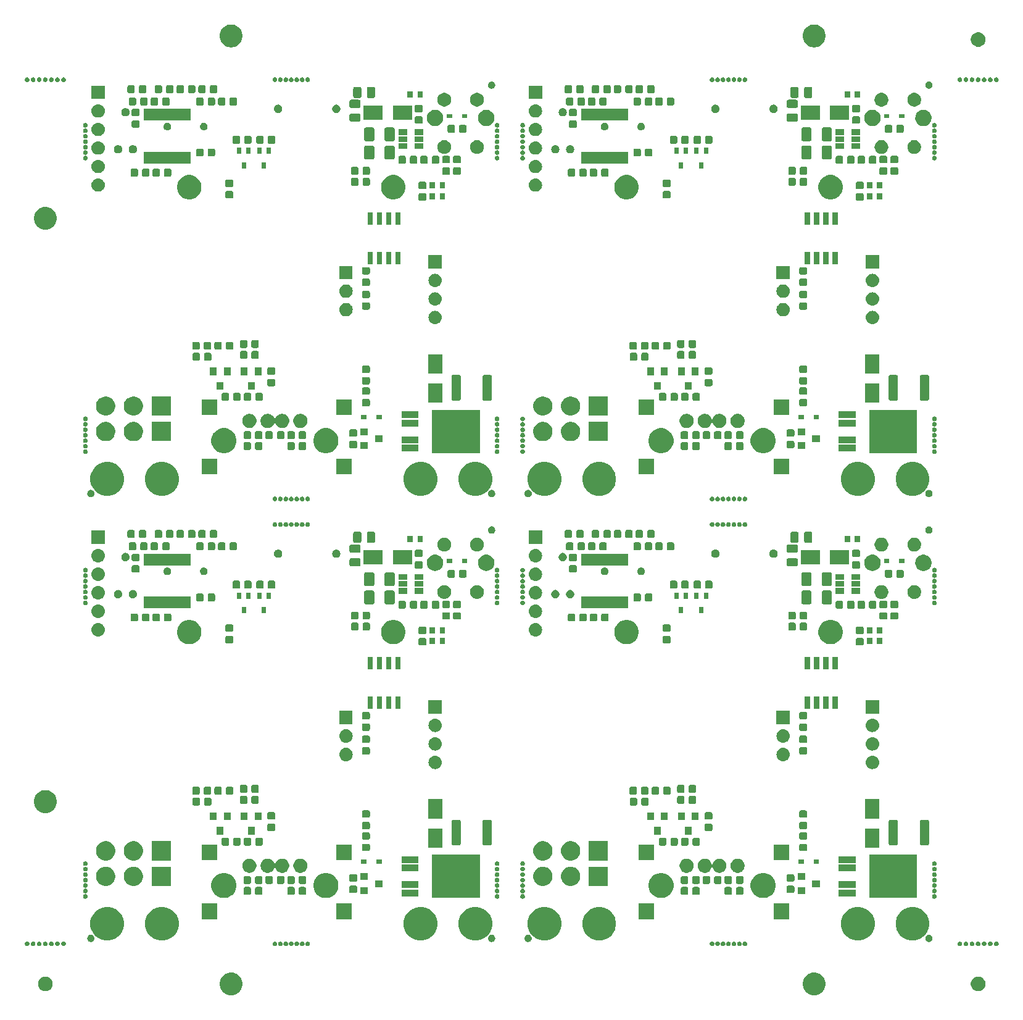
<source format=gbs>
G04 #@! TF.GenerationSoftware,KiCad,Pcbnew,5.1.0*
G04 #@! TF.CreationDate,2019-04-11T17:34:40+02:00*
G04 #@! TF.ProjectId,output.KXKM_battery_module_PANEL,6f757470-7574-42e4-9b58-4b4d5f626174,2.0*
G04 #@! TF.SameCoordinates,PX623a7c0PY839b680*
G04 #@! TF.FileFunction,Soldermask,Bot*
G04 #@! TF.FilePolarity,Negative*
%FSLAX46Y46*%
G04 Gerber Fmt 4.6, Leading zero omitted, Abs format (unit mm)*
G04 Created by KiCad (PCBNEW 5.1.0) date 2019-04-11 17:34:40*
%MOMM*%
%LPD*%
G04 APERTURE LIST*
%ADD10C,0.100000*%
G04 APERTURE END LIST*
D10*
G36*
X90755739Y-18450111D02*
G01*
X90957952Y-18490334D01*
X91243674Y-18608684D01*
X91500817Y-18780501D01*
X91719499Y-18999183D01*
X91891316Y-19256326D01*
X92009666Y-19542048D01*
X92070000Y-19845368D01*
X92070000Y-20154632D01*
X92009666Y-20457952D01*
X91891316Y-20743674D01*
X91719499Y-21000817D01*
X91500817Y-21219499D01*
X91243674Y-21391316D01*
X90957952Y-21509666D01*
X90755739Y-21549889D01*
X90654633Y-21570000D01*
X90345367Y-21570000D01*
X90244261Y-21549889D01*
X90042048Y-21509666D01*
X89756326Y-21391316D01*
X89499183Y-21219499D01*
X89280501Y-21000817D01*
X89108684Y-20743674D01*
X88990334Y-20457952D01*
X88930000Y-20154632D01*
X88930000Y-19845368D01*
X88990334Y-19542048D01*
X89108684Y-19256326D01*
X89280501Y-18999183D01*
X89499183Y-18780501D01*
X89756326Y-18608684D01*
X90042048Y-18490334D01*
X90244261Y-18450111D01*
X90345367Y-18430000D01*
X90654633Y-18430000D01*
X90755739Y-18450111D01*
X90755739Y-18450111D01*
G37*
G36*
X10755739Y-18450111D02*
G01*
X10957952Y-18490334D01*
X11243674Y-18608684D01*
X11500817Y-18780501D01*
X11719499Y-18999183D01*
X11891316Y-19256326D01*
X12009666Y-19542048D01*
X12070000Y-19845368D01*
X12070000Y-20154632D01*
X12009666Y-20457952D01*
X11891316Y-20743674D01*
X11719499Y-21000817D01*
X11500817Y-21219499D01*
X11243674Y-21391316D01*
X10957952Y-21509666D01*
X10755739Y-21549889D01*
X10654633Y-21570000D01*
X10345367Y-21570000D01*
X10244261Y-21549889D01*
X10042048Y-21509666D01*
X9756326Y-21391316D01*
X9499183Y-21219499D01*
X9280501Y-21000817D01*
X9108684Y-20743674D01*
X8990334Y-20457952D01*
X8930000Y-20154632D01*
X8930000Y-19845368D01*
X8990334Y-19542048D01*
X9108684Y-19256326D01*
X9280501Y-18999183D01*
X9499183Y-18780501D01*
X9756326Y-18608684D01*
X10042048Y-18490334D01*
X10244261Y-18450111D01*
X10345367Y-18430000D01*
X10654633Y-18430000D01*
X10755739Y-18450111D01*
X10755739Y-18450111D01*
G37*
G36*
X-14804910Y-19019214D02*
G01*
X-14708311Y-19038429D01*
X-14526322Y-19113811D01*
X-14362537Y-19223249D01*
X-14223249Y-19362537D01*
X-14113811Y-19526322D01*
X-14038429Y-19708311D01*
X-14000000Y-19901509D01*
X-14000000Y-20098491D01*
X-14038429Y-20291689D01*
X-14113811Y-20473678D01*
X-14223249Y-20637463D01*
X-14362537Y-20776751D01*
X-14526322Y-20886189D01*
X-14708311Y-20961571D01*
X-14804910Y-20980786D01*
X-14901507Y-21000000D01*
X-15098493Y-21000000D01*
X-15195090Y-20980786D01*
X-15291689Y-20961571D01*
X-15473678Y-20886189D01*
X-15637463Y-20776751D01*
X-15776751Y-20637463D01*
X-15886189Y-20473678D01*
X-15961571Y-20291689D01*
X-16000000Y-20098491D01*
X-16000000Y-19901509D01*
X-15961571Y-19708311D01*
X-15886189Y-19526322D01*
X-15776751Y-19362537D01*
X-15637463Y-19223249D01*
X-15473678Y-19113811D01*
X-15291689Y-19038429D01*
X-15195090Y-19019214D01*
X-15098493Y-19000000D01*
X-14901507Y-19000000D01*
X-14804910Y-19019214D01*
X-14804910Y-19019214D01*
G37*
G36*
X113195090Y-19019214D02*
G01*
X113291689Y-19038429D01*
X113473678Y-19113811D01*
X113637463Y-19223249D01*
X113776751Y-19362537D01*
X113886189Y-19526322D01*
X113961571Y-19708311D01*
X114000000Y-19901509D01*
X114000000Y-20098491D01*
X113961571Y-20291689D01*
X113886189Y-20473678D01*
X113776751Y-20637463D01*
X113637463Y-20776751D01*
X113473678Y-20886189D01*
X113291689Y-20961571D01*
X113195090Y-20980786D01*
X113098493Y-21000000D01*
X112901507Y-21000000D01*
X112804910Y-20980786D01*
X112708311Y-20961571D01*
X112526322Y-20886189D01*
X112362537Y-20776751D01*
X112223249Y-20637463D01*
X112113811Y-20473678D01*
X112038429Y-20291689D01*
X112000000Y-20098491D01*
X112000000Y-19901509D01*
X112038429Y-19708311D01*
X112113811Y-19526322D01*
X112223249Y-19362537D01*
X112362537Y-19223249D01*
X112526322Y-19113811D01*
X112708311Y-19038429D01*
X112804910Y-19019214D01*
X112901507Y-19000000D01*
X113098493Y-19000000D01*
X113195090Y-19019214D01*
X113195090Y-19019214D01*
G37*
G36*
X77343350Y-14192297D02*
G01*
X77401586Y-14216419D01*
X77401588Y-14216420D01*
X77453999Y-14251440D01*
X77498571Y-14296012D01*
X77498572Y-14296014D01*
X77533592Y-14348425D01*
X77557714Y-14406661D01*
X77570011Y-14468481D01*
X77570011Y-14531519D01*
X77557714Y-14593339D01*
X77533592Y-14651575D01*
X77533591Y-14651577D01*
X77498571Y-14703988D01*
X77453999Y-14748560D01*
X77401588Y-14783580D01*
X77401587Y-14783581D01*
X77401586Y-14783581D01*
X77343350Y-14807703D01*
X77281530Y-14820000D01*
X77218492Y-14820000D01*
X77156672Y-14807703D01*
X77098436Y-14783581D01*
X77098435Y-14783581D01*
X77098434Y-14783580D01*
X77046023Y-14748560D01*
X77001451Y-14703988D01*
X76966431Y-14651577D01*
X76966430Y-14651575D01*
X76942308Y-14593339D01*
X76930011Y-14531519D01*
X76930011Y-14468481D01*
X76942308Y-14406661D01*
X76966430Y-14348425D01*
X77001450Y-14296014D01*
X77001451Y-14296012D01*
X77046023Y-14251440D01*
X77098434Y-14216420D01*
X77098436Y-14216419D01*
X77156672Y-14192297D01*
X77218492Y-14180000D01*
X77281530Y-14180000D01*
X77343350Y-14192297D01*
X77343350Y-14192297D01*
G37*
G36*
X76593354Y-14192297D02*
G01*
X76651590Y-14216419D01*
X76651592Y-14216420D01*
X76704003Y-14251440D01*
X76748575Y-14296012D01*
X76748576Y-14296014D01*
X76783596Y-14348425D01*
X76807718Y-14406661D01*
X76820015Y-14468481D01*
X76820015Y-14531519D01*
X76807718Y-14593339D01*
X76783596Y-14651575D01*
X76783595Y-14651577D01*
X76748575Y-14703988D01*
X76704003Y-14748560D01*
X76651592Y-14783580D01*
X76651591Y-14783581D01*
X76651590Y-14783581D01*
X76593354Y-14807703D01*
X76531534Y-14820000D01*
X76468496Y-14820000D01*
X76406676Y-14807703D01*
X76348440Y-14783581D01*
X76348439Y-14783581D01*
X76348438Y-14783580D01*
X76296027Y-14748560D01*
X76251455Y-14703988D01*
X76216435Y-14651577D01*
X76216434Y-14651575D01*
X76192312Y-14593339D01*
X76180015Y-14531519D01*
X76180015Y-14468481D01*
X76192312Y-14406661D01*
X76216434Y-14348425D01*
X76251454Y-14296014D01*
X76251455Y-14296012D01*
X76296027Y-14251440D01*
X76348438Y-14216420D01*
X76348440Y-14216419D01*
X76406676Y-14192297D01*
X76468496Y-14180000D01*
X76531534Y-14180000D01*
X76593354Y-14192297D01*
X76593354Y-14192297D01*
G37*
G36*
X78093346Y-14192297D02*
G01*
X78151582Y-14216419D01*
X78151584Y-14216420D01*
X78203995Y-14251440D01*
X78248567Y-14296012D01*
X78248568Y-14296014D01*
X78283588Y-14348425D01*
X78307710Y-14406661D01*
X78320007Y-14468481D01*
X78320007Y-14531519D01*
X78307710Y-14593339D01*
X78283588Y-14651575D01*
X78283587Y-14651577D01*
X78248567Y-14703988D01*
X78203995Y-14748560D01*
X78151584Y-14783580D01*
X78151583Y-14783581D01*
X78151582Y-14783581D01*
X78093346Y-14807703D01*
X78031526Y-14820000D01*
X77968488Y-14820000D01*
X77906668Y-14807703D01*
X77848432Y-14783581D01*
X77848431Y-14783581D01*
X77848430Y-14783580D01*
X77796019Y-14748560D01*
X77751447Y-14703988D01*
X77716427Y-14651577D01*
X77716426Y-14651575D01*
X77692304Y-14593339D01*
X77680007Y-14531519D01*
X77680007Y-14468481D01*
X77692304Y-14406661D01*
X77716426Y-14348425D01*
X77751446Y-14296014D01*
X77751447Y-14296012D01*
X77796019Y-14251440D01*
X77848430Y-14216420D01*
X77848432Y-14216419D01*
X77906668Y-14192297D01*
X77968488Y-14180000D01*
X78031526Y-14180000D01*
X78093346Y-14192297D01*
X78093346Y-14192297D01*
G37*
G36*
X78843342Y-14192297D02*
G01*
X78901578Y-14216419D01*
X78901580Y-14216420D01*
X78953991Y-14251440D01*
X78998563Y-14296012D01*
X78998564Y-14296014D01*
X79033584Y-14348425D01*
X79057706Y-14406661D01*
X79070003Y-14468481D01*
X79070003Y-14531519D01*
X79057706Y-14593339D01*
X79033584Y-14651575D01*
X79033583Y-14651577D01*
X78998563Y-14703988D01*
X78953991Y-14748560D01*
X78901580Y-14783580D01*
X78901579Y-14783581D01*
X78901578Y-14783581D01*
X78843342Y-14807703D01*
X78781522Y-14820000D01*
X78718484Y-14820000D01*
X78656664Y-14807703D01*
X78598428Y-14783581D01*
X78598427Y-14783581D01*
X78598426Y-14783580D01*
X78546015Y-14748560D01*
X78501443Y-14703988D01*
X78466423Y-14651577D01*
X78466422Y-14651575D01*
X78442300Y-14593339D01*
X78430003Y-14531519D01*
X78430003Y-14468481D01*
X78442300Y-14406661D01*
X78466422Y-14348425D01*
X78501442Y-14296014D01*
X78501443Y-14296012D01*
X78546015Y-14251440D01*
X78598426Y-14216420D01*
X78598428Y-14216419D01*
X78656664Y-14192297D01*
X78718484Y-14180000D01*
X78781522Y-14180000D01*
X78843342Y-14192297D01*
X78843342Y-14192297D01*
G37*
G36*
X79593338Y-14192297D02*
G01*
X79651574Y-14216419D01*
X79651576Y-14216420D01*
X79703987Y-14251440D01*
X79748559Y-14296012D01*
X79748560Y-14296014D01*
X79783580Y-14348425D01*
X79807702Y-14406661D01*
X79819999Y-14468481D01*
X79819999Y-14531519D01*
X79807702Y-14593339D01*
X79783580Y-14651575D01*
X79783579Y-14651577D01*
X79748559Y-14703988D01*
X79703987Y-14748560D01*
X79651576Y-14783580D01*
X79651575Y-14783581D01*
X79651574Y-14783581D01*
X79593338Y-14807703D01*
X79531518Y-14820000D01*
X79468480Y-14820000D01*
X79406660Y-14807703D01*
X79348424Y-14783581D01*
X79348423Y-14783581D01*
X79348422Y-14783580D01*
X79296011Y-14748560D01*
X79251439Y-14703988D01*
X79216419Y-14651577D01*
X79216418Y-14651575D01*
X79192296Y-14593339D01*
X79179999Y-14531519D01*
X79179999Y-14468481D01*
X79192296Y-14406661D01*
X79216418Y-14348425D01*
X79251438Y-14296014D01*
X79251439Y-14296012D01*
X79296011Y-14251440D01*
X79348422Y-14216420D01*
X79348424Y-14216419D01*
X79406660Y-14192297D01*
X79468480Y-14180000D01*
X79531518Y-14180000D01*
X79593338Y-14192297D01*
X79593338Y-14192297D01*
G37*
G36*
X80343334Y-14192297D02*
G01*
X80401570Y-14216419D01*
X80401572Y-14216420D01*
X80453983Y-14251440D01*
X80498555Y-14296012D01*
X80498556Y-14296014D01*
X80533576Y-14348425D01*
X80557698Y-14406661D01*
X80569995Y-14468481D01*
X80569995Y-14531519D01*
X80557698Y-14593339D01*
X80533576Y-14651575D01*
X80533575Y-14651577D01*
X80498555Y-14703988D01*
X80453983Y-14748560D01*
X80401572Y-14783580D01*
X80401571Y-14783581D01*
X80401570Y-14783581D01*
X80343334Y-14807703D01*
X80281514Y-14820000D01*
X80218476Y-14820000D01*
X80156656Y-14807703D01*
X80098420Y-14783581D01*
X80098419Y-14783581D01*
X80098418Y-14783580D01*
X80046007Y-14748560D01*
X80001435Y-14703988D01*
X79966415Y-14651577D01*
X79966414Y-14651575D01*
X79942292Y-14593339D01*
X79929995Y-14531519D01*
X79929995Y-14468481D01*
X79942292Y-14406661D01*
X79966414Y-14348425D01*
X80001434Y-14296014D01*
X80001435Y-14296012D01*
X80046007Y-14251440D01*
X80098418Y-14216420D01*
X80098420Y-14216419D01*
X80156656Y-14192297D01*
X80218476Y-14180000D01*
X80281514Y-14180000D01*
X80343334Y-14192297D01*
X80343334Y-14192297D01*
G37*
G36*
X81093330Y-14192297D02*
G01*
X81151566Y-14216419D01*
X81151568Y-14216420D01*
X81203979Y-14251440D01*
X81248551Y-14296012D01*
X81248552Y-14296014D01*
X81283572Y-14348425D01*
X81307694Y-14406661D01*
X81319991Y-14468481D01*
X81319991Y-14531519D01*
X81307694Y-14593339D01*
X81283572Y-14651575D01*
X81283571Y-14651577D01*
X81248551Y-14703988D01*
X81203979Y-14748560D01*
X81151568Y-14783580D01*
X81151567Y-14783581D01*
X81151566Y-14783581D01*
X81093330Y-14807703D01*
X81031510Y-14820000D01*
X80968472Y-14820000D01*
X80906652Y-14807703D01*
X80848416Y-14783581D01*
X80848415Y-14783581D01*
X80848414Y-14783580D01*
X80796003Y-14748560D01*
X80751431Y-14703988D01*
X80716411Y-14651577D01*
X80716410Y-14651575D01*
X80692288Y-14593339D01*
X80679991Y-14531519D01*
X80679991Y-14468481D01*
X80692288Y-14406661D01*
X80716410Y-14348425D01*
X80751430Y-14296014D01*
X80751431Y-14296012D01*
X80796003Y-14251440D01*
X80848414Y-14216420D01*
X80848416Y-14216419D01*
X80906652Y-14192297D01*
X80968472Y-14180000D01*
X81031510Y-14180000D01*
X81093330Y-14192297D01*
X81093330Y-14192297D01*
G37*
G36*
X16593354Y-14192297D02*
G01*
X16651590Y-14216419D01*
X16651592Y-14216420D01*
X16704003Y-14251440D01*
X16748575Y-14296012D01*
X16748576Y-14296014D01*
X16783596Y-14348425D01*
X16807718Y-14406661D01*
X16820015Y-14468481D01*
X16820015Y-14531519D01*
X16807718Y-14593339D01*
X16783596Y-14651575D01*
X16783595Y-14651577D01*
X16748575Y-14703988D01*
X16704003Y-14748560D01*
X16651592Y-14783580D01*
X16651591Y-14783581D01*
X16651590Y-14783581D01*
X16593354Y-14807703D01*
X16531534Y-14820000D01*
X16468496Y-14820000D01*
X16406676Y-14807703D01*
X16348440Y-14783581D01*
X16348439Y-14783581D01*
X16348438Y-14783580D01*
X16296027Y-14748560D01*
X16251455Y-14703988D01*
X16216435Y-14651577D01*
X16216434Y-14651575D01*
X16192312Y-14593339D01*
X16180015Y-14531519D01*
X16180015Y-14468481D01*
X16192312Y-14406661D01*
X16216434Y-14348425D01*
X16251454Y-14296014D01*
X16251455Y-14296012D01*
X16296027Y-14251440D01*
X16348438Y-14216420D01*
X16348440Y-14216419D01*
X16406676Y-14192297D01*
X16468496Y-14180000D01*
X16531534Y-14180000D01*
X16593354Y-14192297D01*
X16593354Y-14192297D01*
G37*
G36*
X17343350Y-14192297D02*
G01*
X17401586Y-14216419D01*
X17401588Y-14216420D01*
X17453999Y-14251440D01*
X17498571Y-14296012D01*
X17498572Y-14296014D01*
X17533592Y-14348425D01*
X17557714Y-14406661D01*
X17570011Y-14468481D01*
X17570011Y-14531519D01*
X17557714Y-14593339D01*
X17533592Y-14651575D01*
X17533591Y-14651577D01*
X17498571Y-14703988D01*
X17453999Y-14748560D01*
X17401588Y-14783580D01*
X17401587Y-14783581D01*
X17401586Y-14783581D01*
X17343350Y-14807703D01*
X17281530Y-14820000D01*
X17218492Y-14820000D01*
X17156672Y-14807703D01*
X17098436Y-14783581D01*
X17098435Y-14783581D01*
X17098434Y-14783580D01*
X17046023Y-14748560D01*
X17001451Y-14703988D01*
X16966431Y-14651577D01*
X16966430Y-14651575D01*
X16942308Y-14593339D01*
X16930011Y-14531519D01*
X16930011Y-14468481D01*
X16942308Y-14406661D01*
X16966430Y-14348425D01*
X17001450Y-14296014D01*
X17001451Y-14296012D01*
X17046023Y-14251440D01*
X17098434Y-14216420D01*
X17098436Y-14216419D01*
X17156672Y-14192297D01*
X17218492Y-14180000D01*
X17281530Y-14180000D01*
X17343350Y-14192297D01*
X17343350Y-14192297D01*
G37*
G36*
X18843342Y-14192297D02*
G01*
X18901578Y-14216419D01*
X18901580Y-14216420D01*
X18953991Y-14251440D01*
X18998563Y-14296012D01*
X18998564Y-14296014D01*
X19033584Y-14348425D01*
X19057706Y-14406661D01*
X19070003Y-14468481D01*
X19070003Y-14531519D01*
X19057706Y-14593339D01*
X19033584Y-14651575D01*
X19033583Y-14651577D01*
X18998563Y-14703988D01*
X18953991Y-14748560D01*
X18901580Y-14783580D01*
X18901579Y-14783581D01*
X18901578Y-14783581D01*
X18843342Y-14807703D01*
X18781522Y-14820000D01*
X18718484Y-14820000D01*
X18656664Y-14807703D01*
X18598428Y-14783581D01*
X18598427Y-14783581D01*
X18598426Y-14783580D01*
X18546015Y-14748560D01*
X18501443Y-14703988D01*
X18466423Y-14651577D01*
X18466422Y-14651575D01*
X18442300Y-14593339D01*
X18430003Y-14531519D01*
X18430003Y-14468481D01*
X18442300Y-14406661D01*
X18466422Y-14348425D01*
X18501442Y-14296014D01*
X18501443Y-14296012D01*
X18546015Y-14251440D01*
X18598426Y-14216420D01*
X18598428Y-14216419D01*
X18656664Y-14192297D01*
X18718484Y-14180000D01*
X18781522Y-14180000D01*
X18843342Y-14192297D01*
X18843342Y-14192297D01*
G37*
G36*
X19593338Y-14192297D02*
G01*
X19651574Y-14216419D01*
X19651576Y-14216420D01*
X19703987Y-14251440D01*
X19748559Y-14296012D01*
X19748560Y-14296014D01*
X19783580Y-14348425D01*
X19807702Y-14406661D01*
X19819999Y-14468481D01*
X19819999Y-14531519D01*
X19807702Y-14593339D01*
X19783580Y-14651575D01*
X19783579Y-14651577D01*
X19748559Y-14703988D01*
X19703987Y-14748560D01*
X19651576Y-14783580D01*
X19651575Y-14783581D01*
X19651574Y-14783581D01*
X19593338Y-14807703D01*
X19531518Y-14820000D01*
X19468480Y-14820000D01*
X19406660Y-14807703D01*
X19348424Y-14783581D01*
X19348423Y-14783581D01*
X19348422Y-14783580D01*
X19296011Y-14748560D01*
X19251439Y-14703988D01*
X19216419Y-14651577D01*
X19216418Y-14651575D01*
X19192296Y-14593339D01*
X19179999Y-14531519D01*
X19179999Y-14468481D01*
X19192296Y-14406661D01*
X19216418Y-14348425D01*
X19251438Y-14296014D01*
X19251439Y-14296012D01*
X19296011Y-14251440D01*
X19348422Y-14216420D01*
X19348424Y-14216419D01*
X19406660Y-14192297D01*
X19468480Y-14180000D01*
X19531518Y-14180000D01*
X19593338Y-14192297D01*
X19593338Y-14192297D01*
G37*
G36*
X20343334Y-14192297D02*
G01*
X20401570Y-14216419D01*
X20401572Y-14216420D01*
X20453983Y-14251440D01*
X20498555Y-14296012D01*
X20498556Y-14296014D01*
X20533576Y-14348425D01*
X20557698Y-14406661D01*
X20569995Y-14468481D01*
X20569995Y-14531519D01*
X20557698Y-14593339D01*
X20533576Y-14651575D01*
X20533575Y-14651577D01*
X20498555Y-14703988D01*
X20453983Y-14748560D01*
X20401572Y-14783580D01*
X20401571Y-14783581D01*
X20401570Y-14783581D01*
X20343334Y-14807703D01*
X20281514Y-14820000D01*
X20218476Y-14820000D01*
X20156656Y-14807703D01*
X20098420Y-14783581D01*
X20098419Y-14783581D01*
X20098418Y-14783580D01*
X20046007Y-14748560D01*
X20001435Y-14703988D01*
X19966415Y-14651577D01*
X19966414Y-14651575D01*
X19942292Y-14593339D01*
X19929995Y-14531519D01*
X19929995Y-14468481D01*
X19942292Y-14406661D01*
X19966414Y-14348425D01*
X20001434Y-14296014D01*
X20001435Y-14296012D01*
X20046007Y-14251440D01*
X20098418Y-14216420D01*
X20098420Y-14216419D01*
X20156656Y-14192297D01*
X20218476Y-14180000D01*
X20281514Y-14180000D01*
X20343334Y-14192297D01*
X20343334Y-14192297D01*
G37*
G36*
X21093330Y-14192297D02*
G01*
X21151566Y-14216419D01*
X21151568Y-14216420D01*
X21203979Y-14251440D01*
X21248551Y-14296012D01*
X21248552Y-14296014D01*
X21283572Y-14348425D01*
X21307694Y-14406661D01*
X21319991Y-14468481D01*
X21319991Y-14531519D01*
X21307694Y-14593339D01*
X21283572Y-14651575D01*
X21283571Y-14651577D01*
X21248551Y-14703988D01*
X21203979Y-14748560D01*
X21151568Y-14783580D01*
X21151567Y-14783581D01*
X21151566Y-14783581D01*
X21093330Y-14807703D01*
X21031510Y-14820000D01*
X20968472Y-14820000D01*
X20906652Y-14807703D01*
X20848416Y-14783581D01*
X20848415Y-14783581D01*
X20848414Y-14783580D01*
X20796003Y-14748560D01*
X20751431Y-14703988D01*
X20716411Y-14651577D01*
X20716410Y-14651575D01*
X20692288Y-14593339D01*
X20679991Y-14531519D01*
X20679991Y-14468481D01*
X20692288Y-14406661D01*
X20716410Y-14348425D01*
X20751430Y-14296014D01*
X20751431Y-14296012D01*
X20796003Y-14251440D01*
X20848414Y-14216420D01*
X20848416Y-14216419D01*
X20906652Y-14192297D01*
X20968472Y-14180000D01*
X21031510Y-14180000D01*
X21093330Y-14192297D01*
X21093330Y-14192297D01*
G37*
G36*
X110593339Y-14192297D02*
G01*
X110651575Y-14216419D01*
X110651577Y-14216420D01*
X110703988Y-14251440D01*
X110748560Y-14296012D01*
X110748561Y-14296014D01*
X110783581Y-14348425D01*
X110807703Y-14406661D01*
X110820000Y-14468481D01*
X110820000Y-14531519D01*
X110807703Y-14593339D01*
X110783581Y-14651575D01*
X110783580Y-14651577D01*
X110748560Y-14703988D01*
X110703988Y-14748560D01*
X110651577Y-14783580D01*
X110651576Y-14783581D01*
X110651575Y-14783581D01*
X110593339Y-14807703D01*
X110531519Y-14820000D01*
X110468481Y-14820000D01*
X110406661Y-14807703D01*
X110348425Y-14783581D01*
X110348424Y-14783581D01*
X110348423Y-14783580D01*
X110296012Y-14748560D01*
X110251440Y-14703988D01*
X110216420Y-14651577D01*
X110216419Y-14651575D01*
X110192297Y-14593339D01*
X110180000Y-14531519D01*
X110180000Y-14468481D01*
X110192297Y-14406661D01*
X110216419Y-14348425D01*
X110251439Y-14296014D01*
X110251440Y-14296012D01*
X110296012Y-14251440D01*
X110348423Y-14216420D01*
X110348425Y-14216419D01*
X110406661Y-14192297D01*
X110468481Y-14180000D01*
X110531519Y-14180000D01*
X110593339Y-14192297D01*
X110593339Y-14192297D01*
G37*
G36*
X-16573326Y-14192297D02*
G01*
X-16515090Y-14216419D01*
X-16515088Y-14216420D01*
X-16462677Y-14251440D01*
X-16418105Y-14296012D01*
X-16418104Y-14296014D01*
X-16383084Y-14348425D01*
X-16358962Y-14406661D01*
X-16346665Y-14468481D01*
X-16346665Y-14531519D01*
X-16358962Y-14593339D01*
X-16383084Y-14651575D01*
X-16383085Y-14651577D01*
X-16418105Y-14703988D01*
X-16462677Y-14748560D01*
X-16515088Y-14783580D01*
X-16515089Y-14783581D01*
X-16515090Y-14783581D01*
X-16573326Y-14807703D01*
X-16635146Y-14820000D01*
X-16698184Y-14820000D01*
X-16760004Y-14807703D01*
X-16818240Y-14783581D01*
X-16818241Y-14783581D01*
X-16818242Y-14783580D01*
X-16870653Y-14748560D01*
X-16915225Y-14703988D01*
X-16950245Y-14651577D01*
X-16950246Y-14651575D01*
X-16974368Y-14593339D01*
X-16986665Y-14531519D01*
X-16986665Y-14468481D01*
X-16974368Y-14406661D01*
X-16950246Y-14348425D01*
X-16915226Y-14296014D01*
X-16915225Y-14296012D01*
X-16870653Y-14251440D01*
X-16818242Y-14216420D01*
X-16818240Y-14216419D01*
X-16760004Y-14192297D01*
X-16698184Y-14180000D01*
X-16635146Y-14180000D01*
X-16573326Y-14192297D01*
X-16573326Y-14192297D01*
G37*
G36*
X18093346Y-14192297D02*
G01*
X18151582Y-14216419D01*
X18151584Y-14216420D01*
X18203995Y-14251440D01*
X18248567Y-14296012D01*
X18248568Y-14296014D01*
X18283588Y-14348425D01*
X18307710Y-14406661D01*
X18320007Y-14468481D01*
X18320007Y-14531519D01*
X18307710Y-14593339D01*
X18283588Y-14651575D01*
X18283587Y-14651577D01*
X18248567Y-14703988D01*
X18203995Y-14748560D01*
X18151584Y-14783580D01*
X18151583Y-14783581D01*
X18151582Y-14783581D01*
X18093346Y-14807703D01*
X18031526Y-14820000D01*
X17968488Y-14820000D01*
X17906668Y-14807703D01*
X17848432Y-14783581D01*
X17848431Y-14783581D01*
X17848430Y-14783580D01*
X17796019Y-14748560D01*
X17751447Y-14703988D01*
X17716427Y-14651577D01*
X17716426Y-14651575D01*
X17692304Y-14593339D01*
X17680007Y-14531519D01*
X17680007Y-14468481D01*
X17692304Y-14406661D01*
X17716426Y-14348425D01*
X17751446Y-14296014D01*
X17751447Y-14296012D01*
X17796019Y-14251440D01*
X17848430Y-14216420D01*
X17848432Y-14216419D01*
X17906668Y-14192297D01*
X17968488Y-14180000D01*
X18031526Y-14180000D01*
X18093346Y-14192297D01*
X18093346Y-14192297D01*
G37*
G36*
X111426672Y-14192297D02*
G01*
X111484908Y-14216419D01*
X111484910Y-14216420D01*
X111537321Y-14251440D01*
X111581893Y-14296012D01*
X111581894Y-14296014D01*
X111616914Y-14348425D01*
X111641036Y-14406661D01*
X111653333Y-14468481D01*
X111653333Y-14531519D01*
X111641036Y-14593339D01*
X111616914Y-14651575D01*
X111616913Y-14651577D01*
X111581893Y-14703988D01*
X111537321Y-14748560D01*
X111484910Y-14783580D01*
X111484909Y-14783581D01*
X111484908Y-14783581D01*
X111426672Y-14807703D01*
X111364852Y-14820000D01*
X111301814Y-14820000D01*
X111239994Y-14807703D01*
X111181758Y-14783581D01*
X111181757Y-14783581D01*
X111181756Y-14783580D01*
X111129345Y-14748560D01*
X111084773Y-14703988D01*
X111049753Y-14651577D01*
X111049752Y-14651575D01*
X111025630Y-14593339D01*
X111013333Y-14531519D01*
X111013333Y-14468481D01*
X111025630Y-14406661D01*
X111049752Y-14348425D01*
X111084772Y-14296014D01*
X111084773Y-14296012D01*
X111129345Y-14251440D01*
X111181756Y-14216420D01*
X111181758Y-14216419D01*
X111239994Y-14192297D01*
X111301814Y-14180000D01*
X111364852Y-14180000D01*
X111426672Y-14192297D01*
X111426672Y-14192297D01*
G37*
G36*
X-17406659Y-14192297D02*
G01*
X-17348423Y-14216419D01*
X-17348421Y-14216420D01*
X-17296010Y-14251440D01*
X-17251438Y-14296012D01*
X-17251437Y-14296014D01*
X-17216417Y-14348425D01*
X-17192295Y-14406661D01*
X-17179998Y-14468481D01*
X-17179998Y-14531519D01*
X-17192295Y-14593339D01*
X-17216417Y-14651575D01*
X-17216418Y-14651577D01*
X-17251438Y-14703988D01*
X-17296010Y-14748560D01*
X-17348421Y-14783580D01*
X-17348422Y-14783581D01*
X-17348423Y-14783581D01*
X-17406659Y-14807703D01*
X-17468479Y-14820000D01*
X-17531517Y-14820000D01*
X-17593337Y-14807703D01*
X-17651573Y-14783581D01*
X-17651574Y-14783581D01*
X-17651575Y-14783580D01*
X-17703986Y-14748560D01*
X-17748558Y-14703988D01*
X-17783578Y-14651577D01*
X-17783579Y-14651575D01*
X-17807701Y-14593339D01*
X-17819998Y-14531519D01*
X-17819998Y-14468481D01*
X-17807701Y-14406661D01*
X-17783579Y-14348425D01*
X-17748559Y-14296014D01*
X-17748558Y-14296012D01*
X-17703986Y-14251440D01*
X-17651575Y-14216420D01*
X-17651573Y-14216419D01*
X-17593337Y-14192297D01*
X-17531517Y-14180000D01*
X-17468479Y-14180000D01*
X-17406659Y-14192297D01*
X-17406659Y-14192297D01*
G37*
G36*
X112260005Y-14192297D02*
G01*
X112318241Y-14216419D01*
X112318243Y-14216420D01*
X112370654Y-14251440D01*
X112415226Y-14296012D01*
X112415227Y-14296014D01*
X112450247Y-14348425D01*
X112474369Y-14406661D01*
X112486666Y-14468481D01*
X112486666Y-14531519D01*
X112474369Y-14593339D01*
X112450247Y-14651575D01*
X112450246Y-14651577D01*
X112415226Y-14703988D01*
X112370654Y-14748560D01*
X112318243Y-14783580D01*
X112318242Y-14783581D01*
X112318241Y-14783581D01*
X112260005Y-14807703D01*
X112198185Y-14820000D01*
X112135147Y-14820000D01*
X112073327Y-14807703D01*
X112015091Y-14783581D01*
X112015090Y-14783581D01*
X112015089Y-14783580D01*
X111962678Y-14748560D01*
X111918106Y-14703988D01*
X111883086Y-14651577D01*
X111883085Y-14651575D01*
X111858963Y-14593339D01*
X111846666Y-14531519D01*
X111846666Y-14468481D01*
X111858963Y-14406661D01*
X111883085Y-14348425D01*
X111918105Y-14296014D01*
X111918106Y-14296012D01*
X111962678Y-14251440D01*
X112015089Y-14216420D01*
X112015091Y-14216419D01*
X112073327Y-14192297D01*
X112135147Y-14180000D01*
X112198185Y-14180000D01*
X112260005Y-14192297D01*
X112260005Y-14192297D01*
G37*
G36*
X113093338Y-14192297D02*
G01*
X113151574Y-14216419D01*
X113151576Y-14216420D01*
X113203987Y-14251440D01*
X113248559Y-14296012D01*
X113248560Y-14296014D01*
X113283580Y-14348425D01*
X113307702Y-14406661D01*
X113319999Y-14468481D01*
X113319999Y-14531519D01*
X113307702Y-14593339D01*
X113283580Y-14651575D01*
X113283579Y-14651577D01*
X113248559Y-14703988D01*
X113203987Y-14748560D01*
X113151576Y-14783580D01*
X113151575Y-14783581D01*
X113151574Y-14783581D01*
X113093338Y-14807703D01*
X113031518Y-14820000D01*
X112968480Y-14820000D01*
X112906660Y-14807703D01*
X112848424Y-14783581D01*
X112848423Y-14783581D01*
X112848422Y-14783580D01*
X112796011Y-14748560D01*
X112751439Y-14703988D01*
X112716419Y-14651577D01*
X112716418Y-14651575D01*
X112692296Y-14593339D01*
X112679999Y-14531519D01*
X112679999Y-14468481D01*
X112692296Y-14406661D01*
X112716418Y-14348425D01*
X112751438Y-14296014D01*
X112751439Y-14296012D01*
X112796011Y-14251440D01*
X112848422Y-14216420D01*
X112848424Y-14216419D01*
X112906660Y-14192297D01*
X112968480Y-14180000D01*
X113031518Y-14180000D01*
X113093338Y-14192297D01*
X113093338Y-14192297D01*
G37*
G36*
X113926671Y-14192297D02*
G01*
X113984907Y-14216419D01*
X113984909Y-14216420D01*
X114037320Y-14251440D01*
X114081892Y-14296012D01*
X114081893Y-14296014D01*
X114116913Y-14348425D01*
X114141035Y-14406661D01*
X114153332Y-14468481D01*
X114153332Y-14531519D01*
X114141035Y-14593339D01*
X114116913Y-14651575D01*
X114116912Y-14651577D01*
X114081892Y-14703988D01*
X114037320Y-14748560D01*
X113984909Y-14783580D01*
X113984908Y-14783581D01*
X113984907Y-14783581D01*
X113926671Y-14807703D01*
X113864851Y-14820000D01*
X113801813Y-14820000D01*
X113739993Y-14807703D01*
X113681757Y-14783581D01*
X113681756Y-14783581D01*
X113681755Y-14783580D01*
X113629344Y-14748560D01*
X113584772Y-14703988D01*
X113549752Y-14651577D01*
X113549751Y-14651575D01*
X113525629Y-14593339D01*
X113513332Y-14531519D01*
X113513332Y-14468481D01*
X113525629Y-14406661D01*
X113549751Y-14348425D01*
X113584771Y-14296014D01*
X113584772Y-14296012D01*
X113629344Y-14251440D01*
X113681755Y-14216420D01*
X113681757Y-14216419D01*
X113739993Y-14192297D01*
X113801813Y-14180000D01*
X113864851Y-14180000D01*
X113926671Y-14192297D01*
X113926671Y-14192297D01*
G37*
G36*
X114760004Y-14192297D02*
G01*
X114818240Y-14216419D01*
X114818242Y-14216420D01*
X114870653Y-14251440D01*
X114915225Y-14296012D01*
X114915226Y-14296014D01*
X114950246Y-14348425D01*
X114974368Y-14406661D01*
X114986665Y-14468481D01*
X114986665Y-14531519D01*
X114974368Y-14593339D01*
X114950246Y-14651575D01*
X114950245Y-14651577D01*
X114915225Y-14703988D01*
X114870653Y-14748560D01*
X114818242Y-14783580D01*
X114818241Y-14783581D01*
X114818240Y-14783581D01*
X114760004Y-14807703D01*
X114698184Y-14820000D01*
X114635146Y-14820000D01*
X114573326Y-14807703D01*
X114515090Y-14783581D01*
X114515089Y-14783581D01*
X114515088Y-14783580D01*
X114462677Y-14748560D01*
X114418105Y-14703988D01*
X114383085Y-14651577D01*
X114383084Y-14651575D01*
X114358962Y-14593339D01*
X114346665Y-14531519D01*
X114346665Y-14468481D01*
X114358962Y-14406661D01*
X114383084Y-14348425D01*
X114418104Y-14296014D01*
X114418105Y-14296012D01*
X114462677Y-14251440D01*
X114515088Y-14216420D01*
X114515090Y-14216419D01*
X114573326Y-14192297D01*
X114635146Y-14180000D01*
X114698184Y-14180000D01*
X114760004Y-14192297D01*
X114760004Y-14192297D01*
G37*
G36*
X115593337Y-14192297D02*
G01*
X115651573Y-14216419D01*
X115651575Y-14216420D01*
X115703986Y-14251440D01*
X115748558Y-14296012D01*
X115748559Y-14296014D01*
X115783579Y-14348425D01*
X115807701Y-14406661D01*
X115819998Y-14468481D01*
X115819998Y-14531519D01*
X115807701Y-14593339D01*
X115783579Y-14651575D01*
X115783578Y-14651577D01*
X115748558Y-14703988D01*
X115703986Y-14748560D01*
X115651575Y-14783580D01*
X115651574Y-14783581D01*
X115651573Y-14783581D01*
X115593337Y-14807703D01*
X115531517Y-14820000D01*
X115468479Y-14820000D01*
X115406659Y-14807703D01*
X115348423Y-14783581D01*
X115348422Y-14783581D01*
X115348421Y-14783580D01*
X115296010Y-14748560D01*
X115251438Y-14703988D01*
X115216418Y-14651577D01*
X115216417Y-14651575D01*
X115192295Y-14593339D01*
X115179998Y-14531519D01*
X115179998Y-14468481D01*
X115192295Y-14406661D01*
X115216417Y-14348425D01*
X115251437Y-14296014D01*
X115251438Y-14296012D01*
X115296010Y-14251440D01*
X115348421Y-14216420D01*
X115348423Y-14216419D01*
X115406659Y-14192297D01*
X115468479Y-14180000D01*
X115531517Y-14180000D01*
X115593337Y-14192297D01*
X115593337Y-14192297D01*
G37*
G36*
X-12406661Y-14192297D02*
G01*
X-12348425Y-14216419D01*
X-12348423Y-14216420D01*
X-12296012Y-14251440D01*
X-12251440Y-14296012D01*
X-12251439Y-14296014D01*
X-12216419Y-14348425D01*
X-12192297Y-14406661D01*
X-12180000Y-14468481D01*
X-12180000Y-14531519D01*
X-12192297Y-14593339D01*
X-12216419Y-14651575D01*
X-12216420Y-14651577D01*
X-12251440Y-14703988D01*
X-12296012Y-14748560D01*
X-12348423Y-14783580D01*
X-12348424Y-14783581D01*
X-12348425Y-14783581D01*
X-12406661Y-14807703D01*
X-12468481Y-14820000D01*
X-12531519Y-14820000D01*
X-12593339Y-14807703D01*
X-12651575Y-14783581D01*
X-12651576Y-14783581D01*
X-12651577Y-14783580D01*
X-12703988Y-14748560D01*
X-12748560Y-14703988D01*
X-12783580Y-14651577D01*
X-12783581Y-14651575D01*
X-12807703Y-14593339D01*
X-12820000Y-14531519D01*
X-12820000Y-14468481D01*
X-12807703Y-14406661D01*
X-12783581Y-14348425D01*
X-12748561Y-14296014D01*
X-12748560Y-14296012D01*
X-12703988Y-14251440D01*
X-12651577Y-14216420D01*
X-12651575Y-14216419D01*
X-12593339Y-14192297D01*
X-12531519Y-14180000D01*
X-12468481Y-14180000D01*
X-12406661Y-14192297D01*
X-12406661Y-14192297D01*
G37*
G36*
X-13239994Y-14192297D02*
G01*
X-13181758Y-14216419D01*
X-13181756Y-14216420D01*
X-13129345Y-14251440D01*
X-13084773Y-14296012D01*
X-13084772Y-14296014D01*
X-13049752Y-14348425D01*
X-13025630Y-14406661D01*
X-13013333Y-14468481D01*
X-13013333Y-14531519D01*
X-13025630Y-14593339D01*
X-13049752Y-14651575D01*
X-13049753Y-14651577D01*
X-13084773Y-14703988D01*
X-13129345Y-14748560D01*
X-13181756Y-14783580D01*
X-13181757Y-14783581D01*
X-13181758Y-14783581D01*
X-13239994Y-14807703D01*
X-13301814Y-14820000D01*
X-13364852Y-14820000D01*
X-13426672Y-14807703D01*
X-13484908Y-14783581D01*
X-13484909Y-14783581D01*
X-13484910Y-14783580D01*
X-13537321Y-14748560D01*
X-13581893Y-14703988D01*
X-13616913Y-14651577D01*
X-13616914Y-14651575D01*
X-13641036Y-14593339D01*
X-13653333Y-14531519D01*
X-13653333Y-14468481D01*
X-13641036Y-14406661D01*
X-13616914Y-14348425D01*
X-13581894Y-14296014D01*
X-13581893Y-14296012D01*
X-13537321Y-14251440D01*
X-13484910Y-14216420D01*
X-13484908Y-14216419D01*
X-13426672Y-14192297D01*
X-13364852Y-14180000D01*
X-13301814Y-14180000D01*
X-13239994Y-14192297D01*
X-13239994Y-14192297D01*
G37*
G36*
X-14073327Y-14192297D02*
G01*
X-14015091Y-14216419D01*
X-14015089Y-14216420D01*
X-13962678Y-14251440D01*
X-13918106Y-14296012D01*
X-13918105Y-14296014D01*
X-13883085Y-14348425D01*
X-13858963Y-14406661D01*
X-13846666Y-14468481D01*
X-13846666Y-14531519D01*
X-13858963Y-14593339D01*
X-13883085Y-14651575D01*
X-13883086Y-14651577D01*
X-13918106Y-14703988D01*
X-13962678Y-14748560D01*
X-14015089Y-14783580D01*
X-14015090Y-14783581D01*
X-14015091Y-14783581D01*
X-14073327Y-14807703D01*
X-14135147Y-14820000D01*
X-14198185Y-14820000D01*
X-14260005Y-14807703D01*
X-14318241Y-14783581D01*
X-14318242Y-14783581D01*
X-14318243Y-14783580D01*
X-14370654Y-14748560D01*
X-14415226Y-14703988D01*
X-14450246Y-14651577D01*
X-14450247Y-14651575D01*
X-14474369Y-14593339D01*
X-14486666Y-14531519D01*
X-14486666Y-14468481D01*
X-14474369Y-14406661D01*
X-14450247Y-14348425D01*
X-14415227Y-14296014D01*
X-14415226Y-14296012D01*
X-14370654Y-14251440D01*
X-14318243Y-14216420D01*
X-14318241Y-14216419D01*
X-14260005Y-14192297D01*
X-14198185Y-14180000D01*
X-14135147Y-14180000D01*
X-14073327Y-14192297D01*
X-14073327Y-14192297D01*
G37*
G36*
X-14906660Y-14192297D02*
G01*
X-14848424Y-14216419D01*
X-14848422Y-14216420D01*
X-14796011Y-14251440D01*
X-14751439Y-14296012D01*
X-14751438Y-14296014D01*
X-14716418Y-14348425D01*
X-14692296Y-14406661D01*
X-14679999Y-14468481D01*
X-14679999Y-14531519D01*
X-14692296Y-14593339D01*
X-14716418Y-14651575D01*
X-14716419Y-14651577D01*
X-14751439Y-14703988D01*
X-14796011Y-14748560D01*
X-14848422Y-14783580D01*
X-14848423Y-14783581D01*
X-14848424Y-14783581D01*
X-14906660Y-14807703D01*
X-14968480Y-14820000D01*
X-15031518Y-14820000D01*
X-15093338Y-14807703D01*
X-15151574Y-14783581D01*
X-15151575Y-14783581D01*
X-15151576Y-14783580D01*
X-15203987Y-14748560D01*
X-15248559Y-14703988D01*
X-15283579Y-14651577D01*
X-15283580Y-14651575D01*
X-15307702Y-14593339D01*
X-15319999Y-14531519D01*
X-15319999Y-14468481D01*
X-15307702Y-14406661D01*
X-15283580Y-14348425D01*
X-15248560Y-14296014D01*
X-15248559Y-14296012D01*
X-15203987Y-14251440D01*
X-15151576Y-14216420D01*
X-15151574Y-14216419D01*
X-15093338Y-14192297D01*
X-15031518Y-14180000D01*
X-14968480Y-14180000D01*
X-14906660Y-14192297D01*
X-14906660Y-14192297D01*
G37*
G36*
X-15739993Y-14192297D02*
G01*
X-15681757Y-14216419D01*
X-15681755Y-14216420D01*
X-15629344Y-14251440D01*
X-15584772Y-14296012D01*
X-15584771Y-14296014D01*
X-15549751Y-14348425D01*
X-15525629Y-14406661D01*
X-15513332Y-14468481D01*
X-15513332Y-14531519D01*
X-15525629Y-14593339D01*
X-15549751Y-14651575D01*
X-15549752Y-14651577D01*
X-15584772Y-14703988D01*
X-15629344Y-14748560D01*
X-15681755Y-14783580D01*
X-15681756Y-14783581D01*
X-15681757Y-14783581D01*
X-15739993Y-14807703D01*
X-15801813Y-14820000D01*
X-15864851Y-14820000D01*
X-15926671Y-14807703D01*
X-15984907Y-14783581D01*
X-15984908Y-14783581D01*
X-15984909Y-14783580D01*
X-16037320Y-14748560D01*
X-16081892Y-14703988D01*
X-16116912Y-14651577D01*
X-16116913Y-14651575D01*
X-16141035Y-14593339D01*
X-16153332Y-14531519D01*
X-16153332Y-14468481D01*
X-16141035Y-14406661D01*
X-16116913Y-14348425D01*
X-16081893Y-14296014D01*
X-16081892Y-14296012D01*
X-16037320Y-14251440D01*
X-15984909Y-14216420D01*
X-15984907Y-14216419D01*
X-15926671Y-14192297D01*
X-15864851Y-14180000D01*
X-15801813Y-14180000D01*
X-15739993Y-14192297D01*
X-15739993Y-14192297D01*
G37*
G36*
X51395843Y-13269214D02*
G01*
X51395846Y-13269215D01*
X51395845Y-13269215D01*
X51486839Y-13306906D01*
X51528063Y-13334451D01*
X51568730Y-13361624D01*
X51638376Y-13431270D01*
X51693095Y-13513163D01*
X51730786Y-13604157D01*
X51750000Y-13700753D01*
X51750000Y-13799247D01*
X51730786Y-13895843D01*
X51730785Y-13895845D01*
X51693094Y-13986839D01*
X51638375Y-14068731D01*
X51568731Y-14138375D01*
X51486839Y-14193094D01*
X51486838Y-14193095D01*
X51486837Y-14193095D01*
X51395843Y-14230786D01*
X51299247Y-14250000D01*
X51200753Y-14250000D01*
X51104157Y-14230786D01*
X51013163Y-14193095D01*
X51013162Y-14193095D01*
X51013161Y-14193094D01*
X50931269Y-14138375D01*
X50861625Y-14068731D01*
X50806906Y-13986839D01*
X50769215Y-13895845D01*
X50769214Y-13895843D01*
X50750000Y-13799247D01*
X50750000Y-13700753D01*
X50769214Y-13604157D01*
X50806905Y-13513163D01*
X50861624Y-13431270D01*
X50931270Y-13361624D01*
X50971937Y-13334451D01*
X51013161Y-13306906D01*
X51104155Y-13269215D01*
X51104154Y-13269215D01*
X51104157Y-13269214D01*
X51200753Y-13250000D01*
X51299247Y-13250000D01*
X51395843Y-13269214D01*
X51395843Y-13269214D01*
G37*
G36*
X106395843Y-13269214D02*
G01*
X106395846Y-13269215D01*
X106395845Y-13269215D01*
X106486839Y-13306906D01*
X106528063Y-13334451D01*
X106568730Y-13361624D01*
X106638376Y-13431270D01*
X106693095Y-13513163D01*
X106730786Y-13604157D01*
X106750000Y-13700753D01*
X106750000Y-13799247D01*
X106730786Y-13895843D01*
X106730785Y-13895845D01*
X106693094Y-13986839D01*
X106638375Y-14068731D01*
X106568731Y-14138375D01*
X106486839Y-14193094D01*
X106486838Y-14193095D01*
X106486837Y-14193095D01*
X106395843Y-14230786D01*
X106299247Y-14250000D01*
X106200753Y-14250000D01*
X106104157Y-14230786D01*
X106013163Y-14193095D01*
X106013162Y-14193095D01*
X106013161Y-14193094D01*
X105931269Y-14138375D01*
X105861625Y-14068731D01*
X105806906Y-13986839D01*
X105769215Y-13895845D01*
X105769214Y-13895843D01*
X105750000Y-13799247D01*
X105750000Y-13700753D01*
X105769214Y-13604157D01*
X105806905Y-13513163D01*
X105861624Y-13431270D01*
X105931270Y-13361624D01*
X105971937Y-13334451D01*
X106013161Y-13306906D01*
X106104155Y-13269215D01*
X106104154Y-13269215D01*
X106104157Y-13269214D01*
X106200753Y-13250000D01*
X106299247Y-13250000D01*
X106395843Y-13269214D01*
X106395843Y-13269214D01*
G37*
G36*
X46395843Y-13269214D02*
G01*
X46395846Y-13269215D01*
X46395845Y-13269215D01*
X46486839Y-13306906D01*
X46528063Y-13334451D01*
X46568730Y-13361624D01*
X46638376Y-13431270D01*
X46693095Y-13513163D01*
X46730786Y-13604157D01*
X46750000Y-13700753D01*
X46750000Y-13799247D01*
X46730786Y-13895843D01*
X46730785Y-13895845D01*
X46693094Y-13986839D01*
X46638375Y-14068731D01*
X46568731Y-14138375D01*
X46486839Y-14193094D01*
X46486838Y-14193095D01*
X46486837Y-14193095D01*
X46395843Y-14230786D01*
X46299247Y-14250000D01*
X46200753Y-14250000D01*
X46104157Y-14230786D01*
X46013163Y-14193095D01*
X46013162Y-14193095D01*
X46013161Y-14193094D01*
X45931269Y-14138375D01*
X45861625Y-14068731D01*
X45806906Y-13986839D01*
X45769215Y-13895845D01*
X45769214Y-13895843D01*
X45750000Y-13799247D01*
X45750000Y-13700753D01*
X45769214Y-13604157D01*
X45806905Y-13513163D01*
X45861624Y-13431270D01*
X45931270Y-13361624D01*
X45971937Y-13334451D01*
X46013161Y-13306906D01*
X46104155Y-13269215D01*
X46104154Y-13269215D01*
X46104157Y-13269214D01*
X46200753Y-13250000D01*
X46299247Y-13250000D01*
X46395843Y-13269214D01*
X46395843Y-13269214D01*
G37*
G36*
X-8604157Y-13269214D02*
G01*
X-8604154Y-13269215D01*
X-8604155Y-13269215D01*
X-8513161Y-13306906D01*
X-8471937Y-13334451D01*
X-8431270Y-13361624D01*
X-8361624Y-13431270D01*
X-8306905Y-13513163D01*
X-8269214Y-13604157D01*
X-8250000Y-13700753D01*
X-8250000Y-13799247D01*
X-8269214Y-13895843D01*
X-8269215Y-13895845D01*
X-8306906Y-13986839D01*
X-8361625Y-14068731D01*
X-8431269Y-14138375D01*
X-8513161Y-14193094D01*
X-8513162Y-14193095D01*
X-8513163Y-14193095D01*
X-8604157Y-14230786D01*
X-8700753Y-14250000D01*
X-8799247Y-14250000D01*
X-8895843Y-14230786D01*
X-8986837Y-14193095D01*
X-8986838Y-14193095D01*
X-8986839Y-14193094D01*
X-9068731Y-14138375D01*
X-9138375Y-14068731D01*
X-9193094Y-13986839D01*
X-9230785Y-13895845D01*
X-9230786Y-13895843D01*
X-9250000Y-13799247D01*
X-9250000Y-13700753D01*
X-9230786Y-13604157D01*
X-9193095Y-13513163D01*
X-9138376Y-13431270D01*
X-9068730Y-13361624D01*
X-9028063Y-13334451D01*
X-8986839Y-13306906D01*
X-8895845Y-13269215D01*
X-8895846Y-13269215D01*
X-8895843Y-13269214D01*
X-8799247Y-13250000D01*
X-8700753Y-13250000D01*
X-8604157Y-13269214D01*
X-8604157Y-13269214D01*
G37*
G36*
X44676846Y-9518732D02*
G01*
X44851766Y-9591187D01*
X45099141Y-9693652D01*
X45479195Y-9947596D01*
X45802404Y-10270805D01*
X46056348Y-10650859D01*
X46158813Y-10898234D01*
X46231268Y-11073154D01*
X46320440Y-11521455D01*
X46320440Y-11978545D01*
X46231268Y-12426846D01*
X46158813Y-12601766D01*
X46056348Y-12849141D01*
X45802404Y-13229195D01*
X45479195Y-13552404D01*
X45099141Y-13806348D01*
X44883080Y-13895843D01*
X44676846Y-13981268D01*
X44228545Y-14070440D01*
X43771455Y-14070440D01*
X43323154Y-13981268D01*
X43116920Y-13895843D01*
X42900859Y-13806348D01*
X42520805Y-13552404D01*
X42197596Y-13229195D01*
X41943652Y-12849141D01*
X41841187Y-12601766D01*
X41768732Y-12426846D01*
X41679560Y-11978545D01*
X41679560Y-11521455D01*
X41768732Y-11073154D01*
X41841187Y-10898234D01*
X41943652Y-10650859D01*
X42197596Y-10270805D01*
X42520805Y-9947596D01*
X42900859Y-9693652D01*
X43148234Y-9591187D01*
X43323154Y-9518732D01*
X43771455Y-9429560D01*
X44228545Y-9429560D01*
X44676846Y-9518732D01*
X44676846Y-9518732D01*
G37*
G36*
X-5823154Y-9518732D02*
G01*
X-5648234Y-9591187D01*
X-5400859Y-9693652D01*
X-5020805Y-9947596D01*
X-4697596Y-10270805D01*
X-4443652Y-10650859D01*
X-4341187Y-10898234D01*
X-4268732Y-11073154D01*
X-4179560Y-11521455D01*
X-4179560Y-11978545D01*
X-4268732Y-12426846D01*
X-4341187Y-12601766D01*
X-4443652Y-12849141D01*
X-4697596Y-13229195D01*
X-5020805Y-13552404D01*
X-5400859Y-13806348D01*
X-5616920Y-13895843D01*
X-5823154Y-13981268D01*
X-6271455Y-14070440D01*
X-6728545Y-14070440D01*
X-7176846Y-13981268D01*
X-7383080Y-13895843D01*
X-7599141Y-13806348D01*
X-7979195Y-13552404D01*
X-8302404Y-13229195D01*
X-8556348Y-12849141D01*
X-8658813Y-12601766D01*
X-8731268Y-12426846D01*
X-8820440Y-11978545D01*
X-8820440Y-11521455D01*
X-8731268Y-11073154D01*
X-8658813Y-10898234D01*
X-8556348Y-10650859D01*
X-8302404Y-10270805D01*
X-7979195Y-9947596D01*
X-7599141Y-9693652D01*
X-7351766Y-9591187D01*
X-7176846Y-9518732D01*
X-6728545Y-9429560D01*
X-6271455Y-9429560D01*
X-5823154Y-9518732D01*
X-5823154Y-9518732D01*
G37*
G36*
X54176846Y-9518732D02*
G01*
X54351766Y-9591187D01*
X54599141Y-9693652D01*
X54979195Y-9947596D01*
X55302404Y-10270805D01*
X55556348Y-10650859D01*
X55658813Y-10898234D01*
X55731268Y-11073154D01*
X55820440Y-11521455D01*
X55820440Y-11978545D01*
X55731268Y-12426846D01*
X55658813Y-12601766D01*
X55556348Y-12849141D01*
X55302404Y-13229195D01*
X54979195Y-13552404D01*
X54599141Y-13806348D01*
X54383080Y-13895843D01*
X54176846Y-13981268D01*
X53728545Y-14070440D01*
X53271455Y-14070440D01*
X52823154Y-13981268D01*
X52616920Y-13895843D01*
X52400859Y-13806348D01*
X52020805Y-13552404D01*
X51697596Y-13229195D01*
X51443652Y-12849141D01*
X51341187Y-12601766D01*
X51268732Y-12426846D01*
X51179560Y-11978545D01*
X51179560Y-11521455D01*
X51268732Y-11073154D01*
X51341187Y-10898234D01*
X51443652Y-10650859D01*
X51697596Y-10270805D01*
X52020805Y-9947596D01*
X52400859Y-9693652D01*
X52648234Y-9591187D01*
X52823154Y-9518732D01*
X53271455Y-9429560D01*
X53728545Y-9429560D01*
X54176846Y-9518732D01*
X54176846Y-9518732D01*
G37*
G36*
X37176846Y-9518732D02*
G01*
X37351766Y-9591187D01*
X37599141Y-9693652D01*
X37979195Y-9947596D01*
X38302404Y-10270805D01*
X38556348Y-10650859D01*
X38658813Y-10898234D01*
X38731268Y-11073154D01*
X38820440Y-11521455D01*
X38820440Y-11978545D01*
X38731268Y-12426846D01*
X38658813Y-12601766D01*
X38556348Y-12849141D01*
X38302404Y-13229195D01*
X37979195Y-13552404D01*
X37599141Y-13806348D01*
X37383080Y-13895843D01*
X37176846Y-13981268D01*
X36728545Y-14070440D01*
X36271455Y-14070440D01*
X35823154Y-13981268D01*
X35616920Y-13895843D01*
X35400859Y-13806348D01*
X35020805Y-13552404D01*
X34697596Y-13229195D01*
X34443652Y-12849141D01*
X34341187Y-12601766D01*
X34268732Y-12426846D01*
X34179560Y-11978545D01*
X34179560Y-11521455D01*
X34268732Y-11073154D01*
X34341187Y-10898234D01*
X34443652Y-10650859D01*
X34697596Y-10270805D01*
X35020805Y-9947596D01*
X35400859Y-9693652D01*
X35648234Y-9591187D01*
X35823154Y-9518732D01*
X36271455Y-9429560D01*
X36728545Y-9429560D01*
X37176846Y-9518732D01*
X37176846Y-9518732D01*
G37*
G36*
X104676846Y-9518732D02*
G01*
X104851766Y-9591187D01*
X105099141Y-9693652D01*
X105479195Y-9947596D01*
X105802404Y-10270805D01*
X106056348Y-10650859D01*
X106158813Y-10898234D01*
X106231268Y-11073154D01*
X106320440Y-11521455D01*
X106320440Y-11978545D01*
X106231268Y-12426846D01*
X106158813Y-12601766D01*
X106056348Y-12849141D01*
X105802404Y-13229195D01*
X105479195Y-13552404D01*
X105099141Y-13806348D01*
X104883080Y-13895843D01*
X104676846Y-13981268D01*
X104228545Y-14070440D01*
X103771455Y-14070440D01*
X103323154Y-13981268D01*
X103116920Y-13895843D01*
X102900859Y-13806348D01*
X102520805Y-13552404D01*
X102197596Y-13229195D01*
X101943652Y-12849141D01*
X101841187Y-12601766D01*
X101768732Y-12426846D01*
X101679560Y-11978545D01*
X101679560Y-11521455D01*
X101768732Y-11073154D01*
X101841187Y-10898234D01*
X101943652Y-10650859D01*
X102197596Y-10270805D01*
X102520805Y-9947596D01*
X102900859Y-9693652D01*
X103148234Y-9591187D01*
X103323154Y-9518732D01*
X103771455Y-9429560D01*
X104228545Y-9429560D01*
X104676846Y-9518732D01*
X104676846Y-9518732D01*
G37*
G36*
X61676846Y-9518732D02*
G01*
X61851766Y-9591187D01*
X62099141Y-9693652D01*
X62479195Y-9947596D01*
X62802404Y-10270805D01*
X63056348Y-10650859D01*
X63158813Y-10898234D01*
X63231268Y-11073154D01*
X63320440Y-11521455D01*
X63320440Y-11978545D01*
X63231268Y-12426846D01*
X63158813Y-12601766D01*
X63056348Y-12849141D01*
X62802404Y-13229195D01*
X62479195Y-13552404D01*
X62099141Y-13806348D01*
X61883080Y-13895843D01*
X61676846Y-13981268D01*
X61228545Y-14070440D01*
X60771455Y-14070440D01*
X60323154Y-13981268D01*
X60116920Y-13895843D01*
X59900859Y-13806348D01*
X59520805Y-13552404D01*
X59197596Y-13229195D01*
X58943652Y-12849141D01*
X58841187Y-12601766D01*
X58768732Y-12426846D01*
X58679560Y-11978545D01*
X58679560Y-11521455D01*
X58768732Y-11073154D01*
X58841187Y-10898234D01*
X58943652Y-10650859D01*
X59197596Y-10270805D01*
X59520805Y-9947596D01*
X59900859Y-9693652D01*
X60148234Y-9591187D01*
X60323154Y-9518732D01*
X60771455Y-9429560D01*
X61228545Y-9429560D01*
X61676846Y-9518732D01*
X61676846Y-9518732D01*
G37*
G36*
X97176846Y-9518732D02*
G01*
X97351766Y-9591187D01*
X97599141Y-9693652D01*
X97979195Y-9947596D01*
X98302404Y-10270805D01*
X98556348Y-10650859D01*
X98658813Y-10898234D01*
X98731268Y-11073154D01*
X98820440Y-11521455D01*
X98820440Y-11978545D01*
X98731268Y-12426846D01*
X98658813Y-12601766D01*
X98556348Y-12849141D01*
X98302404Y-13229195D01*
X97979195Y-13552404D01*
X97599141Y-13806348D01*
X97383080Y-13895843D01*
X97176846Y-13981268D01*
X96728545Y-14070440D01*
X96271455Y-14070440D01*
X95823154Y-13981268D01*
X95616920Y-13895843D01*
X95400859Y-13806348D01*
X95020805Y-13552404D01*
X94697596Y-13229195D01*
X94443652Y-12849141D01*
X94341187Y-12601766D01*
X94268732Y-12426846D01*
X94179560Y-11978545D01*
X94179560Y-11521455D01*
X94268732Y-11073154D01*
X94341187Y-10898234D01*
X94443652Y-10650859D01*
X94697596Y-10270805D01*
X95020805Y-9947596D01*
X95400859Y-9693652D01*
X95648234Y-9591187D01*
X95823154Y-9518732D01*
X96271455Y-9429560D01*
X96728545Y-9429560D01*
X97176846Y-9518732D01*
X97176846Y-9518732D01*
G37*
G36*
X1676846Y-9518732D02*
G01*
X1851766Y-9591187D01*
X2099141Y-9693652D01*
X2479195Y-9947596D01*
X2802404Y-10270805D01*
X3056348Y-10650859D01*
X3158813Y-10898234D01*
X3231268Y-11073154D01*
X3320440Y-11521455D01*
X3320440Y-11978545D01*
X3231268Y-12426846D01*
X3158813Y-12601766D01*
X3056348Y-12849141D01*
X2802404Y-13229195D01*
X2479195Y-13552404D01*
X2099141Y-13806348D01*
X1883080Y-13895843D01*
X1676846Y-13981268D01*
X1228545Y-14070440D01*
X771455Y-14070440D01*
X323154Y-13981268D01*
X116920Y-13895843D01*
X-99141Y-13806348D01*
X-479195Y-13552404D01*
X-802404Y-13229195D01*
X-1056348Y-12849141D01*
X-1158813Y-12601766D01*
X-1231268Y-12426846D01*
X-1320440Y-11978545D01*
X-1320440Y-11521455D01*
X-1231268Y-11073154D01*
X-1158813Y-10898234D01*
X-1056348Y-10650859D01*
X-802404Y-10270805D01*
X-479195Y-9947596D01*
X-99141Y-9693652D01*
X148234Y-9591187D01*
X323154Y-9518732D01*
X771455Y-9429560D01*
X1228545Y-9429560D01*
X1676846Y-9518732D01*
X1676846Y-9518732D01*
G37*
G36*
X68570000Y-11130000D02*
G01*
X66430000Y-11130000D01*
X66430000Y-8990000D01*
X68570000Y-8990000D01*
X68570000Y-11130000D01*
X68570000Y-11130000D01*
G37*
G36*
X87070000Y-11130000D02*
G01*
X84930000Y-11130000D01*
X84930000Y-8990000D01*
X87070000Y-8990000D01*
X87070000Y-11130000D01*
X87070000Y-11130000D01*
G37*
G36*
X8570000Y-11130000D02*
G01*
X6430000Y-11130000D01*
X6430000Y-8990000D01*
X8570000Y-8990000D01*
X8570000Y-11130000D01*
X8570000Y-11130000D01*
G37*
G36*
X27070000Y-11130000D02*
G01*
X24930000Y-11130000D01*
X24930000Y-8990000D01*
X27070000Y-8990000D01*
X27070000Y-11130000D01*
X27070000Y-11130000D01*
G37*
G36*
X47093339Y-7692305D02*
G01*
X47151575Y-7716427D01*
X47151577Y-7716428D01*
X47203988Y-7751448D01*
X47248560Y-7796020D01*
X47248561Y-7796022D01*
X47283581Y-7848433D01*
X47307703Y-7906669D01*
X47320000Y-7968489D01*
X47320000Y-8031527D01*
X47307703Y-8093347D01*
X47283581Y-8151583D01*
X47283580Y-8151585D01*
X47248560Y-8203996D01*
X47203988Y-8248568D01*
X47151577Y-8283588D01*
X47151576Y-8283589D01*
X47151575Y-8283589D01*
X47093339Y-8307711D01*
X47031519Y-8320008D01*
X46968481Y-8320008D01*
X46906661Y-8307711D01*
X46848425Y-8283589D01*
X46848424Y-8283589D01*
X46848423Y-8283588D01*
X46796012Y-8248568D01*
X46751440Y-8203996D01*
X46716420Y-8151585D01*
X46716419Y-8151583D01*
X46692297Y-8093347D01*
X46680000Y-8031527D01*
X46680000Y-7968489D01*
X46692297Y-7906669D01*
X46716419Y-7848433D01*
X46751439Y-7796022D01*
X46751440Y-7796020D01*
X46796012Y-7751448D01*
X46848423Y-7716428D01*
X46848425Y-7716427D01*
X46906661Y-7692305D01*
X46968481Y-7680008D01*
X47031519Y-7680008D01*
X47093339Y-7692305D01*
X47093339Y-7692305D01*
G37*
G36*
X-9406661Y-7692305D02*
G01*
X-9348425Y-7716427D01*
X-9348423Y-7716428D01*
X-9296012Y-7751448D01*
X-9251440Y-7796020D01*
X-9251439Y-7796022D01*
X-9216419Y-7848433D01*
X-9192297Y-7906669D01*
X-9180000Y-7968489D01*
X-9180000Y-8031527D01*
X-9192297Y-8093347D01*
X-9216419Y-8151583D01*
X-9216420Y-8151585D01*
X-9251440Y-8203996D01*
X-9296012Y-8248568D01*
X-9348423Y-8283588D01*
X-9348424Y-8283589D01*
X-9348425Y-8283589D01*
X-9406661Y-8307711D01*
X-9468481Y-8320008D01*
X-9531519Y-8320008D01*
X-9593339Y-8307711D01*
X-9651575Y-8283589D01*
X-9651576Y-8283589D01*
X-9651577Y-8283588D01*
X-9703988Y-8248568D01*
X-9748560Y-8203996D01*
X-9783580Y-8151585D01*
X-9783581Y-8151583D01*
X-9807703Y-8093347D01*
X-9820000Y-8031527D01*
X-9820000Y-7968489D01*
X-9807703Y-7906669D01*
X-9783581Y-7848433D01*
X-9748561Y-7796022D01*
X-9748560Y-7796020D01*
X-9703988Y-7751448D01*
X-9651577Y-7716428D01*
X-9651575Y-7716427D01*
X-9593339Y-7692305D01*
X-9531519Y-7680008D01*
X-9468481Y-7680008D01*
X-9406661Y-7692305D01*
X-9406661Y-7692305D01*
G37*
G36*
X50593339Y-7692305D02*
G01*
X50651575Y-7716427D01*
X50651577Y-7716428D01*
X50703988Y-7751448D01*
X50748560Y-7796020D01*
X50748561Y-7796022D01*
X50783581Y-7848433D01*
X50807703Y-7906669D01*
X50820000Y-7968489D01*
X50820000Y-8031527D01*
X50807703Y-8093347D01*
X50783581Y-8151583D01*
X50783580Y-8151585D01*
X50748560Y-8203996D01*
X50703988Y-8248568D01*
X50651577Y-8283588D01*
X50651576Y-8283589D01*
X50651575Y-8283589D01*
X50593339Y-8307711D01*
X50531519Y-8320008D01*
X50468481Y-8320008D01*
X50406661Y-8307711D01*
X50348425Y-8283589D01*
X50348424Y-8283589D01*
X50348423Y-8283588D01*
X50296012Y-8248568D01*
X50251440Y-8203996D01*
X50216420Y-8151585D01*
X50216419Y-8151583D01*
X50192297Y-8093347D01*
X50180000Y-8031527D01*
X50180000Y-7968489D01*
X50192297Y-7906669D01*
X50216419Y-7848433D01*
X50251439Y-7796022D01*
X50251440Y-7796020D01*
X50296012Y-7751448D01*
X50348423Y-7716428D01*
X50348425Y-7716427D01*
X50406661Y-7692305D01*
X50468481Y-7680008D01*
X50531519Y-7680008D01*
X50593339Y-7692305D01*
X50593339Y-7692305D01*
G37*
G36*
X107093339Y-7692305D02*
G01*
X107151575Y-7716427D01*
X107151577Y-7716428D01*
X107203988Y-7751448D01*
X107248560Y-7796020D01*
X107248561Y-7796022D01*
X107283581Y-7848433D01*
X107307703Y-7906669D01*
X107320000Y-7968489D01*
X107320000Y-8031527D01*
X107307703Y-8093347D01*
X107283581Y-8151583D01*
X107283580Y-8151585D01*
X107248560Y-8203996D01*
X107203988Y-8248568D01*
X107151577Y-8283588D01*
X107151576Y-8283589D01*
X107151575Y-8283589D01*
X107093339Y-8307711D01*
X107031519Y-8320008D01*
X106968481Y-8320008D01*
X106906661Y-8307711D01*
X106848425Y-8283589D01*
X106848424Y-8283589D01*
X106848423Y-8283588D01*
X106796012Y-8248568D01*
X106751440Y-8203996D01*
X106716420Y-8151585D01*
X106716419Y-8151583D01*
X106692297Y-8093347D01*
X106680000Y-8031527D01*
X106680000Y-7968489D01*
X106692297Y-7906669D01*
X106716419Y-7848433D01*
X106751439Y-7796022D01*
X106751440Y-7796020D01*
X106796012Y-7751448D01*
X106848423Y-7716428D01*
X106848425Y-7716427D01*
X106906661Y-7692305D01*
X106968481Y-7680008D01*
X107031519Y-7680008D01*
X107093339Y-7692305D01*
X107093339Y-7692305D01*
G37*
G36*
X44620000Y-8220000D02*
G01*
X38080000Y-8220000D01*
X38080000Y-2280000D01*
X44620000Y-2280000D01*
X44620000Y-8220000D01*
X44620000Y-8220000D01*
G37*
G36*
X84001704Y-4846098D02*
G01*
X84314724Y-4975755D01*
X84436016Y-5056800D01*
X84596436Y-5163989D01*
X84836011Y-5403564D01*
X84878013Y-5466425D01*
X85024245Y-5685276D01*
X85153902Y-5998296D01*
X85220000Y-6330593D01*
X85220000Y-6669407D01*
X85153902Y-7001704D01*
X85024245Y-7314724D01*
X84938400Y-7443200D01*
X84836011Y-7596436D01*
X84596436Y-7836011D01*
X84577848Y-7848431D01*
X84314724Y-8024245D01*
X84001704Y-8153902D01*
X83669407Y-8220000D01*
X83330593Y-8220000D01*
X82998296Y-8153902D01*
X82685276Y-8024245D01*
X82422152Y-7848431D01*
X82403564Y-7836011D01*
X82163989Y-7596436D01*
X82061600Y-7443200D01*
X81975755Y-7314724D01*
X81846098Y-7001704D01*
X81780000Y-6669407D01*
X81780000Y-6330593D01*
X81846098Y-5998296D01*
X81975755Y-5685276D01*
X82121987Y-5466425D01*
X82163989Y-5403564D01*
X82403564Y-5163989D01*
X82563984Y-5056800D01*
X82685276Y-4975755D01*
X82998296Y-4846098D01*
X83330593Y-4780000D01*
X83669407Y-4780000D01*
X84001704Y-4846098D01*
X84001704Y-4846098D01*
G37*
G36*
X70001704Y-4846098D02*
G01*
X70314724Y-4975755D01*
X70436016Y-5056800D01*
X70596436Y-5163989D01*
X70836011Y-5403564D01*
X70878013Y-5466425D01*
X71024245Y-5685276D01*
X71153902Y-5998296D01*
X71220000Y-6330593D01*
X71220000Y-6669407D01*
X71153902Y-7001704D01*
X71024245Y-7314724D01*
X70938400Y-7443200D01*
X70836011Y-7596436D01*
X70596436Y-7836011D01*
X70577848Y-7848431D01*
X70314724Y-8024245D01*
X70001704Y-8153902D01*
X69669407Y-8220000D01*
X69330593Y-8220000D01*
X68998296Y-8153902D01*
X68685276Y-8024245D01*
X68422152Y-7848431D01*
X68403564Y-7836011D01*
X68163989Y-7596436D01*
X68061600Y-7443200D01*
X67975755Y-7314724D01*
X67846098Y-7001704D01*
X67780000Y-6669407D01*
X67780000Y-6330593D01*
X67846098Y-5998296D01*
X67975755Y-5685276D01*
X68121987Y-5466425D01*
X68163989Y-5403564D01*
X68403564Y-5163989D01*
X68563984Y-5056800D01*
X68685276Y-4975755D01*
X68998296Y-4846098D01*
X69330593Y-4780000D01*
X69669407Y-4780000D01*
X70001704Y-4846098D01*
X70001704Y-4846098D01*
G37*
G36*
X104620000Y-8220000D02*
G01*
X98080000Y-8220000D01*
X98080000Y-2280000D01*
X104620000Y-2280000D01*
X104620000Y-8220000D01*
X104620000Y-8220000D01*
G37*
G36*
X24001704Y-4846098D02*
G01*
X24314724Y-4975755D01*
X24436016Y-5056800D01*
X24596436Y-5163989D01*
X24836011Y-5403564D01*
X24878013Y-5466425D01*
X25024245Y-5685276D01*
X25153902Y-5998296D01*
X25220000Y-6330593D01*
X25220000Y-6669407D01*
X25153902Y-7001704D01*
X25024245Y-7314724D01*
X24938400Y-7443200D01*
X24836011Y-7596436D01*
X24596436Y-7836011D01*
X24577848Y-7848431D01*
X24314724Y-8024245D01*
X24001704Y-8153902D01*
X23669407Y-8220000D01*
X23330593Y-8220000D01*
X22998296Y-8153902D01*
X22685276Y-8024245D01*
X22422152Y-7848431D01*
X22403564Y-7836011D01*
X22163989Y-7596436D01*
X22061600Y-7443200D01*
X21975755Y-7314724D01*
X21846098Y-7001704D01*
X21780000Y-6669407D01*
X21780000Y-6330593D01*
X21846098Y-5998296D01*
X21975755Y-5685276D01*
X22121987Y-5466425D01*
X22163989Y-5403564D01*
X22403564Y-5163989D01*
X22563984Y-5056800D01*
X22685276Y-4975755D01*
X22998296Y-4846098D01*
X23330593Y-4780000D01*
X23669407Y-4780000D01*
X24001704Y-4846098D01*
X24001704Y-4846098D01*
G37*
G36*
X10001704Y-4846098D02*
G01*
X10314724Y-4975755D01*
X10436016Y-5056800D01*
X10596436Y-5163989D01*
X10836011Y-5403564D01*
X10878013Y-5466425D01*
X11024245Y-5685276D01*
X11153902Y-5998296D01*
X11220000Y-6330593D01*
X11220000Y-6669407D01*
X11153902Y-7001704D01*
X11024245Y-7314724D01*
X10938400Y-7443200D01*
X10836011Y-7596436D01*
X10596436Y-7836011D01*
X10577848Y-7848431D01*
X10314724Y-8024245D01*
X10001704Y-8153902D01*
X9669407Y-8220000D01*
X9330593Y-8220000D01*
X8998296Y-8153902D01*
X8685276Y-8024245D01*
X8422152Y-7848431D01*
X8403564Y-7836011D01*
X8163989Y-7596436D01*
X8061600Y-7443200D01*
X7975755Y-7314724D01*
X7846098Y-7001704D01*
X7780000Y-6669407D01*
X7780000Y-6330593D01*
X7846098Y-5998296D01*
X7975755Y-5685276D01*
X8121987Y-5466425D01*
X8163989Y-5403564D01*
X8403564Y-5163989D01*
X8563984Y-5056800D01*
X8685276Y-4975755D01*
X8998296Y-4846098D01*
X9330593Y-4780000D01*
X9669407Y-4780000D01*
X10001704Y-4846098D01*
X10001704Y-4846098D01*
G37*
G36*
X96220000Y-8000000D02*
G01*
X93880000Y-8000000D01*
X93880000Y-7060000D01*
X96220000Y-7060000D01*
X96220000Y-8000000D01*
X96220000Y-8000000D01*
G37*
G36*
X36220000Y-8000000D02*
G01*
X33880000Y-8000000D01*
X33880000Y-7060000D01*
X36220000Y-7060000D01*
X36220000Y-8000000D01*
X36220000Y-8000000D01*
G37*
G36*
X13035828Y-6709632D02*
G01*
X13078698Y-6722637D01*
X13118200Y-6743751D01*
X13152829Y-6772171D01*
X13181249Y-6806800D01*
X13202363Y-6846302D01*
X13215368Y-6889172D01*
X13220000Y-6936204D01*
X13220000Y-7563796D01*
X13215368Y-7610828D01*
X13202363Y-7653698D01*
X13181249Y-7693200D01*
X13152829Y-7727829D01*
X13118200Y-7756249D01*
X13078698Y-7777363D01*
X13035828Y-7790368D01*
X12988796Y-7795000D01*
X12436204Y-7795000D01*
X12389172Y-7790368D01*
X12346302Y-7777363D01*
X12306800Y-7756249D01*
X12272171Y-7727829D01*
X12243751Y-7693200D01*
X12222637Y-7653698D01*
X12209632Y-7610828D01*
X12205000Y-7563796D01*
X12205000Y-6936204D01*
X12209632Y-6889172D01*
X12222637Y-6846302D01*
X12243751Y-6806800D01*
X12272171Y-6772171D01*
X12306800Y-6743751D01*
X12346302Y-6722637D01*
X12389172Y-6709632D01*
X12436204Y-6705000D01*
X12988796Y-6705000D01*
X13035828Y-6709632D01*
X13035828Y-6709632D01*
G37*
G36*
X20610828Y-6709632D02*
G01*
X20653698Y-6722637D01*
X20693200Y-6743751D01*
X20727829Y-6772171D01*
X20756249Y-6806800D01*
X20777363Y-6846302D01*
X20790368Y-6889172D01*
X20795000Y-6936204D01*
X20795000Y-7563796D01*
X20790368Y-7610828D01*
X20777363Y-7653698D01*
X20756249Y-7693200D01*
X20727829Y-7727829D01*
X20693200Y-7756249D01*
X20653698Y-7777363D01*
X20610828Y-7790368D01*
X20563796Y-7795000D01*
X20011204Y-7795000D01*
X19964172Y-7790368D01*
X19921302Y-7777363D01*
X19881800Y-7756249D01*
X19847171Y-7727829D01*
X19818751Y-7693200D01*
X19797637Y-7653698D01*
X19784632Y-7610828D01*
X19780000Y-7563796D01*
X19780000Y-6936204D01*
X19784632Y-6889172D01*
X19797637Y-6846302D01*
X19818751Y-6806800D01*
X19847171Y-6772171D01*
X19881800Y-6743751D01*
X19921302Y-6722637D01*
X19964172Y-6709632D01*
X20011204Y-6705000D01*
X20563796Y-6705000D01*
X20610828Y-6709632D01*
X20610828Y-6709632D01*
G37*
G36*
X14610828Y-6709632D02*
G01*
X14653698Y-6722637D01*
X14693200Y-6743751D01*
X14727829Y-6772171D01*
X14756249Y-6806800D01*
X14777363Y-6846302D01*
X14790368Y-6889172D01*
X14795000Y-6936204D01*
X14795000Y-7563796D01*
X14790368Y-7610828D01*
X14777363Y-7653698D01*
X14756249Y-7693200D01*
X14727829Y-7727829D01*
X14693200Y-7756249D01*
X14653698Y-7777363D01*
X14610828Y-7790368D01*
X14563796Y-7795000D01*
X14011204Y-7795000D01*
X13964172Y-7790368D01*
X13921302Y-7777363D01*
X13881800Y-7756249D01*
X13847171Y-7727829D01*
X13818751Y-7693200D01*
X13797637Y-7653698D01*
X13784632Y-7610828D01*
X13780000Y-7563796D01*
X13780000Y-6936204D01*
X13784632Y-6889172D01*
X13797637Y-6846302D01*
X13818751Y-6806800D01*
X13847171Y-6772171D01*
X13881800Y-6743751D01*
X13921302Y-6722637D01*
X13964172Y-6709632D01*
X14011204Y-6705000D01*
X14563796Y-6705000D01*
X14610828Y-6709632D01*
X14610828Y-6709632D01*
G37*
G36*
X19035828Y-6709632D02*
G01*
X19078698Y-6722637D01*
X19118200Y-6743751D01*
X19152829Y-6772171D01*
X19181249Y-6806800D01*
X19202363Y-6846302D01*
X19215368Y-6889172D01*
X19220000Y-6936204D01*
X19220000Y-7563796D01*
X19215368Y-7610828D01*
X19202363Y-7653698D01*
X19181249Y-7693200D01*
X19152829Y-7727829D01*
X19118200Y-7756249D01*
X19078698Y-7777363D01*
X19035828Y-7790368D01*
X18988796Y-7795000D01*
X18436204Y-7795000D01*
X18389172Y-7790368D01*
X18346302Y-7777363D01*
X18306800Y-7756249D01*
X18272171Y-7727829D01*
X18243751Y-7693200D01*
X18222637Y-7653698D01*
X18209632Y-7610828D01*
X18205000Y-7563796D01*
X18205000Y-6936204D01*
X18209632Y-6889172D01*
X18222637Y-6846302D01*
X18243751Y-6806800D01*
X18272171Y-6772171D01*
X18306800Y-6743751D01*
X18346302Y-6722637D01*
X18389172Y-6709632D01*
X18436204Y-6705000D01*
X18988796Y-6705000D01*
X19035828Y-6709632D01*
X19035828Y-6709632D01*
G37*
G36*
X79035828Y-6709632D02*
G01*
X79078698Y-6722637D01*
X79118200Y-6743751D01*
X79152829Y-6772171D01*
X79181249Y-6806800D01*
X79202363Y-6846302D01*
X79215368Y-6889172D01*
X79220000Y-6936204D01*
X79220000Y-7563796D01*
X79215368Y-7610828D01*
X79202363Y-7653698D01*
X79181249Y-7693200D01*
X79152829Y-7727829D01*
X79118200Y-7756249D01*
X79078698Y-7777363D01*
X79035828Y-7790368D01*
X78988796Y-7795000D01*
X78436204Y-7795000D01*
X78389172Y-7790368D01*
X78346302Y-7777363D01*
X78306800Y-7756249D01*
X78272171Y-7727829D01*
X78243751Y-7693200D01*
X78222637Y-7653698D01*
X78209632Y-7610828D01*
X78205000Y-7563796D01*
X78205000Y-6936204D01*
X78209632Y-6889172D01*
X78222637Y-6846302D01*
X78243751Y-6806800D01*
X78272171Y-6772171D01*
X78306800Y-6743751D01*
X78346302Y-6722637D01*
X78389172Y-6709632D01*
X78436204Y-6705000D01*
X78988796Y-6705000D01*
X79035828Y-6709632D01*
X79035828Y-6709632D01*
G37*
G36*
X80610828Y-6709632D02*
G01*
X80653698Y-6722637D01*
X80693200Y-6743751D01*
X80727829Y-6772171D01*
X80756249Y-6806800D01*
X80777363Y-6846302D01*
X80790368Y-6889172D01*
X80795000Y-6936204D01*
X80795000Y-7563796D01*
X80790368Y-7610828D01*
X80777363Y-7653698D01*
X80756249Y-7693200D01*
X80727829Y-7727829D01*
X80693200Y-7756249D01*
X80653698Y-7777363D01*
X80610828Y-7790368D01*
X80563796Y-7795000D01*
X80011204Y-7795000D01*
X79964172Y-7790368D01*
X79921302Y-7777363D01*
X79881800Y-7756249D01*
X79847171Y-7727829D01*
X79818751Y-7693200D01*
X79797637Y-7653698D01*
X79784632Y-7610828D01*
X79780000Y-7563796D01*
X79780000Y-6936204D01*
X79784632Y-6889172D01*
X79797637Y-6846302D01*
X79818751Y-6806800D01*
X79847171Y-6772171D01*
X79881800Y-6743751D01*
X79921302Y-6722637D01*
X79964172Y-6709632D01*
X80011204Y-6705000D01*
X80563796Y-6705000D01*
X80610828Y-6709632D01*
X80610828Y-6709632D01*
G37*
G36*
X74610828Y-6709632D02*
G01*
X74653698Y-6722637D01*
X74693200Y-6743751D01*
X74727829Y-6772171D01*
X74756249Y-6806800D01*
X74777363Y-6846302D01*
X74790368Y-6889172D01*
X74795000Y-6936204D01*
X74795000Y-7563796D01*
X74790368Y-7610828D01*
X74777363Y-7653698D01*
X74756249Y-7693200D01*
X74727829Y-7727829D01*
X74693200Y-7756249D01*
X74653698Y-7777363D01*
X74610828Y-7790368D01*
X74563796Y-7795000D01*
X74011204Y-7795000D01*
X73964172Y-7790368D01*
X73921302Y-7777363D01*
X73881800Y-7756249D01*
X73847171Y-7727829D01*
X73818751Y-7693200D01*
X73797637Y-7653698D01*
X73784632Y-7610828D01*
X73780000Y-7563796D01*
X73780000Y-6936204D01*
X73784632Y-6889172D01*
X73797637Y-6846302D01*
X73818751Y-6806800D01*
X73847171Y-6772171D01*
X73881800Y-6743751D01*
X73921302Y-6722637D01*
X73964172Y-6709632D01*
X74011204Y-6705000D01*
X74563796Y-6705000D01*
X74610828Y-6709632D01*
X74610828Y-6709632D01*
G37*
G36*
X73035828Y-6709632D02*
G01*
X73078698Y-6722637D01*
X73118200Y-6743751D01*
X73152829Y-6772171D01*
X73181249Y-6806800D01*
X73202363Y-6846302D01*
X73215368Y-6889172D01*
X73220000Y-6936204D01*
X73220000Y-7563796D01*
X73215368Y-7610828D01*
X73202363Y-7653698D01*
X73181249Y-7693200D01*
X73152829Y-7727829D01*
X73118200Y-7756249D01*
X73078698Y-7777363D01*
X73035828Y-7790368D01*
X72988796Y-7795000D01*
X72436204Y-7795000D01*
X72389172Y-7790368D01*
X72346302Y-7777363D01*
X72306800Y-7756249D01*
X72272171Y-7727829D01*
X72243751Y-7693200D01*
X72222637Y-7653698D01*
X72209632Y-7610828D01*
X72205000Y-7563796D01*
X72205000Y-6936204D01*
X72209632Y-6889172D01*
X72222637Y-6846302D01*
X72243751Y-6806800D01*
X72272171Y-6772171D01*
X72306800Y-6743751D01*
X72346302Y-6722637D01*
X72389172Y-6709632D01*
X72436204Y-6705000D01*
X72988796Y-6705000D01*
X73035828Y-6709632D01*
X73035828Y-6709632D01*
G37*
G36*
X89270000Y-7670000D02*
G01*
X88230000Y-7670000D01*
X88230000Y-6730000D01*
X89270000Y-6730000D01*
X89270000Y-7670000D01*
X89270000Y-7670000D01*
G37*
G36*
X29270000Y-7670000D02*
G01*
X28230000Y-7670000D01*
X28230000Y-6730000D01*
X29270000Y-6730000D01*
X29270000Y-7670000D01*
X29270000Y-7670000D01*
G37*
G36*
X50593339Y-6942304D02*
G01*
X50633043Y-6958750D01*
X50651577Y-6966427D01*
X50703988Y-7001447D01*
X50748560Y-7046019D01*
X50783580Y-7098430D01*
X50783581Y-7098432D01*
X50807703Y-7156668D01*
X50820000Y-7218488D01*
X50820000Y-7281526D01*
X50807703Y-7343346D01*
X50789059Y-7388356D01*
X50783580Y-7401584D01*
X50748560Y-7453995D01*
X50703988Y-7498567D01*
X50651577Y-7533587D01*
X50651576Y-7533588D01*
X50651575Y-7533588D01*
X50593339Y-7557710D01*
X50531519Y-7570007D01*
X50468481Y-7570007D01*
X50406661Y-7557710D01*
X50348425Y-7533588D01*
X50348424Y-7533588D01*
X50348423Y-7533587D01*
X50296012Y-7498567D01*
X50251440Y-7453995D01*
X50216420Y-7401584D01*
X50210941Y-7388356D01*
X50192297Y-7343346D01*
X50180000Y-7281526D01*
X50180000Y-7218488D01*
X50192297Y-7156668D01*
X50216419Y-7098432D01*
X50216420Y-7098430D01*
X50251440Y-7046019D01*
X50296012Y-7001447D01*
X50348423Y-6966427D01*
X50366957Y-6958750D01*
X50406661Y-6942304D01*
X50468481Y-6930007D01*
X50531519Y-6930007D01*
X50593339Y-6942304D01*
X50593339Y-6942304D01*
G37*
G36*
X107093339Y-6942304D02*
G01*
X107133043Y-6958750D01*
X107151577Y-6966427D01*
X107203988Y-7001447D01*
X107248560Y-7046019D01*
X107283580Y-7098430D01*
X107283581Y-7098432D01*
X107307703Y-7156668D01*
X107320000Y-7218488D01*
X107320000Y-7281526D01*
X107307703Y-7343346D01*
X107289059Y-7388356D01*
X107283580Y-7401584D01*
X107248560Y-7453995D01*
X107203988Y-7498567D01*
X107151577Y-7533587D01*
X107151576Y-7533588D01*
X107151575Y-7533588D01*
X107093339Y-7557710D01*
X107031519Y-7570007D01*
X106968481Y-7570007D01*
X106906661Y-7557710D01*
X106848425Y-7533588D01*
X106848424Y-7533588D01*
X106848423Y-7533587D01*
X106796012Y-7498567D01*
X106751440Y-7453995D01*
X106716420Y-7401584D01*
X106710941Y-7388356D01*
X106692297Y-7343346D01*
X106680000Y-7281526D01*
X106680000Y-7218488D01*
X106692297Y-7156668D01*
X106716419Y-7098432D01*
X106716420Y-7098430D01*
X106751440Y-7046019D01*
X106796012Y-7001447D01*
X106848423Y-6966427D01*
X106866957Y-6958750D01*
X106906661Y-6942304D01*
X106968481Y-6930007D01*
X107031519Y-6930007D01*
X107093339Y-6942304D01*
X107093339Y-6942304D01*
G37*
G36*
X47093339Y-6942304D02*
G01*
X47133043Y-6958750D01*
X47151577Y-6966427D01*
X47203988Y-7001447D01*
X47248560Y-7046019D01*
X47283580Y-7098430D01*
X47283581Y-7098432D01*
X47307703Y-7156668D01*
X47320000Y-7218488D01*
X47320000Y-7281526D01*
X47307703Y-7343346D01*
X47289059Y-7388356D01*
X47283580Y-7401584D01*
X47248560Y-7453995D01*
X47203988Y-7498567D01*
X47151577Y-7533587D01*
X47151576Y-7533588D01*
X47151575Y-7533588D01*
X47093339Y-7557710D01*
X47031519Y-7570007D01*
X46968481Y-7570007D01*
X46906661Y-7557710D01*
X46848425Y-7533588D01*
X46848424Y-7533588D01*
X46848423Y-7533587D01*
X46796012Y-7498567D01*
X46751440Y-7453995D01*
X46716420Y-7401584D01*
X46710941Y-7388356D01*
X46692297Y-7343346D01*
X46680000Y-7281526D01*
X46680000Y-7218488D01*
X46692297Y-7156668D01*
X46716419Y-7098432D01*
X46716420Y-7098430D01*
X46751440Y-7046019D01*
X46796012Y-7001447D01*
X46848423Y-6966427D01*
X46866957Y-6958750D01*
X46906661Y-6942304D01*
X46968481Y-6930007D01*
X47031519Y-6930007D01*
X47093339Y-6942304D01*
X47093339Y-6942304D01*
G37*
G36*
X-9406661Y-6942304D02*
G01*
X-9366957Y-6958750D01*
X-9348423Y-6966427D01*
X-9296012Y-7001447D01*
X-9251440Y-7046019D01*
X-9216420Y-7098430D01*
X-9216419Y-7098432D01*
X-9192297Y-7156668D01*
X-9180000Y-7218488D01*
X-9180000Y-7281526D01*
X-9192297Y-7343346D01*
X-9210941Y-7388356D01*
X-9216420Y-7401584D01*
X-9251440Y-7453995D01*
X-9296012Y-7498567D01*
X-9348423Y-7533587D01*
X-9348424Y-7533588D01*
X-9348425Y-7533588D01*
X-9406661Y-7557710D01*
X-9468481Y-7570007D01*
X-9531519Y-7570007D01*
X-9593339Y-7557710D01*
X-9651575Y-7533588D01*
X-9651576Y-7533588D01*
X-9651577Y-7533587D01*
X-9703988Y-7498567D01*
X-9748560Y-7453995D01*
X-9783580Y-7401584D01*
X-9789059Y-7388356D01*
X-9807703Y-7343346D01*
X-9820000Y-7281526D01*
X-9820000Y-7218488D01*
X-9807703Y-7156668D01*
X-9783581Y-7098432D01*
X-9783580Y-7098430D01*
X-9748560Y-7046019D01*
X-9703988Y-7001447D01*
X-9651577Y-6966427D01*
X-9633043Y-6958750D01*
X-9593339Y-6942304D01*
X-9531519Y-6930007D01*
X-9468481Y-6930007D01*
X-9406661Y-6942304D01*
X-9406661Y-6942304D01*
G37*
G36*
X27610828Y-6534632D02*
G01*
X27653698Y-6547637D01*
X27693200Y-6568751D01*
X27727829Y-6597171D01*
X27756249Y-6631800D01*
X27777363Y-6671302D01*
X27790368Y-6714172D01*
X27795000Y-6761204D01*
X27795000Y-7313796D01*
X27790368Y-7360828D01*
X27777363Y-7403698D01*
X27756249Y-7443200D01*
X27727829Y-7477829D01*
X27693200Y-7506249D01*
X27653698Y-7527363D01*
X27610828Y-7540368D01*
X27563796Y-7545000D01*
X26936204Y-7545000D01*
X26889172Y-7540368D01*
X26846302Y-7527363D01*
X26806800Y-7506249D01*
X26772171Y-7477829D01*
X26743751Y-7443200D01*
X26722637Y-7403698D01*
X26709632Y-7360828D01*
X26705000Y-7313796D01*
X26705000Y-6761204D01*
X26709632Y-6714172D01*
X26722637Y-6671302D01*
X26743751Y-6631800D01*
X26772171Y-6597171D01*
X26806800Y-6568751D01*
X26846302Y-6547637D01*
X26889172Y-6534632D01*
X26936204Y-6530000D01*
X27563796Y-6530000D01*
X27610828Y-6534632D01*
X27610828Y-6534632D01*
G37*
G36*
X87610828Y-6534632D02*
G01*
X87653698Y-6547637D01*
X87693200Y-6568751D01*
X87727829Y-6597171D01*
X87756249Y-6631800D01*
X87777363Y-6671302D01*
X87790368Y-6714172D01*
X87795000Y-6761204D01*
X87795000Y-7313796D01*
X87790368Y-7360828D01*
X87777363Y-7403698D01*
X87756249Y-7443200D01*
X87727829Y-7477829D01*
X87693200Y-7506249D01*
X87653698Y-7527363D01*
X87610828Y-7540368D01*
X87563796Y-7545000D01*
X86936204Y-7545000D01*
X86889172Y-7540368D01*
X86846302Y-7527363D01*
X86806800Y-7506249D01*
X86772171Y-7477829D01*
X86743751Y-7443200D01*
X86722637Y-7403698D01*
X86709632Y-7360828D01*
X86705000Y-7313796D01*
X86705000Y-6761204D01*
X86709632Y-6714172D01*
X86722637Y-6671302D01*
X86743751Y-6631800D01*
X86772171Y-6597171D01*
X86806800Y-6568751D01*
X86846302Y-6547637D01*
X86889172Y-6534632D01*
X86936204Y-6530000D01*
X87563796Y-6530000D01*
X87610828Y-6534632D01*
X87610828Y-6534632D01*
G37*
G36*
X36220000Y-6860000D02*
G01*
X33880000Y-6860000D01*
X33880000Y-5920000D01*
X36220000Y-5920000D01*
X36220000Y-6860000D01*
X36220000Y-6860000D01*
G37*
G36*
X96220000Y-6860000D02*
G01*
X93880000Y-6860000D01*
X93880000Y-5920000D01*
X96220000Y-5920000D01*
X96220000Y-6860000D01*
X96220000Y-6860000D01*
G37*
G36*
X50593339Y-6192303D02*
G01*
X50651575Y-6216425D01*
X50651577Y-6216426D01*
X50703988Y-6251446D01*
X50748560Y-6296018D01*
X50783580Y-6348429D01*
X50783581Y-6348431D01*
X50807703Y-6406667D01*
X50820000Y-6468487D01*
X50820000Y-6531525D01*
X50807703Y-6593345D01*
X50787229Y-6642774D01*
X50783580Y-6651583D01*
X50748560Y-6703994D01*
X50703988Y-6748566D01*
X50651577Y-6783586D01*
X50651576Y-6783587D01*
X50651575Y-6783587D01*
X50593339Y-6807709D01*
X50531519Y-6820006D01*
X50468481Y-6820006D01*
X50406661Y-6807709D01*
X50348425Y-6783587D01*
X50348424Y-6783587D01*
X50348423Y-6783586D01*
X50296012Y-6748566D01*
X50251440Y-6703994D01*
X50216420Y-6651583D01*
X50212771Y-6642774D01*
X50192297Y-6593345D01*
X50180000Y-6531525D01*
X50180000Y-6468487D01*
X50192297Y-6406667D01*
X50216419Y-6348431D01*
X50216420Y-6348429D01*
X50251440Y-6296018D01*
X50296012Y-6251446D01*
X50348423Y-6216426D01*
X50348425Y-6216425D01*
X50406661Y-6192303D01*
X50468481Y-6180006D01*
X50531519Y-6180006D01*
X50593339Y-6192303D01*
X50593339Y-6192303D01*
G37*
G36*
X-9406661Y-6192303D02*
G01*
X-9348425Y-6216425D01*
X-9348423Y-6216426D01*
X-9296012Y-6251446D01*
X-9251440Y-6296018D01*
X-9216420Y-6348429D01*
X-9216419Y-6348431D01*
X-9192297Y-6406667D01*
X-9180000Y-6468487D01*
X-9180000Y-6531525D01*
X-9192297Y-6593345D01*
X-9212771Y-6642774D01*
X-9216420Y-6651583D01*
X-9251440Y-6703994D01*
X-9296012Y-6748566D01*
X-9348423Y-6783586D01*
X-9348424Y-6783587D01*
X-9348425Y-6783587D01*
X-9406661Y-6807709D01*
X-9468481Y-6820006D01*
X-9531519Y-6820006D01*
X-9593339Y-6807709D01*
X-9651575Y-6783587D01*
X-9651576Y-6783587D01*
X-9651577Y-6783586D01*
X-9703988Y-6748566D01*
X-9748560Y-6703994D01*
X-9783580Y-6651583D01*
X-9787229Y-6642774D01*
X-9807703Y-6593345D01*
X-9820000Y-6531525D01*
X-9820000Y-6468487D01*
X-9807703Y-6406667D01*
X-9783581Y-6348431D01*
X-9783580Y-6348429D01*
X-9748560Y-6296018D01*
X-9703988Y-6251446D01*
X-9651577Y-6216426D01*
X-9651575Y-6216425D01*
X-9593339Y-6192303D01*
X-9531519Y-6180006D01*
X-9468481Y-6180006D01*
X-9406661Y-6192303D01*
X-9406661Y-6192303D01*
G37*
G36*
X47093339Y-6192303D02*
G01*
X47151575Y-6216425D01*
X47151577Y-6216426D01*
X47203988Y-6251446D01*
X47248560Y-6296018D01*
X47283580Y-6348429D01*
X47283581Y-6348431D01*
X47307703Y-6406667D01*
X47320000Y-6468487D01*
X47320000Y-6531525D01*
X47307703Y-6593345D01*
X47287229Y-6642774D01*
X47283580Y-6651583D01*
X47248560Y-6703994D01*
X47203988Y-6748566D01*
X47151577Y-6783586D01*
X47151576Y-6783587D01*
X47151575Y-6783587D01*
X47093339Y-6807709D01*
X47031519Y-6820006D01*
X46968481Y-6820006D01*
X46906661Y-6807709D01*
X46848425Y-6783587D01*
X46848424Y-6783587D01*
X46848423Y-6783586D01*
X46796012Y-6748566D01*
X46751440Y-6703994D01*
X46716420Y-6651583D01*
X46712771Y-6642774D01*
X46692297Y-6593345D01*
X46680000Y-6531525D01*
X46680000Y-6468487D01*
X46692297Y-6406667D01*
X46716419Y-6348431D01*
X46716420Y-6348429D01*
X46751440Y-6296018D01*
X46796012Y-6251446D01*
X46848423Y-6216426D01*
X46848425Y-6216425D01*
X46906661Y-6192303D01*
X46968481Y-6180006D01*
X47031519Y-6180006D01*
X47093339Y-6192303D01*
X47093339Y-6192303D01*
G37*
G36*
X107093339Y-6192303D02*
G01*
X107151575Y-6216425D01*
X107151577Y-6216426D01*
X107203988Y-6251446D01*
X107248560Y-6296018D01*
X107283580Y-6348429D01*
X107283581Y-6348431D01*
X107307703Y-6406667D01*
X107320000Y-6468487D01*
X107320000Y-6531525D01*
X107307703Y-6593345D01*
X107287229Y-6642774D01*
X107283580Y-6651583D01*
X107248560Y-6703994D01*
X107203988Y-6748566D01*
X107151577Y-6783586D01*
X107151576Y-6783587D01*
X107151575Y-6783587D01*
X107093339Y-6807709D01*
X107031519Y-6820006D01*
X106968481Y-6820006D01*
X106906661Y-6807709D01*
X106848425Y-6783587D01*
X106848424Y-6783587D01*
X106848423Y-6783586D01*
X106796012Y-6748566D01*
X106751440Y-6703994D01*
X106716420Y-6651583D01*
X106712771Y-6642774D01*
X106692297Y-6593345D01*
X106680000Y-6531525D01*
X106680000Y-6468487D01*
X106692297Y-6406667D01*
X106716419Y-6348431D01*
X106716420Y-6348429D01*
X106751440Y-6296018D01*
X106796012Y-6251446D01*
X106848423Y-6216426D01*
X106848425Y-6216425D01*
X106906661Y-6192303D01*
X106968481Y-6180006D01*
X107031519Y-6180006D01*
X107093339Y-6192303D01*
X107093339Y-6192303D01*
G37*
G36*
X31270000Y-6720000D02*
G01*
X30230000Y-6720000D01*
X30230000Y-5780000D01*
X31270000Y-5780000D01*
X31270000Y-6720000D01*
X31270000Y-6720000D01*
G37*
G36*
X91270000Y-6720000D02*
G01*
X90230000Y-6720000D01*
X90230000Y-5780000D01*
X91270000Y-5780000D01*
X91270000Y-6720000D01*
X91270000Y-6720000D01*
G37*
G36*
X53665028Y-3980726D02*
G01*
X53715041Y-4001442D01*
X53905255Y-4080231D01*
X54014086Y-4152950D01*
X54121450Y-4224688D01*
X54305312Y-4408550D01*
X54365457Y-4498563D01*
X54395449Y-4543449D01*
X54449770Y-4624747D01*
X54549274Y-4864972D01*
X54600000Y-5119990D01*
X54600000Y-5380010D01*
X54549274Y-5635028D01*
X54457237Y-5857226D01*
X54449769Y-5875255D01*
X54419871Y-5920000D01*
X54305312Y-6091450D01*
X54121450Y-6275312D01*
X54090461Y-6296018D01*
X53905255Y-6419769D01*
X53905254Y-6419770D01*
X53905253Y-6419770D01*
X53665028Y-6519274D01*
X53410010Y-6570000D01*
X53149990Y-6570000D01*
X52894972Y-6519274D01*
X52654747Y-6419770D01*
X52654746Y-6419770D01*
X52654745Y-6419769D01*
X52469539Y-6296018D01*
X52438550Y-6275312D01*
X52254688Y-6091450D01*
X52140129Y-5920000D01*
X52110231Y-5875255D01*
X52102763Y-5857226D01*
X52010726Y-5635028D01*
X51960000Y-5380010D01*
X51960000Y-5119990D01*
X52010726Y-4864972D01*
X52110230Y-4624747D01*
X52164552Y-4543449D01*
X52194543Y-4498563D01*
X52254688Y-4408550D01*
X52438550Y-4224688D01*
X52545914Y-4152950D01*
X52654745Y-4080231D01*
X52844959Y-4001442D01*
X52894972Y-3980726D01*
X53149990Y-3930000D01*
X53410010Y-3930000D01*
X53665028Y-3980726D01*
X53665028Y-3980726D01*
G37*
G36*
X57475028Y-3980726D02*
G01*
X57525041Y-4001442D01*
X57715255Y-4080231D01*
X57824086Y-4152950D01*
X57931450Y-4224688D01*
X58115312Y-4408550D01*
X58175457Y-4498563D01*
X58205449Y-4543449D01*
X58259770Y-4624747D01*
X58359274Y-4864972D01*
X58410000Y-5119990D01*
X58410000Y-5380010D01*
X58359274Y-5635028D01*
X58267237Y-5857226D01*
X58259769Y-5875255D01*
X58229871Y-5920000D01*
X58115312Y-6091450D01*
X57931450Y-6275312D01*
X57900461Y-6296018D01*
X57715255Y-6419769D01*
X57715254Y-6419770D01*
X57715253Y-6419770D01*
X57475028Y-6519274D01*
X57220010Y-6570000D01*
X56959990Y-6570000D01*
X56704972Y-6519274D01*
X56464747Y-6419770D01*
X56464746Y-6419770D01*
X56464745Y-6419769D01*
X56279539Y-6296018D01*
X56248550Y-6275312D01*
X56064688Y-6091450D01*
X55950129Y-5920000D01*
X55920231Y-5875255D01*
X55912763Y-5857226D01*
X55820726Y-5635028D01*
X55770000Y-5380010D01*
X55770000Y-5119990D01*
X55820726Y-4864972D01*
X55920230Y-4624747D01*
X55974552Y-4543449D01*
X56004543Y-4498563D01*
X56064688Y-4408550D01*
X56248550Y-4224688D01*
X56355914Y-4152950D01*
X56464745Y-4080231D01*
X56654959Y-4001442D01*
X56704972Y-3980726D01*
X56959990Y-3930000D01*
X57220010Y-3930000D01*
X57475028Y-3980726D01*
X57475028Y-3980726D01*
G37*
G36*
X2220000Y-6570000D02*
G01*
X-420000Y-6570000D01*
X-420000Y-3930000D01*
X2220000Y-3930000D01*
X2220000Y-6570000D01*
X2220000Y-6570000D01*
G37*
G36*
X-6334972Y-3980726D02*
G01*
X-6284959Y-4001442D01*
X-6094745Y-4080231D01*
X-5985914Y-4152950D01*
X-5878550Y-4224688D01*
X-5694688Y-4408550D01*
X-5634543Y-4498563D01*
X-5604551Y-4543449D01*
X-5550230Y-4624747D01*
X-5450726Y-4864972D01*
X-5400000Y-5119990D01*
X-5400000Y-5380010D01*
X-5450726Y-5635028D01*
X-5542763Y-5857226D01*
X-5550231Y-5875255D01*
X-5580129Y-5920000D01*
X-5694688Y-6091450D01*
X-5878550Y-6275312D01*
X-5909539Y-6296018D01*
X-6094745Y-6419769D01*
X-6094746Y-6419770D01*
X-6094747Y-6419770D01*
X-6334972Y-6519274D01*
X-6589990Y-6570000D01*
X-6850010Y-6570000D01*
X-7105028Y-6519274D01*
X-7345253Y-6419770D01*
X-7345254Y-6419770D01*
X-7345255Y-6419769D01*
X-7530461Y-6296018D01*
X-7561450Y-6275312D01*
X-7745312Y-6091450D01*
X-7859871Y-5920000D01*
X-7889769Y-5875255D01*
X-7897237Y-5857226D01*
X-7989274Y-5635028D01*
X-8040000Y-5380010D01*
X-8040000Y-5119990D01*
X-7989274Y-4864972D01*
X-7889770Y-4624747D01*
X-7835448Y-4543449D01*
X-7805457Y-4498563D01*
X-7745312Y-4408550D01*
X-7561450Y-4224688D01*
X-7454086Y-4152950D01*
X-7345255Y-4080231D01*
X-7155041Y-4001442D01*
X-7105028Y-3980726D01*
X-6850010Y-3930000D01*
X-6589990Y-3930000D01*
X-6334972Y-3980726D01*
X-6334972Y-3980726D01*
G37*
G36*
X-2524972Y-3980726D02*
G01*
X-2474959Y-4001442D01*
X-2284745Y-4080231D01*
X-2175914Y-4152950D01*
X-2068550Y-4224688D01*
X-1884688Y-4408550D01*
X-1824543Y-4498563D01*
X-1794551Y-4543449D01*
X-1740230Y-4624747D01*
X-1640726Y-4864972D01*
X-1590000Y-5119990D01*
X-1590000Y-5380010D01*
X-1640726Y-5635028D01*
X-1732763Y-5857226D01*
X-1740231Y-5875255D01*
X-1770129Y-5920000D01*
X-1884688Y-6091450D01*
X-2068550Y-6275312D01*
X-2099539Y-6296018D01*
X-2284745Y-6419769D01*
X-2284746Y-6419770D01*
X-2284747Y-6419770D01*
X-2524972Y-6519274D01*
X-2779990Y-6570000D01*
X-3040010Y-6570000D01*
X-3295028Y-6519274D01*
X-3535253Y-6419770D01*
X-3535254Y-6419770D01*
X-3535255Y-6419769D01*
X-3720461Y-6296018D01*
X-3751450Y-6275312D01*
X-3935312Y-6091450D01*
X-4049871Y-5920000D01*
X-4079769Y-5875255D01*
X-4087237Y-5857226D01*
X-4179274Y-5635028D01*
X-4230000Y-5380010D01*
X-4230000Y-5119990D01*
X-4179274Y-4864972D01*
X-4079770Y-4624747D01*
X-4025448Y-4543449D01*
X-3995457Y-4498563D01*
X-3935312Y-4408550D01*
X-3751450Y-4224688D01*
X-3644086Y-4152950D01*
X-3535255Y-4080231D01*
X-3345041Y-4001442D01*
X-3295028Y-3980726D01*
X-3040010Y-3930000D01*
X-2779990Y-3930000D01*
X-2524972Y-3980726D01*
X-2524972Y-3980726D01*
G37*
G36*
X62220000Y-6570000D02*
G01*
X59580000Y-6570000D01*
X59580000Y-3930000D01*
X62220000Y-3930000D01*
X62220000Y-6570000D01*
X62220000Y-6570000D01*
G37*
G36*
X13035828Y-5209632D02*
G01*
X13078698Y-5222637D01*
X13118200Y-5243751D01*
X13152829Y-5272171D01*
X13181249Y-5306800D01*
X13202363Y-5346302D01*
X13215368Y-5389172D01*
X13220000Y-5436204D01*
X13220000Y-6063796D01*
X13215368Y-6110828D01*
X13202363Y-6153698D01*
X13181249Y-6193200D01*
X13152829Y-6227829D01*
X13118200Y-6256249D01*
X13078698Y-6277363D01*
X13035828Y-6290368D01*
X12988796Y-6295000D01*
X12436204Y-6295000D01*
X12389172Y-6290368D01*
X12346302Y-6277363D01*
X12306800Y-6256249D01*
X12272171Y-6227829D01*
X12243751Y-6193200D01*
X12222637Y-6153698D01*
X12209632Y-6110828D01*
X12205000Y-6063796D01*
X12205000Y-5436204D01*
X12209632Y-5389172D01*
X12222637Y-5346302D01*
X12243751Y-5306800D01*
X12272171Y-5272171D01*
X12306800Y-5243751D01*
X12346302Y-5222637D01*
X12389172Y-5209632D01*
X12436204Y-5205000D01*
X12988796Y-5205000D01*
X13035828Y-5209632D01*
X13035828Y-5209632D01*
G37*
G36*
X14610828Y-5209632D02*
G01*
X14653698Y-5222637D01*
X14693200Y-5243751D01*
X14727829Y-5272171D01*
X14756249Y-5306800D01*
X14777363Y-5346302D01*
X14790368Y-5389172D01*
X14795000Y-5436204D01*
X14795000Y-6063796D01*
X14790368Y-6110828D01*
X14777363Y-6153698D01*
X14756249Y-6193200D01*
X14727829Y-6227829D01*
X14693200Y-6256249D01*
X14653698Y-6277363D01*
X14610828Y-6290368D01*
X14563796Y-6295000D01*
X14011204Y-6295000D01*
X13964172Y-6290368D01*
X13921302Y-6277363D01*
X13881800Y-6256249D01*
X13847171Y-6227829D01*
X13818751Y-6193200D01*
X13797637Y-6153698D01*
X13784632Y-6110828D01*
X13780000Y-6063796D01*
X13780000Y-5436204D01*
X13784632Y-5389172D01*
X13797637Y-5346302D01*
X13818751Y-5306800D01*
X13847171Y-5272171D01*
X13881800Y-5243751D01*
X13921302Y-5222637D01*
X13964172Y-5209632D01*
X14011204Y-5205000D01*
X14563796Y-5205000D01*
X14610828Y-5209632D01*
X14610828Y-5209632D01*
G37*
G36*
X16035828Y-5209632D02*
G01*
X16078698Y-5222637D01*
X16118200Y-5243751D01*
X16152829Y-5272171D01*
X16181249Y-5306800D01*
X16202363Y-5346302D01*
X16215368Y-5389172D01*
X16220000Y-5436204D01*
X16220000Y-6063796D01*
X16215368Y-6110828D01*
X16202363Y-6153698D01*
X16181249Y-6193200D01*
X16152829Y-6227829D01*
X16118200Y-6256249D01*
X16078698Y-6277363D01*
X16035828Y-6290368D01*
X15988796Y-6295000D01*
X15436204Y-6295000D01*
X15389172Y-6290368D01*
X15346302Y-6277363D01*
X15306800Y-6256249D01*
X15272171Y-6227829D01*
X15243751Y-6193200D01*
X15222637Y-6153698D01*
X15209632Y-6110828D01*
X15205000Y-6063796D01*
X15205000Y-5436204D01*
X15209632Y-5389172D01*
X15222637Y-5346302D01*
X15243751Y-5306800D01*
X15272171Y-5272171D01*
X15306800Y-5243751D01*
X15346302Y-5222637D01*
X15389172Y-5209632D01*
X15436204Y-5205000D01*
X15988796Y-5205000D01*
X16035828Y-5209632D01*
X16035828Y-5209632D01*
G37*
G36*
X17610828Y-5209632D02*
G01*
X17653698Y-5222637D01*
X17693200Y-5243751D01*
X17727829Y-5272171D01*
X17756249Y-5306800D01*
X17777363Y-5346302D01*
X17790368Y-5389172D01*
X17795000Y-5436204D01*
X17795000Y-6063796D01*
X17790368Y-6110828D01*
X17777363Y-6153698D01*
X17756249Y-6193200D01*
X17727829Y-6227829D01*
X17693200Y-6256249D01*
X17653698Y-6277363D01*
X17610828Y-6290368D01*
X17563796Y-6295000D01*
X17011204Y-6295000D01*
X16964172Y-6290368D01*
X16921302Y-6277363D01*
X16881800Y-6256249D01*
X16847171Y-6227829D01*
X16818751Y-6193200D01*
X16797637Y-6153698D01*
X16784632Y-6110828D01*
X16780000Y-6063796D01*
X16780000Y-5436204D01*
X16784632Y-5389172D01*
X16797637Y-5346302D01*
X16818751Y-5306800D01*
X16847171Y-5272171D01*
X16881800Y-5243751D01*
X16921302Y-5222637D01*
X16964172Y-5209632D01*
X17011204Y-5205000D01*
X17563796Y-5205000D01*
X17610828Y-5209632D01*
X17610828Y-5209632D01*
G37*
G36*
X19035828Y-5209632D02*
G01*
X19078698Y-5222637D01*
X19118200Y-5243751D01*
X19152829Y-5272171D01*
X19181249Y-5306800D01*
X19202363Y-5346302D01*
X19215368Y-5389172D01*
X19220000Y-5436204D01*
X19220000Y-6063796D01*
X19215368Y-6110828D01*
X19202363Y-6153698D01*
X19181249Y-6193200D01*
X19152829Y-6227829D01*
X19118200Y-6256249D01*
X19078698Y-6277363D01*
X19035828Y-6290368D01*
X18988796Y-6295000D01*
X18436204Y-6295000D01*
X18389172Y-6290368D01*
X18346302Y-6277363D01*
X18306800Y-6256249D01*
X18272171Y-6227829D01*
X18243751Y-6193200D01*
X18222637Y-6153698D01*
X18209632Y-6110828D01*
X18205000Y-6063796D01*
X18205000Y-5436204D01*
X18209632Y-5389172D01*
X18222637Y-5346302D01*
X18243751Y-5306800D01*
X18272171Y-5272171D01*
X18306800Y-5243751D01*
X18346302Y-5222637D01*
X18389172Y-5209632D01*
X18436204Y-5205000D01*
X18988796Y-5205000D01*
X19035828Y-5209632D01*
X19035828Y-5209632D01*
G37*
G36*
X20610828Y-5209632D02*
G01*
X20653698Y-5222637D01*
X20693200Y-5243751D01*
X20727829Y-5272171D01*
X20756249Y-5306800D01*
X20777363Y-5346302D01*
X20790368Y-5389172D01*
X20795000Y-5436204D01*
X20795000Y-6063796D01*
X20790368Y-6110828D01*
X20777363Y-6153698D01*
X20756249Y-6193200D01*
X20727829Y-6227829D01*
X20693200Y-6256249D01*
X20653698Y-6277363D01*
X20610828Y-6290368D01*
X20563796Y-6295000D01*
X20011204Y-6295000D01*
X19964172Y-6290368D01*
X19921302Y-6277363D01*
X19881800Y-6256249D01*
X19847171Y-6227829D01*
X19818751Y-6193200D01*
X19797637Y-6153698D01*
X19784632Y-6110828D01*
X19780000Y-6063796D01*
X19780000Y-5436204D01*
X19784632Y-5389172D01*
X19797637Y-5346302D01*
X19818751Y-5306800D01*
X19847171Y-5272171D01*
X19881800Y-5243751D01*
X19921302Y-5222637D01*
X19964172Y-5209632D01*
X20011204Y-5205000D01*
X20563796Y-5205000D01*
X20610828Y-5209632D01*
X20610828Y-5209632D01*
G37*
G36*
X74610828Y-5209632D02*
G01*
X74653698Y-5222637D01*
X74693200Y-5243751D01*
X74727829Y-5272171D01*
X74756249Y-5306800D01*
X74777363Y-5346302D01*
X74790368Y-5389172D01*
X74795000Y-5436204D01*
X74795000Y-6063796D01*
X74790368Y-6110828D01*
X74777363Y-6153698D01*
X74756249Y-6193200D01*
X74727829Y-6227829D01*
X74693200Y-6256249D01*
X74653698Y-6277363D01*
X74610828Y-6290368D01*
X74563796Y-6295000D01*
X74011204Y-6295000D01*
X73964172Y-6290368D01*
X73921302Y-6277363D01*
X73881800Y-6256249D01*
X73847171Y-6227829D01*
X73818751Y-6193200D01*
X73797637Y-6153698D01*
X73784632Y-6110828D01*
X73780000Y-6063796D01*
X73780000Y-5436204D01*
X73784632Y-5389172D01*
X73797637Y-5346302D01*
X73818751Y-5306800D01*
X73847171Y-5272171D01*
X73881800Y-5243751D01*
X73921302Y-5222637D01*
X73964172Y-5209632D01*
X74011204Y-5205000D01*
X74563796Y-5205000D01*
X74610828Y-5209632D01*
X74610828Y-5209632D01*
G37*
G36*
X76035828Y-5209632D02*
G01*
X76078698Y-5222637D01*
X76118200Y-5243751D01*
X76152829Y-5272171D01*
X76181249Y-5306800D01*
X76202363Y-5346302D01*
X76215368Y-5389172D01*
X76220000Y-5436204D01*
X76220000Y-6063796D01*
X76215368Y-6110828D01*
X76202363Y-6153698D01*
X76181249Y-6193200D01*
X76152829Y-6227829D01*
X76118200Y-6256249D01*
X76078698Y-6277363D01*
X76035828Y-6290368D01*
X75988796Y-6295000D01*
X75436204Y-6295000D01*
X75389172Y-6290368D01*
X75346302Y-6277363D01*
X75306800Y-6256249D01*
X75272171Y-6227829D01*
X75243751Y-6193200D01*
X75222637Y-6153698D01*
X75209632Y-6110828D01*
X75205000Y-6063796D01*
X75205000Y-5436204D01*
X75209632Y-5389172D01*
X75222637Y-5346302D01*
X75243751Y-5306800D01*
X75272171Y-5272171D01*
X75306800Y-5243751D01*
X75346302Y-5222637D01*
X75389172Y-5209632D01*
X75436204Y-5205000D01*
X75988796Y-5205000D01*
X76035828Y-5209632D01*
X76035828Y-5209632D01*
G37*
G36*
X77610828Y-5209632D02*
G01*
X77653698Y-5222637D01*
X77693200Y-5243751D01*
X77727829Y-5272171D01*
X77756249Y-5306800D01*
X77777363Y-5346302D01*
X77790368Y-5389172D01*
X77795000Y-5436204D01*
X77795000Y-6063796D01*
X77790368Y-6110828D01*
X77777363Y-6153698D01*
X77756249Y-6193200D01*
X77727829Y-6227829D01*
X77693200Y-6256249D01*
X77653698Y-6277363D01*
X77610828Y-6290368D01*
X77563796Y-6295000D01*
X77011204Y-6295000D01*
X76964172Y-6290368D01*
X76921302Y-6277363D01*
X76881800Y-6256249D01*
X76847171Y-6227829D01*
X76818751Y-6193200D01*
X76797637Y-6153698D01*
X76784632Y-6110828D01*
X76780000Y-6063796D01*
X76780000Y-5436204D01*
X76784632Y-5389172D01*
X76797637Y-5346302D01*
X76818751Y-5306800D01*
X76847171Y-5272171D01*
X76881800Y-5243751D01*
X76921302Y-5222637D01*
X76964172Y-5209632D01*
X77011204Y-5205000D01*
X77563796Y-5205000D01*
X77610828Y-5209632D01*
X77610828Y-5209632D01*
G37*
G36*
X79035828Y-5209632D02*
G01*
X79078698Y-5222637D01*
X79118200Y-5243751D01*
X79152829Y-5272171D01*
X79181249Y-5306800D01*
X79202363Y-5346302D01*
X79215368Y-5389172D01*
X79220000Y-5436204D01*
X79220000Y-6063796D01*
X79215368Y-6110828D01*
X79202363Y-6153698D01*
X79181249Y-6193200D01*
X79152829Y-6227829D01*
X79118200Y-6256249D01*
X79078698Y-6277363D01*
X79035828Y-6290368D01*
X78988796Y-6295000D01*
X78436204Y-6295000D01*
X78389172Y-6290368D01*
X78346302Y-6277363D01*
X78306800Y-6256249D01*
X78272171Y-6227829D01*
X78243751Y-6193200D01*
X78222637Y-6153698D01*
X78209632Y-6110828D01*
X78205000Y-6063796D01*
X78205000Y-5436204D01*
X78209632Y-5389172D01*
X78222637Y-5346302D01*
X78243751Y-5306800D01*
X78272171Y-5272171D01*
X78306800Y-5243751D01*
X78346302Y-5222637D01*
X78389172Y-5209632D01*
X78436204Y-5205000D01*
X78988796Y-5205000D01*
X79035828Y-5209632D01*
X79035828Y-5209632D01*
G37*
G36*
X80610828Y-5209632D02*
G01*
X80653698Y-5222637D01*
X80693200Y-5243751D01*
X80727829Y-5272171D01*
X80756249Y-5306800D01*
X80777363Y-5346302D01*
X80790368Y-5389172D01*
X80795000Y-5436204D01*
X80795000Y-6063796D01*
X80790368Y-6110828D01*
X80777363Y-6153698D01*
X80756249Y-6193200D01*
X80727829Y-6227829D01*
X80693200Y-6256249D01*
X80653698Y-6277363D01*
X80610828Y-6290368D01*
X80563796Y-6295000D01*
X80011204Y-6295000D01*
X79964172Y-6290368D01*
X79921302Y-6277363D01*
X79881800Y-6256249D01*
X79847171Y-6227829D01*
X79818751Y-6193200D01*
X79797637Y-6153698D01*
X79784632Y-6110828D01*
X79780000Y-6063796D01*
X79780000Y-5436204D01*
X79784632Y-5389172D01*
X79797637Y-5346302D01*
X79818751Y-5306800D01*
X79847171Y-5272171D01*
X79881800Y-5243751D01*
X79921302Y-5222637D01*
X79964172Y-5209632D01*
X80011204Y-5205000D01*
X80563796Y-5205000D01*
X80610828Y-5209632D01*
X80610828Y-5209632D01*
G37*
G36*
X73035828Y-5209632D02*
G01*
X73078698Y-5222637D01*
X73118200Y-5243751D01*
X73152829Y-5272171D01*
X73181249Y-5306800D01*
X73202363Y-5346302D01*
X73215368Y-5389172D01*
X73220000Y-5436204D01*
X73220000Y-6063796D01*
X73215368Y-6110828D01*
X73202363Y-6153698D01*
X73181249Y-6193200D01*
X73152829Y-6227829D01*
X73118200Y-6256249D01*
X73078698Y-6277363D01*
X73035828Y-6290368D01*
X72988796Y-6295000D01*
X72436204Y-6295000D01*
X72389172Y-6290368D01*
X72346302Y-6277363D01*
X72306800Y-6256249D01*
X72272171Y-6227829D01*
X72243751Y-6193200D01*
X72222637Y-6153698D01*
X72209632Y-6110828D01*
X72205000Y-6063796D01*
X72205000Y-5436204D01*
X72209632Y-5389172D01*
X72222637Y-5346302D01*
X72243751Y-5306800D01*
X72272171Y-5272171D01*
X72306800Y-5243751D01*
X72346302Y-5222637D01*
X72389172Y-5209632D01*
X72436204Y-5205000D01*
X72988796Y-5205000D01*
X73035828Y-5209632D01*
X73035828Y-5209632D01*
G37*
G36*
X107093339Y-5442302D02*
G01*
X107151575Y-5466424D01*
X107151577Y-5466425D01*
X107203988Y-5501445D01*
X107248560Y-5546017D01*
X107248561Y-5546019D01*
X107283581Y-5598430D01*
X107307703Y-5656666D01*
X107320000Y-5718486D01*
X107320000Y-5781524D01*
X107307703Y-5843344D01*
X107283581Y-5901580D01*
X107283580Y-5901582D01*
X107248560Y-5953993D01*
X107203988Y-5998565D01*
X107151577Y-6033585D01*
X107151576Y-6033586D01*
X107151575Y-6033586D01*
X107093339Y-6057708D01*
X107031519Y-6070005D01*
X106968481Y-6070005D01*
X106906661Y-6057708D01*
X106848425Y-6033586D01*
X106848424Y-6033586D01*
X106848423Y-6033585D01*
X106796012Y-5998565D01*
X106751440Y-5953993D01*
X106716420Y-5901582D01*
X106716419Y-5901580D01*
X106692297Y-5843344D01*
X106680000Y-5781524D01*
X106680000Y-5718486D01*
X106692297Y-5656666D01*
X106716419Y-5598430D01*
X106751439Y-5546019D01*
X106751440Y-5546017D01*
X106796012Y-5501445D01*
X106848423Y-5466425D01*
X106848425Y-5466424D01*
X106906661Y-5442302D01*
X106968481Y-5430005D01*
X107031519Y-5430005D01*
X107093339Y-5442302D01*
X107093339Y-5442302D01*
G37*
G36*
X-9406661Y-5442302D02*
G01*
X-9348425Y-5466424D01*
X-9348423Y-5466425D01*
X-9296012Y-5501445D01*
X-9251440Y-5546017D01*
X-9251439Y-5546019D01*
X-9216419Y-5598430D01*
X-9192297Y-5656666D01*
X-9180000Y-5718486D01*
X-9180000Y-5781524D01*
X-9192297Y-5843344D01*
X-9216419Y-5901580D01*
X-9216420Y-5901582D01*
X-9251440Y-5953993D01*
X-9296012Y-5998565D01*
X-9348423Y-6033585D01*
X-9348424Y-6033586D01*
X-9348425Y-6033586D01*
X-9406661Y-6057708D01*
X-9468481Y-6070005D01*
X-9531519Y-6070005D01*
X-9593339Y-6057708D01*
X-9651575Y-6033586D01*
X-9651576Y-6033586D01*
X-9651577Y-6033585D01*
X-9703988Y-5998565D01*
X-9748560Y-5953993D01*
X-9783580Y-5901582D01*
X-9783581Y-5901580D01*
X-9807703Y-5843344D01*
X-9820000Y-5781524D01*
X-9820000Y-5718486D01*
X-9807703Y-5656666D01*
X-9783581Y-5598430D01*
X-9748561Y-5546019D01*
X-9748560Y-5546017D01*
X-9703988Y-5501445D01*
X-9651577Y-5466425D01*
X-9651575Y-5466424D01*
X-9593339Y-5442302D01*
X-9531519Y-5430005D01*
X-9468481Y-5430005D01*
X-9406661Y-5442302D01*
X-9406661Y-5442302D01*
G37*
G36*
X47093339Y-5442302D02*
G01*
X47151575Y-5466424D01*
X47151577Y-5466425D01*
X47203988Y-5501445D01*
X47248560Y-5546017D01*
X47248561Y-5546019D01*
X47283581Y-5598430D01*
X47307703Y-5656666D01*
X47320000Y-5718486D01*
X47320000Y-5781524D01*
X47307703Y-5843344D01*
X47283581Y-5901580D01*
X47283580Y-5901582D01*
X47248560Y-5953993D01*
X47203988Y-5998565D01*
X47151577Y-6033585D01*
X47151576Y-6033586D01*
X47151575Y-6033586D01*
X47093339Y-6057708D01*
X47031519Y-6070005D01*
X46968481Y-6070005D01*
X46906661Y-6057708D01*
X46848425Y-6033586D01*
X46848424Y-6033586D01*
X46848423Y-6033585D01*
X46796012Y-5998565D01*
X46751440Y-5953993D01*
X46716420Y-5901582D01*
X46716419Y-5901580D01*
X46692297Y-5843344D01*
X46680000Y-5781524D01*
X46680000Y-5718486D01*
X46692297Y-5656666D01*
X46716419Y-5598430D01*
X46751439Y-5546019D01*
X46751440Y-5546017D01*
X46796012Y-5501445D01*
X46848423Y-5466425D01*
X46848425Y-5466424D01*
X46906661Y-5442302D01*
X46968481Y-5430005D01*
X47031519Y-5430005D01*
X47093339Y-5442302D01*
X47093339Y-5442302D01*
G37*
G36*
X50593339Y-5442302D02*
G01*
X50651575Y-5466424D01*
X50651577Y-5466425D01*
X50703988Y-5501445D01*
X50748560Y-5546017D01*
X50748561Y-5546019D01*
X50783581Y-5598430D01*
X50807703Y-5656666D01*
X50820000Y-5718486D01*
X50820000Y-5781524D01*
X50807703Y-5843344D01*
X50783581Y-5901580D01*
X50783580Y-5901582D01*
X50748560Y-5953993D01*
X50703988Y-5998565D01*
X50651577Y-6033585D01*
X50651576Y-6033586D01*
X50651575Y-6033586D01*
X50593339Y-6057708D01*
X50531519Y-6070005D01*
X50468481Y-6070005D01*
X50406661Y-6057708D01*
X50348425Y-6033586D01*
X50348424Y-6033586D01*
X50348423Y-6033585D01*
X50296012Y-5998565D01*
X50251440Y-5953993D01*
X50216420Y-5901582D01*
X50216419Y-5901580D01*
X50192297Y-5843344D01*
X50180000Y-5781524D01*
X50180000Y-5718486D01*
X50192297Y-5656666D01*
X50216419Y-5598430D01*
X50251439Y-5546019D01*
X50251440Y-5546017D01*
X50296012Y-5501445D01*
X50348423Y-5466425D01*
X50348425Y-5466424D01*
X50406661Y-5442302D01*
X50468481Y-5430005D01*
X50531519Y-5430005D01*
X50593339Y-5442302D01*
X50593339Y-5442302D01*
G37*
G36*
X87610828Y-4959632D02*
G01*
X87653698Y-4972637D01*
X87693200Y-4993751D01*
X87727829Y-5022171D01*
X87756249Y-5056800D01*
X87777363Y-5096302D01*
X87790368Y-5139172D01*
X87795000Y-5186204D01*
X87795000Y-5738796D01*
X87790368Y-5785828D01*
X87777363Y-5828698D01*
X87756249Y-5868200D01*
X87727829Y-5902829D01*
X87693200Y-5931249D01*
X87653698Y-5952363D01*
X87610828Y-5965368D01*
X87563796Y-5970000D01*
X86936204Y-5970000D01*
X86889172Y-5965368D01*
X86846302Y-5952363D01*
X86806800Y-5931249D01*
X86772171Y-5902829D01*
X86743751Y-5868200D01*
X86722637Y-5828698D01*
X86709632Y-5785828D01*
X86705000Y-5738796D01*
X86705000Y-5186204D01*
X86709632Y-5139172D01*
X86722637Y-5096302D01*
X86743751Y-5056800D01*
X86772171Y-5022171D01*
X86806800Y-4993751D01*
X86846302Y-4972637D01*
X86889172Y-4959632D01*
X86936204Y-4955000D01*
X87563796Y-4955000D01*
X87610828Y-4959632D01*
X87610828Y-4959632D01*
G37*
G36*
X27610828Y-4959632D02*
G01*
X27653698Y-4972637D01*
X27693200Y-4993751D01*
X27727829Y-5022171D01*
X27756249Y-5056800D01*
X27777363Y-5096302D01*
X27790368Y-5139172D01*
X27795000Y-5186204D01*
X27795000Y-5738796D01*
X27790368Y-5785828D01*
X27777363Y-5828698D01*
X27756249Y-5868200D01*
X27727829Y-5902829D01*
X27693200Y-5931249D01*
X27653698Y-5952363D01*
X27610828Y-5965368D01*
X27563796Y-5970000D01*
X26936204Y-5970000D01*
X26889172Y-5965368D01*
X26846302Y-5952363D01*
X26806800Y-5931249D01*
X26772171Y-5902829D01*
X26743751Y-5868200D01*
X26722637Y-5828698D01*
X26709632Y-5785828D01*
X26705000Y-5738796D01*
X26705000Y-5186204D01*
X26709632Y-5139172D01*
X26722637Y-5096302D01*
X26743751Y-5056800D01*
X26772171Y-5022171D01*
X26806800Y-4993751D01*
X26846302Y-4972637D01*
X26889172Y-4959632D01*
X26936204Y-4955000D01*
X27563796Y-4955000D01*
X27610828Y-4959632D01*
X27610828Y-4959632D01*
G37*
G36*
X89270000Y-5770000D02*
G01*
X88230000Y-5770000D01*
X88230000Y-4830000D01*
X89270000Y-4830000D01*
X89270000Y-5770000D01*
X89270000Y-5770000D01*
G37*
G36*
X29270000Y-5770000D02*
G01*
X28230000Y-5770000D01*
X28230000Y-4830000D01*
X29270000Y-4830000D01*
X29270000Y-5770000D01*
X29270000Y-5770000D01*
G37*
G36*
X50593339Y-4692301D02*
G01*
X50651575Y-4716423D01*
X50651577Y-4716424D01*
X50703988Y-4751444D01*
X50748560Y-4796016D01*
X50782024Y-4846099D01*
X50783581Y-4848429D01*
X50807703Y-4906665D01*
X50820000Y-4968485D01*
X50820000Y-5031523D01*
X50807703Y-5093343D01*
X50796665Y-5119991D01*
X50783580Y-5151581D01*
X50748560Y-5203992D01*
X50703988Y-5248564D01*
X50651577Y-5283584D01*
X50651576Y-5283585D01*
X50651575Y-5283585D01*
X50593339Y-5307707D01*
X50531519Y-5320004D01*
X50468481Y-5320004D01*
X50406661Y-5307707D01*
X50348425Y-5283585D01*
X50348424Y-5283585D01*
X50348423Y-5283584D01*
X50296012Y-5248564D01*
X50251440Y-5203992D01*
X50216420Y-5151581D01*
X50203335Y-5119991D01*
X50192297Y-5093343D01*
X50180000Y-5031523D01*
X50180000Y-4968485D01*
X50192297Y-4906665D01*
X50216419Y-4848429D01*
X50217976Y-4846099D01*
X50251440Y-4796016D01*
X50296012Y-4751444D01*
X50348423Y-4716424D01*
X50348425Y-4716423D01*
X50406661Y-4692301D01*
X50468481Y-4680004D01*
X50531519Y-4680004D01*
X50593339Y-4692301D01*
X50593339Y-4692301D01*
G37*
G36*
X107093339Y-4692301D02*
G01*
X107151575Y-4716423D01*
X107151577Y-4716424D01*
X107203988Y-4751444D01*
X107248560Y-4796016D01*
X107282024Y-4846099D01*
X107283581Y-4848429D01*
X107307703Y-4906665D01*
X107320000Y-4968485D01*
X107320000Y-5031523D01*
X107307703Y-5093343D01*
X107296665Y-5119991D01*
X107283580Y-5151581D01*
X107248560Y-5203992D01*
X107203988Y-5248564D01*
X107151577Y-5283584D01*
X107151576Y-5283585D01*
X107151575Y-5283585D01*
X107093339Y-5307707D01*
X107031519Y-5320004D01*
X106968481Y-5320004D01*
X106906661Y-5307707D01*
X106848425Y-5283585D01*
X106848424Y-5283585D01*
X106848423Y-5283584D01*
X106796012Y-5248564D01*
X106751440Y-5203992D01*
X106716420Y-5151581D01*
X106703335Y-5119991D01*
X106692297Y-5093343D01*
X106680000Y-5031523D01*
X106680000Y-4968485D01*
X106692297Y-4906665D01*
X106716419Y-4848429D01*
X106717976Y-4846099D01*
X106751440Y-4796016D01*
X106796012Y-4751444D01*
X106848423Y-4716424D01*
X106848425Y-4716423D01*
X106906661Y-4692301D01*
X106968481Y-4680004D01*
X107031519Y-4680004D01*
X107093339Y-4692301D01*
X107093339Y-4692301D01*
G37*
G36*
X47093339Y-4692301D02*
G01*
X47151575Y-4716423D01*
X47151577Y-4716424D01*
X47203988Y-4751444D01*
X47248560Y-4796016D01*
X47282024Y-4846099D01*
X47283581Y-4848429D01*
X47307703Y-4906665D01*
X47320000Y-4968485D01*
X47320000Y-5031523D01*
X47307703Y-5093343D01*
X47296665Y-5119991D01*
X47283580Y-5151581D01*
X47248560Y-5203992D01*
X47203988Y-5248564D01*
X47151577Y-5283584D01*
X47151576Y-5283585D01*
X47151575Y-5283585D01*
X47093339Y-5307707D01*
X47031519Y-5320004D01*
X46968481Y-5320004D01*
X46906661Y-5307707D01*
X46848425Y-5283585D01*
X46848424Y-5283585D01*
X46848423Y-5283584D01*
X46796012Y-5248564D01*
X46751440Y-5203992D01*
X46716420Y-5151581D01*
X46703335Y-5119991D01*
X46692297Y-5093343D01*
X46680000Y-5031523D01*
X46680000Y-4968485D01*
X46692297Y-4906665D01*
X46716419Y-4848429D01*
X46717976Y-4846099D01*
X46751440Y-4796016D01*
X46796012Y-4751444D01*
X46848423Y-4716424D01*
X46848425Y-4716423D01*
X46906661Y-4692301D01*
X46968481Y-4680004D01*
X47031519Y-4680004D01*
X47093339Y-4692301D01*
X47093339Y-4692301D01*
G37*
G36*
X-9406661Y-4692301D02*
G01*
X-9348425Y-4716423D01*
X-9348423Y-4716424D01*
X-9296012Y-4751444D01*
X-9251440Y-4796016D01*
X-9217976Y-4846099D01*
X-9216419Y-4848429D01*
X-9192297Y-4906665D01*
X-9180000Y-4968485D01*
X-9180000Y-5031523D01*
X-9192297Y-5093343D01*
X-9203335Y-5119991D01*
X-9216420Y-5151581D01*
X-9251440Y-5203992D01*
X-9296012Y-5248564D01*
X-9348423Y-5283584D01*
X-9348424Y-5283585D01*
X-9348425Y-5283585D01*
X-9406661Y-5307707D01*
X-9468481Y-5320004D01*
X-9531519Y-5320004D01*
X-9593339Y-5307707D01*
X-9651575Y-5283585D01*
X-9651576Y-5283585D01*
X-9651577Y-5283584D01*
X-9703988Y-5248564D01*
X-9748560Y-5203992D01*
X-9783580Y-5151581D01*
X-9796665Y-5119991D01*
X-9807703Y-5093343D01*
X-9820000Y-5031523D01*
X-9820000Y-4968485D01*
X-9807703Y-4906665D01*
X-9783581Y-4848429D01*
X-9782024Y-4846099D01*
X-9748560Y-4796016D01*
X-9703988Y-4751444D01*
X-9651577Y-4716424D01*
X-9651575Y-4716423D01*
X-9593339Y-4692301D01*
X-9531519Y-4680004D01*
X-9468481Y-4680004D01*
X-9406661Y-4692301D01*
X-9406661Y-4692301D01*
G37*
G36*
X15782937Y-2857276D02*
G01*
X15959466Y-2930397D01*
X15959467Y-2930398D01*
X16118339Y-3036552D01*
X16253448Y-3171661D01*
X16253449Y-3171663D01*
X16359603Y-3330534D01*
X16432724Y-3507063D01*
X16450962Y-3598751D01*
X16453807Y-3608131D01*
X16458427Y-3616775D01*
X16464645Y-3624352D01*
X16472222Y-3630570D01*
X16480866Y-3635190D01*
X16490246Y-3638035D01*
X16500000Y-3638996D01*
X16509754Y-3638035D01*
X16519134Y-3635190D01*
X16527778Y-3630570D01*
X16535355Y-3624352D01*
X16541573Y-3616775D01*
X16546193Y-3608131D01*
X16549038Y-3598751D01*
X16567276Y-3507063D01*
X16640397Y-3330534D01*
X16746551Y-3171663D01*
X16746552Y-3171661D01*
X16881661Y-3036552D01*
X17040533Y-2930398D01*
X17040534Y-2930397D01*
X17217063Y-2857276D01*
X17404462Y-2820000D01*
X17595538Y-2820000D01*
X17782937Y-2857276D01*
X17959466Y-2930397D01*
X17959467Y-2930398D01*
X18118339Y-3036552D01*
X18253448Y-3171661D01*
X18253449Y-3171663D01*
X18359603Y-3330534D01*
X18432724Y-3507063D01*
X18470000Y-3694462D01*
X18470000Y-3885538D01*
X18432724Y-4072937D01*
X18359603Y-4249466D01*
X18359602Y-4249467D01*
X18253448Y-4408339D01*
X18118339Y-4543448D01*
X18038364Y-4596885D01*
X17959466Y-4649603D01*
X17782937Y-4722724D01*
X17595538Y-4760000D01*
X17404462Y-4760000D01*
X17217063Y-4722724D01*
X17040534Y-4649603D01*
X16961636Y-4596885D01*
X16881661Y-4543448D01*
X16746552Y-4408339D01*
X16640398Y-4249467D01*
X16640397Y-4249466D01*
X16567276Y-4072937D01*
X16549038Y-3981249D01*
X16546193Y-3971869D01*
X16541573Y-3963225D01*
X16535355Y-3955648D01*
X16527778Y-3949430D01*
X16519134Y-3944810D01*
X16509754Y-3941965D01*
X16500000Y-3941004D01*
X16490246Y-3941965D01*
X16480866Y-3944810D01*
X16472222Y-3949430D01*
X16464645Y-3955648D01*
X16458427Y-3963225D01*
X16453807Y-3971869D01*
X16450962Y-3981249D01*
X16432724Y-4072937D01*
X16359603Y-4249466D01*
X16359602Y-4249467D01*
X16253448Y-4408339D01*
X16118339Y-4543448D01*
X16038364Y-4596885D01*
X15959466Y-4649603D01*
X15782937Y-4722724D01*
X15595538Y-4760000D01*
X15404462Y-4760000D01*
X15217063Y-4722724D01*
X15040534Y-4649603D01*
X14961636Y-4596885D01*
X14881661Y-4543448D01*
X14746552Y-4408339D01*
X14640398Y-4249467D01*
X14640397Y-4249466D01*
X14567276Y-4072937D01*
X14530000Y-3885538D01*
X14530000Y-3694462D01*
X14567276Y-3507063D01*
X14640397Y-3330534D01*
X14746551Y-3171663D01*
X14746552Y-3171661D01*
X14881661Y-3036552D01*
X15040533Y-2930398D01*
X15040534Y-2930397D01*
X15217063Y-2857276D01*
X15404462Y-2820000D01*
X15595538Y-2820000D01*
X15782937Y-2857276D01*
X15782937Y-2857276D01*
G37*
G36*
X20282937Y-2857276D02*
G01*
X20459466Y-2930397D01*
X20459467Y-2930398D01*
X20618339Y-3036552D01*
X20753448Y-3171661D01*
X20753449Y-3171663D01*
X20859603Y-3330534D01*
X20932724Y-3507063D01*
X20970000Y-3694462D01*
X20970000Y-3885538D01*
X20932724Y-4072937D01*
X20859603Y-4249466D01*
X20859602Y-4249467D01*
X20753448Y-4408339D01*
X20618339Y-4543448D01*
X20538364Y-4596885D01*
X20459466Y-4649603D01*
X20282937Y-4722724D01*
X20095538Y-4760000D01*
X19904462Y-4760000D01*
X19717063Y-4722724D01*
X19540534Y-4649603D01*
X19461636Y-4596885D01*
X19381661Y-4543448D01*
X19246552Y-4408339D01*
X19140398Y-4249467D01*
X19140397Y-4249466D01*
X19067276Y-4072937D01*
X19030000Y-3885538D01*
X19030000Y-3694462D01*
X19067276Y-3507063D01*
X19140397Y-3330534D01*
X19246551Y-3171663D01*
X19246552Y-3171661D01*
X19381661Y-3036552D01*
X19540533Y-2930398D01*
X19540534Y-2930397D01*
X19717063Y-2857276D01*
X19904462Y-2820000D01*
X20095538Y-2820000D01*
X20282937Y-2857276D01*
X20282937Y-2857276D01*
G37*
G36*
X73282937Y-2857276D02*
G01*
X73459466Y-2930397D01*
X73459467Y-2930398D01*
X73618339Y-3036552D01*
X73753448Y-3171661D01*
X73753449Y-3171663D01*
X73859603Y-3330534D01*
X73932724Y-3507063D01*
X73970000Y-3694462D01*
X73970000Y-3885538D01*
X73932724Y-4072937D01*
X73859603Y-4249466D01*
X73859602Y-4249467D01*
X73753448Y-4408339D01*
X73618339Y-4543448D01*
X73538364Y-4596885D01*
X73459466Y-4649603D01*
X73282937Y-4722724D01*
X73095538Y-4760000D01*
X72904462Y-4760000D01*
X72717063Y-4722724D01*
X72540534Y-4649603D01*
X72461636Y-4596885D01*
X72381661Y-4543448D01*
X72246552Y-4408339D01*
X72140398Y-4249467D01*
X72140397Y-4249466D01*
X72067276Y-4072937D01*
X72030000Y-3885538D01*
X72030000Y-3694462D01*
X72067276Y-3507063D01*
X72140397Y-3330534D01*
X72246551Y-3171663D01*
X72246552Y-3171661D01*
X72381661Y-3036552D01*
X72540533Y-2930398D01*
X72540534Y-2930397D01*
X72717063Y-2857276D01*
X72904462Y-2820000D01*
X73095538Y-2820000D01*
X73282937Y-2857276D01*
X73282937Y-2857276D01*
G37*
G36*
X13282937Y-2857276D02*
G01*
X13459466Y-2930397D01*
X13459467Y-2930398D01*
X13618339Y-3036552D01*
X13753448Y-3171661D01*
X13753449Y-3171663D01*
X13859603Y-3330534D01*
X13932724Y-3507063D01*
X13970000Y-3694462D01*
X13970000Y-3885538D01*
X13932724Y-4072937D01*
X13859603Y-4249466D01*
X13859602Y-4249467D01*
X13753448Y-4408339D01*
X13618339Y-4543448D01*
X13538364Y-4596885D01*
X13459466Y-4649603D01*
X13282937Y-4722724D01*
X13095538Y-4760000D01*
X12904462Y-4760000D01*
X12717063Y-4722724D01*
X12540534Y-4649603D01*
X12461636Y-4596885D01*
X12381661Y-4543448D01*
X12246552Y-4408339D01*
X12140398Y-4249467D01*
X12140397Y-4249466D01*
X12067276Y-4072937D01*
X12030000Y-3885538D01*
X12030000Y-3694462D01*
X12067276Y-3507063D01*
X12140397Y-3330534D01*
X12246551Y-3171663D01*
X12246552Y-3171661D01*
X12381661Y-3036552D01*
X12540533Y-2930398D01*
X12540534Y-2930397D01*
X12717063Y-2857276D01*
X12904462Y-2820000D01*
X13095538Y-2820000D01*
X13282937Y-2857276D01*
X13282937Y-2857276D01*
G37*
G36*
X80282937Y-2857276D02*
G01*
X80459466Y-2930397D01*
X80459467Y-2930398D01*
X80618339Y-3036552D01*
X80753448Y-3171661D01*
X80753449Y-3171663D01*
X80859603Y-3330534D01*
X80932724Y-3507063D01*
X80970000Y-3694462D01*
X80970000Y-3885538D01*
X80932724Y-4072937D01*
X80859603Y-4249466D01*
X80859602Y-4249467D01*
X80753448Y-4408339D01*
X80618339Y-4543448D01*
X80538364Y-4596885D01*
X80459466Y-4649603D01*
X80282937Y-4722724D01*
X80095538Y-4760000D01*
X79904462Y-4760000D01*
X79717063Y-4722724D01*
X79540534Y-4649603D01*
X79461636Y-4596885D01*
X79381661Y-4543448D01*
X79246552Y-4408339D01*
X79140398Y-4249467D01*
X79140397Y-4249466D01*
X79067276Y-4072937D01*
X79030000Y-3885538D01*
X79030000Y-3694462D01*
X79067276Y-3507063D01*
X79140397Y-3330534D01*
X79246551Y-3171663D01*
X79246552Y-3171661D01*
X79381661Y-3036552D01*
X79540533Y-2930398D01*
X79540534Y-2930397D01*
X79717063Y-2857276D01*
X79904462Y-2820000D01*
X80095538Y-2820000D01*
X80282937Y-2857276D01*
X80282937Y-2857276D01*
G37*
G36*
X75782937Y-2857276D02*
G01*
X75959466Y-2930397D01*
X75959467Y-2930398D01*
X76118339Y-3036552D01*
X76253448Y-3171661D01*
X76253449Y-3171663D01*
X76359603Y-3330534D01*
X76432724Y-3507063D01*
X76450962Y-3598751D01*
X76453807Y-3608131D01*
X76458427Y-3616775D01*
X76464645Y-3624352D01*
X76472222Y-3630570D01*
X76480866Y-3635190D01*
X76490246Y-3638035D01*
X76500000Y-3638996D01*
X76509754Y-3638035D01*
X76519134Y-3635190D01*
X76527778Y-3630570D01*
X76535355Y-3624352D01*
X76541573Y-3616775D01*
X76546193Y-3608131D01*
X76549038Y-3598751D01*
X76567276Y-3507063D01*
X76640397Y-3330534D01*
X76746551Y-3171663D01*
X76746552Y-3171661D01*
X76881661Y-3036552D01*
X77040533Y-2930398D01*
X77040534Y-2930397D01*
X77217063Y-2857276D01*
X77404462Y-2820000D01*
X77595538Y-2820000D01*
X77782937Y-2857276D01*
X77959466Y-2930397D01*
X77959467Y-2930398D01*
X78118339Y-3036552D01*
X78253448Y-3171661D01*
X78253449Y-3171663D01*
X78359603Y-3330534D01*
X78432724Y-3507063D01*
X78470000Y-3694462D01*
X78470000Y-3885538D01*
X78432724Y-4072937D01*
X78359603Y-4249466D01*
X78359602Y-4249467D01*
X78253448Y-4408339D01*
X78118339Y-4543448D01*
X78038364Y-4596885D01*
X77959466Y-4649603D01*
X77782937Y-4722724D01*
X77595538Y-4760000D01*
X77404462Y-4760000D01*
X77217063Y-4722724D01*
X77040534Y-4649603D01*
X76961636Y-4596885D01*
X76881661Y-4543448D01*
X76746552Y-4408339D01*
X76640398Y-4249467D01*
X76640397Y-4249466D01*
X76567276Y-4072937D01*
X76549038Y-3981249D01*
X76546193Y-3971869D01*
X76541573Y-3963225D01*
X76535355Y-3955648D01*
X76527778Y-3949430D01*
X76519134Y-3944810D01*
X76509754Y-3941965D01*
X76500000Y-3941004D01*
X76490246Y-3941965D01*
X76480866Y-3944810D01*
X76472222Y-3949430D01*
X76464645Y-3955648D01*
X76458427Y-3963225D01*
X76453807Y-3971869D01*
X76450962Y-3981249D01*
X76432724Y-4072937D01*
X76359603Y-4249466D01*
X76359602Y-4249467D01*
X76253448Y-4408339D01*
X76118339Y-4543448D01*
X76038364Y-4596885D01*
X75959466Y-4649603D01*
X75782937Y-4722724D01*
X75595538Y-4760000D01*
X75404462Y-4760000D01*
X75217063Y-4722724D01*
X75040534Y-4649603D01*
X74961636Y-4596885D01*
X74881661Y-4543448D01*
X74746552Y-4408339D01*
X74640398Y-4249467D01*
X74640397Y-4249466D01*
X74567276Y-4072937D01*
X74530000Y-3885538D01*
X74530000Y-3694462D01*
X74567276Y-3507063D01*
X74640397Y-3330534D01*
X74746551Y-3171663D01*
X74746552Y-3171661D01*
X74881661Y-3036552D01*
X75040533Y-2930398D01*
X75040534Y-2930397D01*
X75217063Y-2857276D01*
X75404462Y-2820000D01*
X75595538Y-2820000D01*
X75782937Y-2857276D01*
X75782937Y-2857276D01*
G37*
G36*
X96220000Y-4580000D02*
G01*
X93880000Y-4580000D01*
X93880000Y-3640000D01*
X96220000Y-3640000D01*
X96220000Y-4580000D01*
X96220000Y-4580000D01*
G37*
G36*
X36220000Y-4580000D02*
G01*
X33880000Y-4580000D01*
X33880000Y-3640000D01*
X36220000Y-3640000D01*
X36220000Y-4580000D01*
X36220000Y-4580000D01*
G37*
G36*
X50593339Y-3942300D02*
G01*
X50651575Y-3966422D01*
X50651577Y-3966423D01*
X50703988Y-4001443D01*
X50748560Y-4046015D01*
X50771422Y-4080231D01*
X50783581Y-4098428D01*
X50807703Y-4156664D01*
X50820000Y-4218484D01*
X50820000Y-4281522D01*
X50807703Y-4343342D01*
X50783581Y-4401578D01*
X50783580Y-4401580D01*
X50748560Y-4453991D01*
X50703988Y-4498563D01*
X50651577Y-4533583D01*
X50651576Y-4533584D01*
X50651575Y-4533584D01*
X50593339Y-4557706D01*
X50531519Y-4570003D01*
X50468481Y-4570003D01*
X50406661Y-4557706D01*
X50348425Y-4533584D01*
X50348424Y-4533584D01*
X50348423Y-4533583D01*
X50296012Y-4498563D01*
X50251440Y-4453991D01*
X50216420Y-4401580D01*
X50216419Y-4401578D01*
X50192297Y-4343342D01*
X50180000Y-4281522D01*
X50180000Y-4218484D01*
X50192297Y-4156664D01*
X50216419Y-4098428D01*
X50228578Y-4080231D01*
X50251440Y-4046015D01*
X50296012Y-4001443D01*
X50348423Y-3966423D01*
X50348425Y-3966422D01*
X50406661Y-3942300D01*
X50468481Y-3930003D01*
X50531519Y-3930003D01*
X50593339Y-3942300D01*
X50593339Y-3942300D01*
G37*
G36*
X-9406661Y-3942300D02*
G01*
X-9348425Y-3966422D01*
X-9348423Y-3966423D01*
X-9296012Y-4001443D01*
X-9251440Y-4046015D01*
X-9228578Y-4080231D01*
X-9216419Y-4098428D01*
X-9192297Y-4156664D01*
X-9180000Y-4218484D01*
X-9180000Y-4281522D01*
X-9192297Y-4343342D01*
X-9216419Y-4401578D01*
X-9216420Y-4401580D01*
X-9251440Y-4453991D01*
X-9296012Y-4498563D01*
X-9348423Y-4533583D01*
X-9348424Y-4533584D01*
X-9348425Y-4533584D01*
X-9406661Y-4557706D01*
X-9468481Y-4570003D01*
X-9531519Y-4570003D01*
X-9593339Y-4557706D01*
X-9651575Y-4533584D01*
X-9651576Y-4533584D01*
X-9651577Y-4533583D01*
X-9703988Y-4498563D01*
X-9748560Y-4453991D01*
X-9783580Y-4401580D01*
X-9783581Y-4401578D01*
X-9807703Y-4343342D01*
X-9820000Y-4281522D01*
X-9820000Y-4218484D01*
X-9807703Y-4156664D01*
X-9783581Y-4098428D01*
X-9771422Y-4080231D01*
X-9748560Y-4046015D01*
X-9703988Y-4001443D01*
X-9651577Y-3966423D01*
X-9651575Y-3966422D01*
X-9593339Y-3942300D01*
X-9531519Y-3930003D01*
X-9468481Y-3930003D01*
X-9406661Y-3942300D01*
X-9406661Y-3942300D01*
G37*
G36*
X47093339Y-3942300D02*
G01*
X47151575Y-3966422D01*
X47151577Y-3966423D01*
X47203988Y-4001443D01*
X47248560Y-4046015D01*
X47271422Y-4080231D01*
X47283581Y-4098428D01*
X47307703Y-4156664D01*
X47320000Y-4218484D01*
X47320000Y-4281522D01*
X47307703Y-4343342D01*
X47283581Y-4401578D01*
X47283580Y-4401580D01*
X47248560Y-4453991D01*
X47203988Y-4498563D01*
X47151577Y-4533583D01*
X47151576Y-4533584D01*
X47151575Y-4533584D01*
X47093339Y-4557706D01*
X47031519Y-4570003D01*
X46968481Y-4570003D01*
X46906661Y-4557706D01*
X46848425Y-4533584D01*
X46848424Y-4533584D01*
X46848423Y-4533583D01*
X46796012Y-4498563D01*
X46751440Y-4453991D01*
X46716420Y-4401580D01*
X46716419Y-4401578D01*
X46692297Y-4343342D01*
X46680000Y-4281522D01*
X46680000Y-4218484D01*
X46692297Y-4156664D01*
X46716419Y-4098428D01*
X46728578Y-4080231D01*
X46751440Y-4046015D01*
X46796012Y-4001443D01*
X46848423Y-3966423D01*
X46848425Y-3966422D01*
X46906661Y-3942300D01*
X46968481Y-3930003D01*
X47031519Y-3930003D01*
X47093339Y-3942300D01*
X47093339Y-3942300D01*
G37*
G36*
X107093339Y-3942300D02*
G01*
X107151575Y-3966422D01*
X107151577Y-3966423D01*
X107203988Y-4001443D01*
X107248560Y-4046015D01*
X107271422Y-4080231D01*
X107283581Y-4098428D01*
X107307703Y-4156664D01*
X107320000Y-4218484D01*
X107320000Y-4281522D01*
X107307703Y-4343342D01*
X107283581Y-4401578D01*
X107283580Y-4401580D01*
X107248560Y-4453991D01*
X107203988Y-4498563D01*
X107151577Y-4533583D01*
X107151576Y-4533584D01*
X107151575Y-4533584D01*
X107093339Y-4557706D01*
X107031519Y-4570003D01*
X106968481Y-4570003D01*
X106906661Y-4557706D01*
X106848425Y-4533584D01*
X106848424Y-4533584D01*
X106848423Y-4533583D01*
X106796012Y-4498563D01*
X106751440Y-4453991D01*
X106716420Y-4401580D01*
X106716419Y-4401578D01*
X106692297Y-4343342D01*
X106680000Y-4281522D01*
X106680000Y-4218484D01*
X106692297Y-4156664D01*
X106716419Y-4098428D01*
X106728578Y-4080231D01*
X106751440Y-4046015D01*
X106796012Y-4001443D01*
X106848423Y-3966423D01*
X106848425Y-3966422D01*
X106906661Y-3942300D01*
X106968481Y-3930003D01*
X107031519Y-3930003D01*
X107093339Y-3942300D01*
X107093339Y-3942300D01*
G37*
G36*
X-9406661Y-3192299D02*
G01*
X-9348425Y-3216421D01*
X-9348423Y-3216422D01*
X-9296012Y-3251442D01*
X-9251440Y-3296014D01*
X-9216420Y-3348425D01*
X-9216419Y-3348427D01*
X-9192297Y-3406663D01*
X-9180000Y-3468483D01*
X-9180000Y-3531521D01*
X-9192297Y-3593341D01*
X-9210810Y-3638035D01*
X-9216420Y-3651579D01*
X-9251440Y-3703990D01*
X-9296012Y-3748562D01*
X-9348423Y-3783582D01*
X-9348424Y-3783583D01*
X-9348425Y-3783583D01*
X-9406661Y-3807705D01*
X-9468481Y-3820002D01*
X-9531519Y-3820002D01*
X-9593339Y-3807705D01*
X-9651575Y-3783583D01*
X-9651576Y-3783583D01*
X-9651577Y-3783582D01*
X-9703988Y-3748562D01*
X-9748560Y-3703990D01*
X-9783580Y-3651579D01*
X-9789190Y-3638035D01*
X-9807703Y-3593341D01*
X-9820000Y-3531521D01*
X-9820000Y-3468483D01*
X-9807703Y-3406663D01*
X-9783581Y-3348427D01*
X-9783580Y-3348425D01*
X-9748560Y-3296014D01*
X-9703988Y-3251442D01*
X-9651577Y-3216422D01*
X-9651575Y-3216421D01*
X-9593339Y-3192299D01*
X-9531519Y-3180002D01*
X-9468481Y-3180002D01*
X-9406661Y-3192299D01*
X-9406661Y-3192299D01*
G37*
G36*
X47093339Y-3192299D02*
G01*
X47151575Y-3216421D01*
X47151577Y-3216422D01*
X47203988Y-3251442D01*
X47248560Y-3296014D01*
X47283580Y-3348425D01*
X47283581Y-3348427D01*
X47307703Y-3406663D01*
X47320000Y-3468483D01*
X47320000Y-3531521D01*
X47307703Y-3593341D01*
X47289190Y-3638035D01*
X47283580Y-3651579D01*
X47248560Y-3703990D01*
X47203988Y-3748562D01*
X47151577Y-3783582D01*
X47151576Y-3783583D01*
X47151575Y-3783583D01*
X47093339Y-3807705D01*
X47031519Y-3820002D01*
X46968481Y-3820002D01*
X46906661Y-3807705D01*
X46848425Y-3783583D01*
X46848424Y-3783583D01*
X46848423Y-3783582D01*
X46796012Y-3748562D01*
X46751440Y-3703990D01*
X46716420Y-3651579D01*
X46710810Y-3638035D01*
X46692297Y-3593341D01*
X46680000Y-3531521D01*
X46680000Y-3468483D01*
X46692297Y-3406663D01*
X46716419Y-3348427D01*
X46716420Y-3348425D01*
X46751440Y-3296014D01*
X46796012Y-3251442D01*
X46848423Y-3216422D01*
X46848425Y-3216421D01*
X46906661Y-3192299D01*
X46968481Y-3180002D01*
X47031519Y-3180002D01*
X47093339Y-3192299D01*
X47093339Y-3192299D01*
G37*
G36*
X107093339Y-3192299D02*
G01*
X107151575Y-3216421D01*
X107151577Y-3216422D01*
X107203988Y-3251442D01*
X107248560Y-3296014D01*
X107283580Y-3348425D01*
X107283581Y-3348427D01*
X107307703Y-3406663D01*
X107320000Y-3468483D01*
X107320000Y-3531521D01*
X107307703Y-3593341D01*
X107289190Y-3638035D01*
X107283580Y-3651579D01*
X107248560Y-3703990D01*
X107203988Y-3748562D01*
X107151577Y-3783582D01*
X107151576Y-3783583D01*
X107151575Y-3783583D01*
X107093339Y-3807705D01*
X107031519Y-3820002D01*
X106968481Y-3820002D01*
X106906661Y-3807705D01*
X106848425Y-3783583D01*
X106848424Y-3783583D01*
X106848423Y-3783582D01*
X106796012Y-3748562D01*
X106751440Y-3703990D01*
X106716420Y-3651579D01*
X106710810Y-3638035D01*
X106692297Y-3593341D01*
X106680000Y-3531521D01*
X106680000Y-3468483D01*
X106692297Y-3406663D01*
X106716419Y-3348427D01*
X106716420Y-3348425D01*
X106751440Y-3296014D01*
X106796012Y-3251442D01*
X106848423Y-3216422D01*
X106848425Y-3216421D01*
X106906661Y-3192299D01*
X106968481Y-3180002D01*
X107031519Y-3180002D01*
X107093339Y-3192299D01*
X107093339Y-3192299D01*
G37*
G36*
X50593339Y-3192299D02*
G01*
X50651575Y-3216421D01*
X50651577Y-3216422D01*
X50703988Y-3251442D01*
X50748560Y-3296014D01*
X50783580Y-3348425D01*
X50783581Y-3348427D01*
X50807703Y-3406663D01*
X50820000Y-3468483D01*
X50820000Y-3531521D01*
X50807703Y-3593341D01*
X50789190Y-3638035D01*
X50783580Y-3651579D01*
X50748560Y-3703990D01*
X50703988Y-3748562D01*
X50651577Y-3783582D01*
X50651576Y-3783583D01*
X50651575Y-3783583D01*
X50593339Y-3807705D01*
X50531519Y-3820002D01*
X50468481Y-3820002D01*
X50406661Y-3807705D01*
X50348425Y-3783583D01*
X50348424Y-3783583D01*
X50348423Y-3783582D01*
X50296012Y-3748562D01*
X50251440Y-3703990D01*
X50216420Y-3651579D01*
X50210810Y-3638035D01*
X50192297Y-3593341D01*
X50180000Y-3531521D01*
X50180000Y-3468483D01*
X50192297Y-3406663D01*
X50216419Y-3348427D01*
X50216420Y-3348425D01*
X50251440Y-3296014D01*
X50296012Y-3251442D01*
X50348423Y-3216422D01*
X50348425Y-3216421D01*
X50406661Y-3192299D01*
X50468481Y-3180002D01*
X50531519Y-3180002D01*
X50593339Y-3192299D01*
X50593339Y-3192299D01*
G37*
G36*
X31170000Y-3545000D02*
G01*
X30430000Y-3545000D01*
X30430000Y-2955000D01*
X31170000Y-2955000D01*
X31170000Y-3545000D01*
X31170000Y-3545000D01*
G37*
G36*
X89070000Y-3545000D02*
G01*
X88330000Y-3545000D01*
X88330000Y-2955000D01*
X89070000Y-2955000D01*
X89070000Y-3545000D01*
X89070000Y-3545000D01*
G37*
G36*
X29070000Y-3545000D02*
G01*
X28330000Y-3545000D01*
X28330000Y-2955000D01*
X29070000Y-2955000D01*
X29070000Y-3545000D01*
X29070000Y-3545000D01*
G37*
G36*
X91170000Y-3545000D02*
G01*
X90430000Y-3545000D01*
X90430000Y-2955000D01*
X91170000Y-2955000D01*
X91170000Y-3545000D01*
X91170000Y-3545000D01*
G37*
G36*
X36220000Y-3440000D02*
G01*
X33880000Y-3440000D01*
X33880000Y-2500000D01*
X36220000Y-2500000D01*
X36220000Y-3440000D01*
X36220000Y-3440000D01*
G37*
G36*
X96220000Y-3440000D02*
G01*
X93880000Y-3440000D01*
X93880000Y-2500000D01*
X96220000Y-2500000D01*
X96220000Y-3440000D01*
X96220000Y-3440000D01*
G37*
G36*
X-2524972Y-480726D02*
G01*
X-2524969Y-480727D01*
X-2524970Y-480727D01*
X-2284745Y-580231D01*
X-2175914Y-652950D01*
X-2068550Y-724688D01*
X-1884688Y-908550D01*
X-1740230Y-1124747D01*
X-1640726Y-1364972D01*
X-1590000Y-1619990D01*
X-1590000Y-1880010D01*
X-1640726Y-2135028D01*
X-1740230Y-2375253D01*
X-1884688Y-2591450D01*
X-2068550Y-2775312D01*
X-2175914Y-2847050D01*
X-2284745Y-2919769D01*
X-2284746Y-2919770D01*
X-2284747Y-2919770D01*
X-2524972Y-3019274D01*
X-2779990Y-3070000D01*
X-3040010Y-3070000D01*
X-3295028Y-3019274D01*
X-3535253Y-2919770D01*
X-3535254Y-2919770D01*
X-3535255Y-2919769D01*
X-3644086Y-2847050D01*
X-3751450Y-2775312D01*
X-3935312Y-2591450D01*
X-4079770Y-2375253D01*
X-4179274Y-2135028D01*
X-4230000Y-1880010D01*
X-4230000Y-1619990D01*
X-4179274Y-1364972D01*
X-4079770Y-1124747D01*
X-3935312Y-908550D01*
X-3751450Y-724688D01*
X-3644086Y-652950D01*
X-3535255Y-580231D01*
X-3295030Y-480727D01*
X-3295031Y-480727D01*
X-3295028Y-480726D01*
X-3040010Y-430000D01*
X-2779990Y-430000D01*
X-2524972Y-480726D01*
X-2524972Y-480726D01*
G37*
G36*
X57475028Y-480726D02*
G01*
X57475031Y-480727D01*
X57475030Y-480727D01*
X57715255Y-580231D01*
X57824086Y-652950D01*
X57931450Y-724688D01*
X58115312Y-908550D01*
X58259770Y-1124747D01*
X58359274Y-1364972D01*
X58410000Y-1619990D01*
X58410000Y-1880010D01*
X58359274Y-2135028D01*
X58259770Y-2375253D01*
X58115312Y-2591450D01*
X57931450Y-2775312D01*
X57824086Y-2847050D01*
X57715255Y-2919769D01*
X57715254Y-2919770D01*
X57715253Y-2919770D01*
X57475028Y-3019274D01*
X57220010Y-3070000D01*
X56959990Y-3070000D01*
X56704972Y-3019274D01*
X56464747Y-2919770D01*
X56464746Y-2919770D01*
X56464745Y-2919769D01*
X56355914Y-2847050D01*
X56248550Y-2775312D01*
X56064688Y-2591450D01*
X55920230Y-2375253D01*
X55820726Y-2135028D01*
X55770000Y-1880010D01*
X55770000Y-1619990D01*
X55820726Y-1364972D01*
X55920230Y-1124747D01*
X56064688Y-908550D01*
X56248550Y-724688D01*
X56355914Y-652950D01*
X56464745Y-580231D01*
X56704970Y-480727D01*
X56704969Y-480727D01*
X56704972Y-480726D01*
X56959990Y-430000D01*
X57220010Y-430000D01*
X57475028Y-480726D01*
X57475028Y-480726D01*
G37*
G36*
X53665028Y-480726D02*
G01*
X53665031Y-480727D01*
X53665030Y-480727D01*
X53905255Y-580231D01*
X54014086Y-652950D01*
X54121450Y-724688D01*
X54305312Y-908550D01*
X54449770Y-1124747D01*
X54549274Y-1364972D01*
X54600000Y-1619990D01*
X54600000Y-1880010D01*
X54549274Y-2135028D01*
X54449770Y-2375253D01*
X54305312Y-2591450D01*
X54121450Y-2775312D01*
X54014086Y-2847050D01*
X53905255Y-2919769D01*
X53905254Y-2919770D01*
X53905253Y-2919770D01*
X53665028Y-3019274D01*
X53410010Y-3070000D01*
X53149990Y-3070000D01*
X52894972Y-3019274D01*
X52654747Y-2919770D01*
X52654746Y-2919770D01*
X52654745Y-2919769D01*
X52545914Y-2847050D01*
X52438550Y-2775312D01*
X52254688Y-2591450D01*
X52110230Y-2375253D01*
X52010726Y-2135028D01*
X51960000Y-1880010D01*
X51960000Y-1619990D01*
X52010726Y-1364972D01*
X52110230Y-1124747D01*
X52254688Y-908550D01*
X52438550Y-724688D01*
X52545914Y-652950D01*
X52654745Y-580231D01*
X52894970Y-480727D01*
X52894969Y-480727D01*
X52894972Y-480726D01*
X53149990Y-430000D01*
X53410010Y-430000D01*
X53665028Y-480726D01*
X53665028Y-480726D01*
G37*
G36*
X2220000Y-3070000D02*
G01*
X-420000Y-3070000D01*
X-420000Y-430000D01*
X2220000Y-430000D01*
X2220000Y-3070000D01*
X2220000Y-3070000D01*
G37*
G36*
X-6334972Y-480726D02*
G01*
X-6334969Y-480727D01*
X-6334970Y-480727D01*
X-6094745Y-580231D01*
X-5985914Y-652950D01*
X-5878550Y-724688D01*
X-5694688Y-908550D01*
X-5550230Y-1124747D01*
X-5450726Y-1364972D01*
X-5400000Y-1619990D01*
X-5400000Y-1880010D01*
X-5450726Y-2135028D01*
X-5550230Y-2375253D01*
X-5694688Y-2591450D01*
X-5878550Y-2775312D01*
X-5985914Y-2847050D01*
X-6094745Y-2919769D01*
X-6094746Y-2919770D01*
X-6094747Y-2919770D01*
X-6334972Y-3019274D01*
X-6589990Y-3070000D01*
X-6850010Y-3070000D01*
X-7105028Y-3019274D01*
X-7345253Y-2919770D01*
X-7345254Y-2919770D01*
X-7345255Y-2919769D01*
X-7454086Y-2847050D01*
X-7561450Y-2775312D01*
X-7745312Y-2591450D01*
X-7889770Y-2375253D01*
X-7989274Y-2135028D01*
X-8040000Y-1880010D01*
X-8040000Y-1619990D01*
X-7989274Y-1364972D01*
X-7889770Y-1124747D01*
X-7745312Y-908550D01*
X-7561450Y-724688D01*
X-7454086Y-652950D01*
X-7345255Y-580231D01*
X-7105030Y-480727D01*
X-7105031Y-480727D01*
X-7105028Y-480726D01*
X-6850010Y-430000D01*
X-6589990Y-430000D01*
X-6334972Y-480726D01*
X-6334972Y-480726D01*
G37*
G36*
X62220000Y-3070000D02*
G01*
X59580000Y-3070000D01*
X59580000Y-430000D01*
X62220000Y-430000D01*
X62220000Y-3070000D01*
X62220000Y-3070000D01*
G37*
G36*
X8570000Y-3010000D02*
G01*
X6430000Y-3010000D01*
X6430000Y-870000D01*
X8570000Y-870000D01*
X8570000Y-3010000D01*
X8570000Y-3010000D01*
G37*
G36*
X68570000Y-3010000D02*
G01*
X66430000Y-3010000D01*
X66430000Y-870000D01*
X68570000Y-870000D01*
X68570000Y-3010000D01*
X68570000Y-3010000D01*
G37*
G36*
X87070000Y-3010000D02*
G01*
X84930000Y-3010000D01*
X84930000Y-870000D01*
X87070000Y-870000D01*
X87070000Y-3010000D01*
X87070000Y-3010000D01*
G37*
G36*
X27070000Y-3010000D02*
G01*
X24930000Y-3010000D01*
X24930000Y-870000D01*
X27070000Y-870000D01*
X27070000Y-3010000D01*
X27070000Y-3010000D01*
G37*
G36*
X89360828Y-784632D02*
G01*
X89403698Y-797637D01*
X89443200Y-818751D01*
X89477829Y-847171D01*
X89506249Y-881800D01*
X89527363Y-921302D01*
X89540368Y-964172D01*
X89545000Y-1011204D01*
X89545000Y-1563796D01*
X89540368Y-1610828D01*
X89527363Y-1653698D01*
X89506249Y-1693200D01*
X89477829Y-1727829D01*
X89443200Y-1756249D01*
X89403698Y-1777363D01*
X89360828Y-1790368D01*
X89313796Y-1795000D01*
X88686204Y-1795000D01*
X88639172Y-1790368D01*
X88596302Y-1777363D01*
X88556800Y-1756249D01*
X88522171Y-1727829D01*
X88493751Y-1693200D01*
X88472637Y-1653698D01*
X88459632Y-1610828D01*
X88455000Y-1563796D01*
X88455000Y-1011204D01*
X88459632Y-964172D01*
X88472637Y-921302D01*
X88493751Y-881800D01*
X88522171Y-847171D01*
X88556800Y-818751D01*
X88596302Y-797637D01*
X88639172Y-784632D01*
X88686204Y-780000D01*
X89313796Y-780000D01*
X89360828Y-784632D01*
X89360828Y-784632D01*
G37*
G36*
X29360828Y-784632D02*
G01*
X29403698Y-797637D01*
X29443200Y-818751D01*
X29477829Y-847171D01*
X29506249Y-881800D01*
X29527363Y-921302D01*
X29540368Y-964172D01*
X29545000Y-1011204D01*
X29545000Y-1563796D01*
X29540368Y-1610828D01*
X29527363Y-1653698D01*
X29506249Y-1693200D01*
X29477829Y-1727829D01*
X29443200Y-1756249D01*
X29403698Y-1777363D01*
X29360828Y-1790368D01*
X29313796Y-1795000D01*
X28686204Y-1795000D01*
X28639172Y-1790368D01*
X28596302Y-1777363D01*
X28556800Y-1756249D01*
X28522171Y-1727829D01*
X28493751Y-1693200D01*
X28472637Y-1653698D01*
X28459632Y-1610828D01*
X28455000Y-1563796D01*
X28455000Y-1011204D01*
X28459632Y-964172D01*
X28472637Y-921302D01*
X28493751Y-881800D01*
X28522171Y-847171D01*
X28556800Y-818751D01*
X28596302Y-797637D01*
X28639172Y-784632D01*
X28686204Y-780000D01*
X29313796Y-780000D01*
X29360828Y-784632D01*
X29360828Y-784632D01*
G37*
G36*
X39470000Y-1320000D02*
G01*
X37530000Y-1320000D01*
X37530000Y1320000D01*
X39470000Y1320000D01*
X39470000Y-1320000D01*
X39470000Y-1320000D01*
G37*
G36*
X99470000Y-1320000D02*
G01*
X97530000Y-1320000D01*
X97530000Y1320000D01*
X99470000Y1320000D01*
X99470000Y-1320000D01*
X99470000Y-1320000D01*
G37*
G36*
X73073328Y40368D02*
G01*
X73116198Y27363D01*
X73155700Y6249D01*
X73190329Y-22171D01*
X73218749Y-56800D01*
X73239863Y-96302D01*
X73252868Y-139172D01*
X73257500Y-186204D01*
X73257500Y-813796D01*
X73252868Y-860828D01*
X73239863Y-903698D01*
X73218749Y-943200D01*
X73190329Y-977829D01*
X73155700Y-1006249D01*
X73116198Y-1027363D01*
X73073328Y-1040368D01*
X73026296Y-1045000D01*
X72473704Y-1045000D01*
X72426672Y-1040368D01*
X72383802Y-1027363D01*
X72344300Y-1006249D01*
X72309671Y-977829D01*
X72281251Y-943200D01*
X72260137Y-903698D01*
X72247132Y-860828D01*
X72242500Y-813796D01*
X72242500Y-186204D01*
X72247132Y-139172D01*
X72260137Y-96302D01*
X72281251Y-56800D01*
X72309671Y-22171D01*
X72344300Y6249D01*
X72383802Y27363D01*
X72426672Y40368D01*
X72473704Y45000D01*
X73026296Y45000D01*
X73073328Y40368D01*
X73073328Y40368D01*
G37*
G36*
X14648328Y40368D02*
G01*
X14691198Y27363D01*
X14730700Y6249D01*
X14765329Y-22171D01*
X14793749Y-56800D01*
X14814863Y-96302D01*
X14827868Y-139172D01*
X14832500Y-186204D01*
X14832500Y-813796D01*
X14827868Y-860828D01*
X14814863Y-903698D01*
X14793749Y-943200D01*
X14765329Y-977829D01*
X14730700Y-1006249D01*
X14691198Y-1027363D01*
X14648328Y-1040368D01*
X14601296Y-1045000D01*
X14048704Y-1045000D01*
X14001672Y-1040368D01*
X13958802Y-1027363D01*
X13919300Y-1006249D01*
X13884671Y-977829D01*
X13856251Y-943200D01*
X13835137Y-903698D01*
X13822132Y-860828D01*
X13817500Y-813796D01*
X13817500Y-186204D01*
X13822132Y-139172D01*
X13835137Y-96302D01*
X13856251Y-56800D01*
X13884671Y-22171D01*
X13919300Y6249D01*
X13958802Y27363D01*
X14001672Y40368D01*
X14048704Y45000D01*
X14601296Y45000D01*
X14648328Y40368D01*
X14648328Y40368D01*
G37*
G36*
X13073328Y40368D02*
G01*
X13116198Y27363D01*
X13155700Y6249D01*
X13190329Y-22171D01*
X13218749Y-56800D01*
X13239863Y-96302D01*
X13252868Y-139172D01*
X13257500Y-186204D01*
X13257500Y-813796D01*
X13252868Y-860828D01*
X13239863Y-903698D01*
X13218749Y-943200D01*
X13190329Y-977829D01*
X13155700Y-1006249D01*
X13116198Y-1027363D01*
X13073328Y-1040368D01*
X13026296Y-1045000D01*
X12473704Y-1045000D01*
X12426672Y-1040368D01*
X12383802Y-1027363D01*
X12344300Y-1006249D01*
X12309671Y-977829D01*
X12281251Y-943200D01*
X12260137Y-903698D01*
X12247132Y-860828D01*
X12242500Y-813796D01*
X12242500Y-186204D01*
X12247132Y-139172D01*
X12260137Y-96302D01*
X12281251Y-56800D01*
X12309671Y-22171D01*
X12344300Y6249D01*
X12383802Y27363D01*
X12426672Y40368D01*
X12473704Y45000D01*
X13026296Y45000D01*
X13073328Y40368D01*
X13073328Y40368D01*
G37*
G36*
X71610828Y40368D02*
G01*
X71653698Y27363D01*
X71693200Y6249D01*
X71727829Y-22171D01*
X71756249Y-56800D01*
X71777363Y-96302D01*
X71790368Y-139172D01*
X71795000Y-186204D01*
X71795000Y-813796D01*
X71790368Y-860828D01*
X71777363Y-903698D01*
X71756249Y-943200D01*
X71727829Y-977829D01*
X71693200Y-1006249D01*
X71653698Y-1027363D01*
X71610828Y-1040368D01*
X71563796Y-1045000D01*
X71011204Y-1045000D01*
X70964172Y-1040368D01*
X70921302Y-1027363D01*
X70881800Y-1006249D01*
X70847171Y-977829D01*
X70818751Y-943200D01*
X70797637Y-903698D01*
X70784632Y-860828D01*
X70780000Y-813796D01*
X70780000Y-186204D01*
X70784632Y-139172D01*
X70797637Y-96302D01*
X70818751Y-56800D01*
X70847171Y-22171D01*
X70881800Y6249D01*
X70921302Y27363D01*
X70964172Y40368D01*
X71011204Y45000D01*
X71563796Y45000D01*
X71610828Y40368D01*
X71610828Y40368D01*
G37*
G36*
X70035828Y40368D02*
G01*
X70078698Y27363D01*
X70118200Y6249D01*
X70152829Y-22171D01*
X70181249Y-56800D01*
X70202363Y-96302D01*
X70215368Y-139172D01*
X70220000Y-186204D01*
X70220000Y-813796D01*
X70215368Y-860828D01*
X70202363Y-903698D01*
X70181249Y-943200D01*
X70152829Y-977829D01*
X70118200Y-1006249D01*
X70078698Y-1027363D01*
X70035828Y-1040368D01*
X69988796Y-1045000D01*
X69436204Y-1045000D01*
X69389172Y-1040368D01*
X69346302Y-1027363D01*
X69306800Y-1006249D01*
X69272171Y-977829D01*
X69243751Y-943200D01*
X69222637Y-903698D01*
X69209632Y-860828D01*
X69205000Y-813796D01*
X69205000Y-186204D01*
X69209632Y-139172D01*
X69222637Y-96302D01*
X69243751Y-56800D01*
X69272171Y-22171D01*
X69306800Y6249D01*
X69346302Y27363D01*
X69389172Y40368D01*
X69436204Y45000D01*
X69988796Y45000D01*
X70035828Y40368D01*
X70035828Y40368D01*
G37*
G36*
X74648328Y40368D02*
G01*
X74691198Y27363D01*
X74730700Y6249D01*
X74765329Y-22171D01*
X74793749Y-56800D01*
X74814863Y-96302D01*
X74827868Y-139172D01*
X74832500Y-186204D01*
X74832500Y-813796D01*
X74827868Y-860828D01*
X74814863Y-903698D01*
X74793749Y-943200D01*
X74765329Y-977829D01*
X74730700Y-1006249D01*
X74691198Y-1027363D01*
X74648328Y-1040368D01*
X74601296Y-1045000D01*
X74048704Y-1045000D01*
X74001672Y-1040368D01*
X73958802Y-1027363D01*
X73919300Y-1006249D01*
X73884671Y-977829D01*
X73856251Y-943200D01*
X73835137Y-903698D01*
X73822132Y-860828D01*
X73817500Y-813796D01*
X73817500Y-186204D01*
X73822132Y-139172D01*
X73835137Y-96302D01*
X73856251Y-56800D01*
X73884671Y-22171D01*
X73919300Y6249D01*
X73958802Y27363D01*
X74001672Y40368D01*
X74048704Y45000D01*
X74601296Y45000D01*
X74648328Y40368D01*
X74648328Y40368D01*
G37*
G36*
X11610828Y40368D02*
G01*
X11653698Y27363D01*
X11693200Y6249D01*
X11727829Y-22171D01*
X11756249Y-56800D01*
X11777363Y-96302D01*
X11790368Y-139172D01*
X11795000Y-186204D01*
X11795000Y-813796D01*
X11790368Y-860828D01*
X11777363Y-903698D01*
X11756249Y-943200D01*
X11727829Y-977829D01*
X11693200Y-1006249D01*
X11653698Y-1027363D01*
X11610828Y-1040368D01*
X11563796Y-1045000D01*
X11011204Y-1045000D01*
X10964172Y-1040368D01*
X10921302Y-1027363D01*
X10881800Y-1006249D01*
X10847171Y-977829D01*
X10818751Y-943200D01*
X10797637Y-903698D01*
X10784632Y-860828D01*
X10780000Y-813796D01*
X10780000Y-186204D01*
X10784632Y-139172D01*
X10797637Y-96302D01*
X10818751Y-56800D01*
X10847171Y-22171D01*
X10881800Y6249D01*
X10921302Y27363D01*
X10964172Y40368D01*
X11011204Y45000D01*
X11563796Y45000D01*
X11610828Y40368D01*
X11610828Y40368D01*
G37*
G36*
X10035828Y40368D02*
G01*
X10078698Y27363D01*
X10118200Y6249D01*
X10152829Y-22171D01*
X10181249Y-56800D01*
X10202363Y-96302D01*
X10215368Y-139172D01*
X10220000Y-186204D01*
X10220000Y-813796D01*
X10215368Y-860828D01*
X10202363Y-903698D01*
X10181249Y-943200D01*
X10152829Y-977829D01*
X10118200Y-1006249D01*
X10078698Y-1027363D01*
X10035828Y-1040368D01*
X9988796Y-1045000D01*
X9436204Y-1045000D01*
X9389172Y-1040368D01*
X9346302Y-1027363D01*
X9306800Y-1006249D01*
X9272171Y-977829D01*
X9243751Y-943200D01*
X9222637Y-903698D01*
X9209632Y-860828D01*
X9205000Y-813796D01*
X9205000Y-186204D01*
X9209632Y-139172D01*
X9222637Y-96302D01*
X9243751Y-56800D01*
X9272171Y-22171D01*
X9306800Y6249D01*
X9346302Y27363D01*
X9389172Y40368D01*
X9436204Y45000D01*
X9988796Y45000D01*
X10035828Y40368D01*
X10035828Y40368D01*
G37*
G36*
X101791041Y2514896D02*
G01*
X101838522Y2500492D01*
X101882275Y2477106D01*
X101920629Y2445629D01*
X101952106Y2407275D01*
X101975492Y2363522D01*
X101989896Y2316041D01*
X101995000Y2264214D01*
X101995000Y-764214D01*
X101989896Y-816041D01*
X101975492Y-863522D01*
X101952106Y-907275D01*
X101920629Y-945629D01*
X101882275Y-977106D01*
X101838522Y-1000492D01*
X101791041Y-1014896D01*
X101739214Y-1020000D01*
X100985786Y-1020000D01*
X100933959Y-1014896D01*
X100886478Y-1000492D01*
X100842725Y-977106D01*
X100804371Y-945629D01*
X100772894Y-907275D01*
X100749508Y-863522D01*
X100735104Y-816041D01*
X100730000Y-764214D01*
X100730000Y2264214D01*
X100735104Y2316041D01*
X100749508Y2363522D01*
X100772894Y2407275D01*
X100804371Y2445629D01*
X100842725Y2477106D01*
X100886478Y2500492D01*
X100933959Y2514896D01*
X100985786Y2520000D01*
X101739214Y2520000D01*
X101791041Y2514896D01*
X101791041Y2514896D01*
G37*
G36*
X46066041Y2514896D02*
G01*
X46113522Y2500492D01*
X46157275Y2477106D01*
X46195629Y2445629D01*
X46227106Y2407275D01*
X46250492Y2363522D01*
X46264896Y2316041D01*
X46270000Y2264214D01*
X46270000Y-764214D01*
X46264896Y-816041D01*
X46250492Y-863522D01*
X46227106Y-907275D01*
X46195629Y-945629D01*
X46157275Y-977106D01*
X46113522Y-1000492D01*
X46066041Y-1014896D01*
X46014214Y-1020000D01*
X45260786Y-1020000D01*
X45208959Y-1014896D01*
X45161478Y-1000492D01*
X45117725Y-977106D01*
X45079371Y-945629D01*
X45047894Y-907275D01*
X45024508Y-863522D01*
X45010104Y-816041D01*
X45005000Y-764214D01*
X45005000Y2264214D01*
X45010104Y2316041D01*
X45024508Y2363522D01*
X45047894Y2407275D01*
X45079371Y2445629D01*
X45117725Y2477106D01*
X45161478Y2500492D01*
X45208959Y2514896D01*
X45260786Y2520000D01*
X46014214Y2520000D01*
X46066041Y2514896D01*
X46066041Y2514896D01*
G37*
G36*
X106066041Y2514896D02*
G01*
X106113522Y2500492D01*
X106157275Y2477106D01*
X106195629Y2445629D01*
X106227106Y2407275D01*
X106250492Y2363522D01*
X106264896Y2316041D01*
X106270000Y2264214D01*
X106270000Y-764214D01*
X106264896Y-816041D01*
X106250492Y-863522D01*
X106227106Y-907275D01*
X106195629Y-945629D01*
X106157275Y-977106D01*
X106113522Y-1000492D01*
X106066041Y-1014896D01*
X106014214Y-1020000D01*
X105260786Y-1020000D01*
X105208959Y-1014896D01*
X105161478Y-1000492D01*
X105117725Y-977106D01*
X105079371Y-945629D01*
X105047894Y-907275D01*
X105024508Y-863522D01*
X105010104Y-816041D01*
X105005000Y-764214D01*
X105005000Y2264214D01*
X105010104Y2316041D01*
X105024508Y2363522D01*
X105047894Y2407275D01*
X105079371Y2445629D01*
X105117725Y2477106D01*
X105161478Y2500492D01*
X105208959Y2514896D01*
X105260786Y2520000D01*
X106014214Y2520000D01*
X106066041Y2514896D01*
X106066041Y2514896D01*
G37*
G36*
X41791041Y2514896D02*
G01*
X41838522Y2500492D01*
X41882275Y2477106D01*
X41920629Y2445629D01*
X41952106Y2407275D01*
X41975492Y2363522D01*
X41989896Y2316041D01*
X41995000Y2264214D01*
X41995000Y-764214D01*
X41989896Y-816041D01*
X41975492Y-863522D01*
X41952106Y-907275D01*
X41920629Y-945629D01*
X41882275Y-977106D01*
X41838522Y-1000492D01*
X41791041Y-1014896D01*
X41739214Y-1020000D01*
X40985786Y-1020000D01*
X40933959Y-1014896D01*
X40886478Y-1000492D01*
X40842725Y-977106D01*
X40804371Y-945629D01*
X40772894Y-907275D01*
X40749508Y-863522D01*
X40735104Y-816041D01*
X40730000Y-764214D01*
X40730000Y2264214D01*
X40735104Y2316041D01*
X40749508Y2363522D01*
X40772894Y2407275D01*
X40804371Y2445629D01*
X40842725Y2477106D01*
X40886478Y2500492D01*
X40933959Y2514896D01*
X40985786Y2520000D01*
X41739214Y2520000D01*
X41791041Y2514896D01*
X41791041Y2514896D01*
G37*
G36*
X29360828Y790368D02*
G01*
X29403698Y777363D01*
X29443200Y756249D01*
X29477829Y727829D01*
X29506249Y693200D01*
X29527363Y653698D01*
X29540368Y610828D01*
X29545000Y563796D01*
X29545000Y11204D01*
X29540368Y-35828D01*
X29527363Y-78698D01*
X29506249Y-118200D01*
X29477829Y-152829D01*
X29443200Y-181249D01*
X29403698Y-202363D01*
X29360828Y-215368D01*
X29313796Y-220000D01*
X28686204Y-220000D01*
X28639172Y-215368D01*
X28596302Y-202363D01*
X28556800Y-181249D01*
X28522171Y-152829D01*
X28493751Y-118200D01*
X28472637Y-78698D01*
X28459632Y-35828D01*
X28455000Y11204D01*
X28455000Y563796D01*
X28459632Y610828D01*
X28472637Y653698D01*
X28493751Y693200D01*
X28522171Y727829D01*
X28556800Y756249D01*
X28596302Y777363D01*
X28639172Y790368D01*
X28686204Y795000D01*
X29313796Y795000D01*
X29360828Y790368D01*
X29360828Y790368D01*
G37*
G36*
X89360828Y790368D02*
G01*
X89403698Y777363D01*
X89443200Y756249D01*
X89477829Y727829D01*
X89506249Y693200D01*
X89527363Y653698D01*
X89540368Y610828D01*
X89545000Y563796D01*
X89545000Y11204D01*
X89540368Y-35828D01*
X89527363Y-78698D01*
X89506249Y-118200D01*
X89477829Y-152829D01*
X89443200Y-181249D01*
X89403698Y-202363D01*
X89360828Y-215368D01*
X89313796Y-220000D01*
X88686204Y-220000D01*
X88639172Y-215368D01*
X88596302Y-202363D01*
X88556800Y-181249D01*
X88522171Y-152829D01*
X88493751Y-118200D01*
X88472637Y-78698D01*
X88459632Y-35828D01*
X88455000Y11204D01*
X88455000Y563796D01*
X88459632Y610828D01*
X88472637Y653698D01*
X88493751Y693200D01*
X88522171Y727829D01*
X88556800Y756249D01*
X88596302Y777363D01*
X88639172Y790368D01*
X88686204Y795000D01*
X89313796Y795000D01*
X89360828Y790368D01*
X89360828Y790368D01*
G37*
G36*
X13720000Y480000D02*
G01*
X12780000Y480000D01*
X12780000Y1520000D01*
X13720000Y1520000D01*
X13720000Y480000D01*
X13720000Y480000D01*
G37*
G36*
X73720000Y480000D02*
G01*
X72780000Y480000D01*
X72780000Y1520000D01*
X73720000Y1520000D01*
X73720000Y480000D01*
X73720000Y480000D01*
G37*
G36*
X69470000Y480000D02*
G01*
X68530000Y480000D01*
X68530000Y1520000D01*
X69470000Y1520000D01*
X69470000Y480000D01*
X69470000Y480000D01*
G37*
G36*
X9470000Y480000D02*
G01*
X8530000Y480000D01*
X8530000Y1520000D01*
X9470000Y1520000D01*
X9470000Y480000D01*
X9470000Y480000D01*
G37*
G36*
X76360828Y1965368D02*
G01*
X76403698Y1952363D01*
X76443200Y1931249D01*
X76477829Y1902829D01*
X76506249Y1868200D01*
X76527363Y1828698D01*
X76540368Y1785828D01*
X76545000Y1738796D01*
X76545000Y1186204D01*
X76540368Y1139172D01*
X76527363Y1096302D01*
X76506249Y1056800D01*
X76477829Y1022171D01*
X76443200Y993751D01*
X76403698Y972637D01*
X76360828Y959632D01*
X76313796Y955000D01*
X75686204Y955000D01*
X75639172Y959632D01*
X75596302Y972637D01*
X75556800Y993751D01*
X75522171Y1022171D01*
X75493751Y1056800D01*
X75472637Y1096302D01*
X75459632Y1139172D01*
X75455000Y1186204D01*
X75455000Y1738796D01*
X75459632Y1785828D01*
X75472637Y1828698D01*
X75493751Y1868200D01*
X75522171Y1902829D01*
X75556800Y1931249D01*
X75596302Y1952363D01*
X75639172Y1965368D01*
X75686204Y1970000D01*
X76313796Y1970000D01*
X76360828Y1965368D01*
X76360828Y1965368D01*
G37*
G36*
X16360828Y1965368D02*
G01*
X16403698Y1952363D01*
X16443200Y1931249D01*
X16477829Y1902829D01*
X16506249Y1868200D01*
X16527363Y1828698D01*
X16540368Y1785828D01*
X16545000Y1738796D01*
X16545000Y1186204D01*
X16540368Y1139172D01*
X16527363Y1096302D01*
X16506249Y1056800D01*
X16477829Y1022171D01*
X16443200Y993751D01*
X16403698Y972637D01*
X16360828Y959632D01*
X16313796Y955000D01*
X15686204Y955000D01*
X15639172Y959632D01*
X15596302Y972637D01*
X15556800Y993751D01*
X15522171Y1022171D01*
X15493751Y1056800D01*
X15472637Y1096302D01*
X15459632Y1139172D01*
X15455000Y1186204D01*
X15455000Y1738796D01*
X15459632Y1785828D01*
X15472637Y1828698D01*
X15493751Y1868200D01*
X15522171Y1902829D01*
X15556800Y1931249D01*
X15596302Y1952363D01*
X15639172Y1965368D01*
X15686204Y1970000D01*
X16313796Y1970000D01*
X16360828Y1965368D01*
X16360828Y1965368D01*
G37*
G36*
X89360828Y2215368D02*
G01*
X89403698Y2202363D01*
X89443200Y2181249D01*
X89477829Y2152829D01*
X89506249Y2118200D01*
X89527363Y2078698D01*
X89540368Y2035828D01*
X89545000Y1988796D01*
X89545000Y1436204D01*
X89540368Y1389172D01*
X89527363Y1346302D01*
X89506249Y1306800D01*
X89477829Y1272171D01*
X89443200Y1243751D01*
X89403698Y1222637D01*
X89360828Y1209632D01*
X89313796Y1205000D01*
X88686204Y1205000D01*
X88639172Y1209632D01*
X88596302Y1222637D01*
X88556800Y1243751D01*
X88522171Y1272171D01*
X88493751Y1306800D01*
X88472637Y1346302D01*
X88459632Y1389172D01*
X88455000Y1436204D01*
X88455000Y1988796D01*
X88459632Y2035828D01*
X88472637Y2078698D01*
X88493751Y2118200D01*
X88522171Y2152829D01*
X88556800Y2181249D01*
X88596302Y2202363D01*
X88639172Y2215368D01*
X88686204Y2220000D01*
X89313796Y2220000D01*
X89360828Y2215368D01*
X89360828Y2215368D01*
G37*
G36*
X29360828Y2215368D02*
G01*
X29403698Y2202363D01*
X29443200Y2181249D01*
X29477829Y2152829D01*
X29506249Y2118200D01*
X29527363Y2078698D01*
X29540368Y2035828D01*
X29545000Y1988796D01*
X29545000Y1436204D01*
X29540368Y1389172D01*
X29527363Y1346302D01*
X29506249Y1306800D01*
X29477829Y1272171D01*
X29443200Y1243751D01*
X29403698Y1222637D01*
X29360828Y1209632D01*
X29313796Y1205000D01*
X28686204Y1205000D01*
X28639172Y1209632D01*
X28596302Y1222637D01*
X28556800Y1243751D01*
X28522171Y1272171D01*
X28493751Y1306800D01*
X28472637Y1346302D01*
X28459632Y1389172D01*
X28455000Y1436204D01*
X28455000Y1988796D01*
X28459632Y2035828D01*
X28472637Y2078698D01*
X28493751Y2118200D01*
X28522171Y2152829D01*
X28556800Y2181249D01*
X28596302Y2202363D01*
X28639172Y2215368D01*
X28686204Y2220000D01*
X29313796Y2220000D01*
X29360828Y2215368D01*
X29360828Y2215368D01*
G37*
G36*
X12770000Y2480000D02*
G01*
X11830000Y2480000D01*
X11830000Y3520000D01*
X12770000Y3520000D01*
X12770000Y2480000D01*
X12770000Y2480000D01*
G37*
G36*
X10420000Y2480000D02*
G01*
X9480000Y2480000D01*
X9480000Y3520000D01*
X10420000Y3520000D01*
X10420000Y2480000D01*
X10420000Y2480000D01*
G37*
G36*
X8520000Y2480000D02*
G01*
X7580000Y2480000D01*
X7580000Y3520000D01*
X8520000Y3520000D01*
X8520000Y2480000D01*
X8520000Y2480000D01*
G37*
G36*
X68520000Y2480000D02*
G01*
X67580000Y2480000D01*
X67580000Y3520000D01*
X68520000Y3520000D01*
X68520000Y2480000D01*
X68520000Y2480000D01*
G37*
G36*
X14670000Y2480000D02*
G01*
X13730000Y2480000D01*
X13730000Y3520000D01*
X14670000Y3520000D01*
X14670000Y2480000D01*
X14670000Y2480000D01*
G37*
G36*
X70420000Y2480000D02*
G01*
X69480000Y2480000D01*
X69480000Y3520000D01*
X70420000Y3520000D01*
X70420000Y2480000D01*
X70420000Y2480000D01*
G37*
G36*
X74670000Y2480000D02*
G01*
X73730000Y2480000D01*
X73730000Y3520000D01*
X74670000Y3520000D01*
X74670000Y2480000D01*
X74670000Y2480000D01*
G37*
G36*
X72770000Y2480000D02*
G01*
X71830000Y2480000D01*
X71830000Y3520000D01*
X72770000Y3520000D01*
X72770000Y2480000D01*
X72770000Y2480000D01*
G37*
G36*
X76360828Y3540368D02*
G01*
X76403698Y3527363D01*
X76443200Y3506249D01*
X76477829Y3477829D01*
X76506249Y3443200D01*
X76527363Y3403698D01*
X76540368Y3360828D01*
X76545000Y3313796D01*
X76545000Y2761204D01*
X76540368Y2714172D01*
X76527363Y2671302D01*
X76506249Y2631800D01*
X76477829Y2597171D01*
X76443200Y2568751D01*
X76403698Y2547637D01*
X76360828Y2534632D01*
X76313796Y2530000D01*
X75686204Y2530000D01*
X75639172Y2534632D01*
X75596302Y2547637D01*
X75556800Y2568751D01*
X75522171Y2597171D01*
X75493751Y2631800D01*
X75472637Y2671302D01*
X75459632Y2714172D01*
X75455000Y2761204D01*
X75455000Y3313796D01*
X75459632Y3360828D01*
X75472637Y3403698D01*
X75493751Y3443200D01*
X75522171Y3477829D01*
X75556800Y3506249D01*
X75596302Y3527363D01*
X75639172Y3540368D01*
X75686204Y3545000D01*
X76313796Y3545000D01*
X76360828Y3540368D01*
X76360828Y3540368D01*
G37*
G36*
X16360828Y3540368D02*
G01*
X16403698Y3527363D01*
X16443200Y3506249D01*
X16477829Y3477829D01*
X16506249Y3443200D01*
X16527363Y3403698D01*
X16540368Y3360828D01*
X16545000Y3313796D01*
X16545000Y2761204D01*
X16540368Y2714172D01*
X16527363Y2671302D01*
X16506249Y2631800D01*
X16477829Y2597171D01*
X16443200Y2568751D01*
X16403698Y2547637D01*
X16360828Y2534632D01*
X16313796Y2530000D01*
X15686204Y2530000D01*
X15639172Y2534632D01*
X15596302Y2547637D01*
X15556800Y2568751D01*
X15522171Y2597171D01*
X15493751Y2631800D01*
X15472637Y2671302D01*
X15459632Y2714172D01*
X15455000Y2761204D01*
X15455000Y3313796D01*
X15459632Y3360828D01*
X15472637Y3403698D01*
X15493751Y3443200D01*
X15522171Y3477829D01*
X15556800Y3506249D01*
X15596302Y3527363D01*
X15639172Y3540368D01*
X15686204Y3545000D01*
X16313796Y3545000D01*
X16360828Y3540368D01*
X16360828Y3540368D01*
G37*
G36*
X99470000Y2680000D02*
G01*
X97530000Y2680000D01*
X97530000Y5320000D01*
X99470000Y5320000D01*
X99470000Y2680000D01*
X99470000Y2680000D01*
G37*
G36*
X39470000Y2680000D02*
G01*
X37530000Y2680000D01*
X37530000Y5320000D01*
X39470000Y5320000D01*
X39470000Y2680000D01*
X39470000Y2680000D01*
G37*
G36*
X89360828Y3790368D02*
G01*
X89403698Y3777363D01*
X89443200Y3756249D01*
X89477829Y3727829D01*
X89506249Y3693200D01*
X89527363Y3653698D01*
X89540368Y3610828D01*
X89545000Y3563796D01*
X89545000Y3011204D01*
X89540368Y2964172D01*
X89527363Y2921302D01*
X89506249Y2881800D01*
X89477829Y2847171D01*
X89443200Y2818751D01*
X89403698Y2797637D01*
X89360828Y2784632D01*
X89313796Y2780000D01*
X88686204Y2780000D01*
X88639172Y2784632D01*
X88596302Y2797637D01*
X88556800Y2818751D01*
X88522171Y2847171D01*
X88493751Y2881800D01*
X88472637Y2921302D01*
X88459632Y2964172D01*
X88455000Y3011204D01*
X88455000Y3563796D01*
X88459632Y3610828D01*
X88472637Y3653698D01*
X88493751Y3693200D01*
X88522171Y3727829D01*
X88556800Y3756249D01*
X88596302Y3777363D01*
X88639172Y3790368D01*
X88686204Y3795000D01*
X89313796Y3795000D01*
X89360828Y3790368D01*
X89360828Y3790368D01*
G37*
G36*
X29360828Y3790368D02*
G01*
X29403698Y3777363D01*
X29443200Y3756249D01*
X29477829Y3727829D01*
X29506249Y3693200D01*
X29527363Y3653698D01*
X29540368Y3610828D01*
X29545000Y3563796D01*
X29545000Y3011204D01*
X29540368Y2964172D01*
X29527363Y2921302D01*
X29506249Y2881800D01*
X29477829Y2847171D01*
X29443200Y2818751D01*
X29403698Y2797637D01*
X29360828Y2784632D01*
X29313796Y2780000D01*
X28686204Y2780000D01*
X28639172Y2784632D01*
X28596302Y2797637D01*
X28556800Y2818751D01*
X28522171Y2847171D01*
X28493751Y2881800D01*
X28472637Y2921302D01*
X28459632Y2964172D01*
X28455000Y3011204D01*
X28455000Y3563796D01*
X28459632Y3610828D01*
X28472637Y3653698D01*
X28493751Y3693200D01*
X28522171Y3727829D01*
X28556800Y3756249D01*
X28596302Y3777363D01*
X28639172Y3790368D01*
X28686204Y3795000D01*
X29313796Y3795000D01*
X29360828Y3790368D01*
X29360828Y3790368D01*
G37*
G36*
X-14744261Y6549889D02*
G01*
X-14542048Y6509666D01*
X-14256326Y6391316D01*
X-13999183Y6219499D01*
X-13780501Y6000817D01*
X-13608684Y5743674D01*
X-13490334Y5457952D01*
X-13430000Y5154632D01*
X-13430000Y4845368D01*
X-13490334Y4542048D01*
X-13608684Y4256326D01*
X-13780501Y3999183D01*
X-13999183Y3780501D01*
X-14256326Y3608684D01*
X-14542048Y3490334D01*
X-14744261Y3450111D01*
X-14845367Y3430000D01*
X-15154633Y3430000D01*
X-15255739Y3450111D01*
X-15457952Y3490334D01*
X-15743674Y3608684D01*
X-16000817Y3780501D01*
X-16219499Y3999183D01*
X-16391316Y4256326D01*
X-16509666Y4542048D01*
X-16570000Y4845368D01*
X-16570000Y5154632D01*
X-16509666Y5457952D01*
X-16391316Y5743674D01*
X-16219499Y6000817D01*
X-16000817Y6219499D01*
X-15743674Y6391316D01*
X-15457952Y6509666D01*
X-15255739Y6549889D01*
X-15154633Y6570000D01*
X-14845367Y6570000D01*
X-14744261Y6549889D01*
X-14744261Y6549889D01*
G37*
G36*
X7610828Y5540368D02*
G01*
X7653698Y5527363D01*
X7693200Y5506249D01*
X7727829Y5477829D01*
X7756249Y5443200D01*
X7777363Y5403698D01*
X7790368Y5360828D01*
X7795000Y5313796D01*
X7795000Y4686204D01*
X7790368Y4639172D01*
X7777363Y4596302D01*
X7756249Y4556800D01*
X7727829Y4522171D01*
X7693200Y4493751D01*
X7653698Y4472637D01*
X7610828Y4459632D01*
X7563796Y4455000D01*
X7011204Y4455000D01*
X6964172Y4459632D01*
X6921302Y4472637D01*
X6881800Y4493751D01*
X6847171Y4522171D01*
X6818751Y4556800D01*
X6797637Y4596302D01*
X6784632Y4639172D01*
X6780000Y4686204D01*
X6780000Y5313796D01*
X6784632Y5360828D01*
X6797637Y5403698D01*
X6818751Y5443200D01*
X6847171Y5477829D01*
X6881800Y5506249D01*
X6921302Y5527363D01*
X6964172Y5540368D01*
X7011204Y5545000D01*
X7563796Y5545000D01*
X7610828Y5540368D01*
X7610828Y5540368D01*
G37*
G36*
X67610828Y5540368D02*
G01*
X67653698Y5527363D01*
X67693200Y5506249D01*
X67727829Y5477829D01*
X67756249Y5443200D01*
X67777363Y5403698D01*
X67790368Y5360828D01*
X67795000Y5313796D01*
X67795000Y4686204D01*
X67790368Y4639172D01*
X67777363Y4596302D01*
X67756249Y4556800D01*
X67727829Y4522171D01*
X67693200Y4493751D01*
X67653698Y4472637D01*
X67610828Y4459632D01*
X67563796Y4455000D01*
X67011204Y4455000D01*
X66964172Y4459632D01*
X66921302Y4472637D01*
X66881800Y4493751D01*
X66847171Y4522171D01*
X66818751Y4556800D01*
X66797637Y4596302D01*
X66784632Y4639172D01*
X66780000Y4686204D01*
X66780000Y5313796D01*
X66784632Y5360828D01*
X66797637Y5403698D01*
X66818751Y5443200D01*
X66847171Y5477829D01*
X66881800Y5506249D01*
X66921302Y5527363D01*
X66964172Y5540368D01*
X67011204Y5545000D01*
X67563796Y5545000D01*
X67610828Y5540368D01*
X67610828Y5540368D01*
G37*
G36*
X66035828Y5540368D02*
G01*
X66078698Y5527363D01*
X66118200Y5506249D01*
X66152829Y5477829D01*
X66181249Y5443200D01*
X66202363Y5403698D01*
X66215368Y5360828D01*
X66220000Y5313796D01*
X66220000Y4686204D01*
X66215368Y4639172D01*
X66202363Y4596302D01*
X66181249Y4556800D01*
X66152829Y4522171D01*
X66118200Y4493751D01*
X66078698Y4472637D01*
X66035828Y4459632D01*
X65988796Y4455000D01*
X65436204Y4455000D01*
X65389172Y4459632D01*
X65346302Y4472637D01*
X65306800Y4493751D01*
X65272171Y4522171D01*
X65243751Y4556800D01*
X65222637Y4596302D01*
X65209632Y4639172D01*
X65205000Y4686204D01*
X65205000Y5313796D01*
X65209632Y5360828D01*
X65222637Y5403698D01*
X65243751Y5443200D01*
X65272171Y5477829D01*
X65306800Y5506249D01*
X65346302Y5527363D01*
X65389172Y5540368D01*
X65436204Y5545000D01*
X65988796Y5545000D01*
X66035828Y5540368D01*
X66035828Y5540368D01*
G37*
G36*
X6035828Y5540368D02*
G01*
X6078698Y5527363D01*
X6118200Y5506249D01*
X6152829Y5477829D01*
X6181249Y5443200D01*
X6202363Y5403698D01*
X6215368Y5360828D01*
X6220000Y5313796D01*
X6220000Y4686204D01*
X6215368Y4639172D01*
X6202363Y4596302D01*
X6181249Y4556800D01*
X6152829Y4522171D01*
X6118200Y4493751D01*
X6078698Y4472637D01*
X6035828Y4459632D01*
X5988796Y4455000D01*
X5436204Y4455000D01*
X5389172Y4459632D01*
X5346302Y4472637D01*
X5306800Y4493751D01*
X5272171Y4522171D01*
X5243751Y4556800D01*
X5222637Y4596302D01*
X5209632Y4639172D01*
X5205000Y4686204D01*
X5205000Y5313796D01*
X5209632Y5360828D01*
X5222637Y5403698D01*
X5243751Y5443200D01*
X5272171Y5477829D01*
X5306800Y5506249D01*
X5346302Y5527363D01*
X5389172Y5540368D01*
X5436204Y5545000D01*
X5988796Y5545000D01*
X6035828Y5540368D01*
X6035828Y5540368D01*
G37*
G36*
X14110828Y5790368D02*
G01*
X14153698Y5777363D01*
X14193200Y5756249D01*
X14227829Y5727829D01*
X14256249Y5693200D01*
X14277363Y5653698D01*
X14290368Y5610828D01*
X14295000Y5563796D01*
X14295000Y4936204D01*
X14290368Y4889172D01*
X14277363Y4846302D01*
X14256249Y4806800D01*
X14227829Y4772171D01*
X14193200Y4743751D01*
X14153698Y4722637D01*
X14110828Y4709632D01*
X14063796Y4705000D01*
X13511204Y4705000D01*
X13464172Y4709632D01*
X13421302Y4722637D01*
X13381800Y4743751D01*
X13347171Y4772171D01*
X13318751Y4806800D01*
X13297637Y4846302D01*
X13284632Y4889172D01*
X13280000Y4936204D01*
X13280000Y5563796D01*
X13284632Y5610828D01*
X13297637Y5653698D01*
X13318751Y5693200D01*
X13347171Y5727829D01*
X13381800Y5756249D01*
X13421302Y5777363D01*
X13464172Y5790368D01*
X13511204Y5795000D01*
X14063796Y5795000D01*
X14110828Y5790368D01*
X14110828Y5790368D01*
G37*
G36*
X74110828Y5790368D02*
G01*
X74153698Y5777363D01*
X74193200Y5756249D01*
X74227829Y5727829D01*
X74256249Y5693200D01*
X74277363Y5653698D01*
X74290368Y5610828D01*
X74295000Y5563796D01*
X74295000Y4936204D01*
X74290368Y4889172D01*
X74277363Y4846302D01*
X74256249Y4806800D01*
X74227829Y4772171D01*
X74193200Y4743751D01*
X74153698Y4722637D01*
X74110828Y4709632D01*
X74063796Y4705000D01*
X73511204Y4705000D01*
X73464172Y4709632D01*
X73421302Y4722637D01*
X73381800Y4743751D01*
X73347171Y4772171D01*
X73318751Y4806800D01*
X73297637Y4846302D01*
X73284632Y4889172D01*
X73280000Y4936204D01*
X73280000Y5563796D01*
X73284632Y5610828D01*
X73297637Y5653698D01*
X73318751Y5693200D01*
X73347171Y5727829D01*
X73381800Y5756249D01*
X73421302Y5777363D01*
X73464172Y5790368D01*
X73511204Y5795000D01*
X74063796Y5795000D01*
X74110828Y5790368D01*
X74110828Y5790368D01*
G37*
G36*
X12535828Y5790368D02*
G01*
X12578698Y5777363D01*
X12618200Y5756249D01*
X12652829Y5727829D01*
X12681249Y5693200D01*
X12702363Y5653698D01*
X12715368Y5610828D01*
X12720000Y5563796D01*
X12720000Y4936204D01*
X12715368Y4889172D01*
X12702363Y4846302D01*
X12681249Y4806800D01*
X12652829Y4772171D01*
X12618200Y4743751D01*
X12578698Y4722637D01*
X12535828Y4709632D01*
X12488796Y4705000D01*
X11936204Y4705000D01*
X11889172Y4709632D01*
X11846302Y4722637D01*
X11806800Y4743751D01*
X11772171Y4772171D01*
X11743751Y4806800D01*
X11722637Y4846302D01*
X11709632Y4889172D01*
X11705000Y4936204D01*
X11705000Y5563796D01*
X11709632Y5610828D01*
X11722637Y5653698D01*
X11743751Y5693200D01*
X11772171Y5727829D01*
X11806800Y5756249D01*
X11846302Y5777363D01*
X11889172Y5790368D01*
X11936204Y5795000D01*
X12488796Y5795000D01*
X12535828Y5790368D01*
X12535828Y5790368D01*
G37*
G36*
X72535828Y5790368D02*
G01*
X72578698Y5777363D01*
X72618200Y5756249D01*
X72652829Y5727829D01*
X72681249Y5693200D01*
X72702363Y5653698D01*
X72715368Y5610828D01*
X72720000Y5563796D01*
X72720000Y4936204D01*
X72715368Y4889172D01*
X72702363Y4846302D01*
X72681249Y4806800D01*
X72652829Y4772171D01*
X72618200Y4743751D01*
X72578698Y4722637D01*
X72535828Y4709632D01*
X72488796Y4705000D01*
X71936204Y4705000D01*
X71889172Y4709632D01*
X71846302Y4722637D01*
X71806800Y4743751D01*
X71772171Y4772171D01*
X71743751Y4806800D01*
X71722637Y4846302D01*
X71709632Y4889172D01*
X71705000Y4936204D01*
X71705000Y5563796D01*
X71709632Y5610828D01*
X71722637Y5653698D01*
X71743751Y5693200D01*
X71772171Y5727829D01*
X71806800Y5756249D01*
X71846302Y5777363D01*
X71889172Y5790368D01*
X71936204Y5795000D01*
X72488796Y5795000D01*
X72535828Y5790368D01*
X72535828Y5790368D01*
G37*
G36*
X10610828Y7040368D02*
G01*
X10653698Y7027363D01*
X10693200Y7006249D01*
X10727829Y6977829D01*
X10756249Y6943200D01*
X10777363Y6903698D01*
X10790368Y6860828D01*
X10795000Y6813796D01*
X10795000Y6186204D01*
X10790368Y6139172D01*
X10777363Y6096302D01*
X10756249Y6056800D01*
X10727829Y6022171D01*
X10693200Y5993751D01*
X10653698Y5972637D01*
X10610828Y5959632D01*
X10563796Y5955000D01*
X10011204Y5955000D01*
X9964172Y5959632D01*
X9921302Y5972637D01*
X9881800Y5993751D01*
X9847171Y6022171D01*
X9818751Y6056800D01*
X9797637Y6096302D01*
X9784632Y6139172D01*
X9780000Y6186204D01*
X9780000Y6813796D01*
X9784632Y6860828D01*
X9797637Y6903698D01*
X9818751Y6943200D01*
X9847171Y6977829D01*
X9881800Y7006249D01*
X9921302Y7027363D01*
X9964172Y7040368D01*
X10011204Y7045000D01*
X10563796Y7045000D01*
X10610828Y7040368D01*
X10610828Y7040368D01*
G37*
G36*
X5998328Y7040368D02*
G01*
X6041198Y7027363D01*
X6080700Y7006249D01*
X6115329Y6977829D01*
X6143749Y6943200D01*
X6164863Y6903698D01*
X6177868Y6860828D01*
X6182500Y6813796D01*
X6182500Y6186204D01*
X6177868Y6139172D01*
X6164863Y6096302D01*
X6143749Y6056800D01*
X6115329Y6022171D01*
X6080700Y5993751D01*
X6041198Y5972637D01*
X5998328Y5959632D01*
X5951296Y5955000D01*
X5398704Y5955000D01*
X5351672Y5959632D01*
X5308802Y5972637D01*
X5269300Y5993751D01*
X5234671Y6022171D01*
X5206251Y6056800D01*
X5185137Y6096302D01*
X5172132Y6139172D01*
X5167500Y6186204D01*
X5167500Y6813796D01*
X5172132Y6860828D01*
X5185137Y6903698D01*
X5206251Y6943200D01*
X5234671Y6977829D01*
X5269300Y7006249D01*
X5308802Y7027363D01*
X5351672Y7040368D01*
X5398704Y7045000D01*
X5951296Y7045000D01*
X5998328Y7040368D01*
X5998328Y7040368D01*
G37*
G36*
X9035828Y7040368D02*
G01*
X9078698Y7027363D01*
X9118200Y7006249D01*
X9152829Y6977829D01*
X9181249Y6943200D01*
X9202363Y6903698D01*
X9215368Y6860828D01*
X9220000Y6813796D01*
X9220000Y6186204D01*
X9215368Y6139172D01*
X9202363Y6096302D01*
X9181249Y6056800D01*
X9152829Y6022171D01*
X9118200Y5993751D01*
X9078698Y5972637D01*
X9035828Y5959632D01*
X8988796Y5955000D01*
X8436204Y5955000D01*
X8389172Y5959632D01*
X8346302Y5972637D01*
X8306800Y5993751D01*
X8272171Y6022171D01*
X8243751Y6056800D01*
X8222637Y6096302D01*
X8209632Y6139172D01*
X8205000Y6186204D01*
X8205000Y6813796D01*
X8209632Y6860828D01*
X8222637Y6903698D01*
X8243751Y6943200D01*
X8272171Y6977829D01*
X8306800Y7006249D01*
X8346302Y7027363D01*
X8389172Y7040368D01*
X8436204Y7045000D01*
X8988796Y7045000D01*
X9035828Y7040368D01*
X9035828Y7040368D01*
G37*
G36*
X7573328Y7040368D02*
G01*
X7616198Y7027363D01*
X7655700Y7006249D01*
X7690329Y6977829D01*
X7718749Y6943200D01*
X7739863Y6903698D01*
X7752868Y6860828D01*
X7757500Y6813796D01*
X7757500Y6186204D01*
X7752868Y6139172D01*
X7739863Y6096302D01*
X7718749Y6056800D01*
X7690329Y6022171D01*
X7655700Y5993751D01*
X7616198Y5972637D01*
X7573328Y5959632D01*
X7526296Y5955000D01*
X6973704Y5955000D01*
X6926672Y5959632D01*
X6883802Y5972637D01*
X6844300Y5993751D01*
X6809671Y6022171D01*
X6781251Y6056800D01*
X6760137Y6096302D01*
X6747132Y6139172D01*
X6742500Y6186204D01*
X6742500Y6813796D01*
X6747132Y6860828D01*
X6760137Y6903698D01*
X6781251Y6943200D01*
X6809671Y6977829D01*
X6844300Y7006249D01*
X6883802Y7027363D01*
X6926672Y7040368D01*
X6973704Y7045000D01*
X7526296Y7045000D01*
X7573328Y7040368D01*
X7573328Y7040368D01*
G37*
G36*
X70610828Y7040368D02*
G01*
X70653698Y7027363D01*
X70693200Y7006249D01*
X70727829Y6977829D01*
X70756249Y6943200D01*
X70777363Y6903698D01*
X70790368Y6860828D01*
X70795000Y6813796D01*
X70795000Y6186204D01*
X70790368Y6139172D01*
X70777363Y6096302D01*
X70756249Y6056800D01*
X70727829Y6022171D01*
X70693200Y5993751D01*
X70653698Y5972637D01*
X70610828Y5959632D01*
X70563796Y5955000D01*
X70011204Y5955000D01*
X69964172Y5959632D01*
X69921302Y5972637D01*
X69881800Y5993751D01*
X69847171Y6022171D01*
X69818751Y6056800D01*
X69797637Y6096302D01*
X69784632Y6139172D01*
X69780000Y6186204D01*
X69780000Y6813796D01*
X69784632Y6860828D01*
X69797637Y6903698D01*
X69818751Y6943200D01*
X69847171Y6977829D01*
X69881800Y7006249D01*
X69921302Y7027363D01*
X69964172Y7040368D01*
X70011204Y7045000D01*
X70563796Y7045000D01*
X70610828Y7040368D01*
X70610828Y7040368D01*
G37*
G36*
X69035828Y7040368D02*
G01*
X69078698Y7027363D01*
X69118200Y7006249D01*
X69152829Y6977829D01*
X69181249Y6943200D01*
X69202363Y6903698D01*
X69215368Y6860828D01*
X69220000Y6813796D01*
X69220000Y6186204D01*
X69215368Y6139172D01*
X69202363Y6096302D01*
X69181249Y6056800D01*
X69152829Y6022171D01*
X69118200Y5993751D01*
X69078698Y5972637D01*
X69035828Y5959632D01*
X68988796Y5955000D01*
X68436204Y5955000D01*
X68389172Y5959632D01*
X68346302Y5972637D01*
X68306800Y5993751D01*
X68272171Y6022171D01*
X68243751Y6056800D01*
X68222637Y6096302D01*
X68209632Y6139172D01*
X68205000Y6186204D01*
X68205000Y6813796D01*
X68209632Y6860828D01*
X68222637Y6903698D01*
X68243751Y6943200D01*
X68272171Y6977829D01*
X68306800Y7006249D01*
X68346302Y7027363D01*
X68389172Y7040368D01*
X68436204Y7045000D01*
X68988796Y7045000D01*
X69035828Y7040368D01*
X69035828Y7040368D01*
G37*
G36*
X65998328Y7040368D02*
G01*
X66041198Y7027363D01*
X66080700Y7006249D01*
X66115329Y6977829D01*
X66143749Y6943200D01*
X66164863Y6903698D01*
X66177868Y6860828D01*
X66182500Y6813796D01*
X66182500Y6186204D01*
X66177868Y6139172D01*
X66164863Y6096302D01*
X66143749Y6056800D01*
X66115329Y6022171D01*
X66080700Y5993751D01*
X66041198Y5972637D01*
X65998328Y5959632D01*
X65951296Y5955000D01*
X65398704Y5955000D01*
X65351672Y5959632D01*
X65308802Y5972637D01*
X65269300Y5993751D01*
X65234671Y6022171D01*
X65206251Y6056800D01*
X65185137Y6096302D01*
X65172132Y6139172D01*
X65167500Y6186204D01*
X65167500Y6813796D01*
X65172132Y6860828D01*
X65185137Y6903698D01*
X65206251Y6943200D01*
X65234671Y6977829D01*
X65269300Y7006249D01*
X65308802Y7027363D01*
X65351672Y7040368D01*
X65398704Y7045000D01*
X65951296Y7045000D01*
X65998328Y7040368D01*
X65998328Y7040368D01*
G37*
G36*
X67573328Y7040368D02*
G01*
X67616198Y7027363D01*
X67655700Y7006249D01*
X67690329Y6977829D01*
X67718749Y6943200D01*
X67739863Y6903698D01*
X67752868Y6860828D01*
X67757500Y6813796D01*
X67757500Y6186204D01*
X67752868Y6139172D01*
X67739863Y6096302D01*
X67718749Y6056800D01*
X67690329Y6022171D01*
X67655700Y5993751D01*
X67616198Y5972637D01*
X67573328Y5959632D01*
X67526296Y5955000D01*
X66973704Y5955000D01*
X66926672Y5959632D01*
X66883802Y5972637D01*
X66844300Y5993751D01*
X66809671Y6022171D01*
X66781251Y6056800D01*
X66760137Y6096302D01*
X66747132Y6139172D01*
X66742500Y6186204D01*
X66742500Y6813796D01*
X66747132Y6860828D01*
X66760137Y6903698D01*
X66781251Y6943200D01*
X66809671Y6977829D01*
X66844300Y7006249D01*
X66883802Y7027363D01*
X66926672Y7040368D01*
X66973704Y7045000D01*
X67526296Y7045000D01*
X67573328Y7040368D01*
X67573328Y7040368D01*
G37*
G36*
X14110828Y7290368D02*
G01*
X14153698Y7277363D01*
X14193200Y7256249D01*
X14227829Y7227829D01*
X14256249Y7193200D01*
X14277363Y7153698D01*
X14290368Y7110828D01*
X14295000Y7063796D01*
X14295000Y6436204D01*
X14290368Y6389172D01*
X14277363Y6346302D01*
X14256249Y6306800D01*
X14227829Y6272171D01*
X14193200Y6243751D01*
X14153698Y6222637D01*
X14110828Y6209632D01*
X14063796Y6205000D01*
X13511204Y6205000D01*
X13464172Y6209632D01*
X13421302Y6222637D01*
X13381800Y6243751D01*
X13347171Y6272171D01*
X13318751Y6306800D01*
X13297637Y6346302D01*
X13284632Y6389172D01*
X13280000Y6436204D01*
X13280000Y7063796D01*
X13284632Y7110828D01*
X13297637Y7153698D01*
X13318751Y7193200D01*
X13347171Y7227829D01*
X13381800Y7256249D01*
X13421302Y7277363D01*
X13464172Y7290368D01*
X13511204Y7295000D01*
X14063796Y7295000D01*
X14110828Y7290368D01*
X14110828Y7290368D01*
G37*
G36*
X12535828Y7290368D02*
G01*
X12578698Y7277363D01*
X12618200Y7256249D01*
X12652829Y7227829D01*
X12681249Y7193200D01*
X12702363Y7153698D01*
X12715368Y7110828D01*
X12720000Y7063796D01*
X12720000Y6436204D01*
X12715368Y6389172D01*
X12702363Y6346302D01*
X12681249Y6306800D01*
X12652829Y6272171D01*
X12618200Y6243751D01*
X12578698Y6222637D01*
X12535828Y6209632D01*
X12488796Y6205000D01*
X11936204Y6205000D01*
X11889172Y6209632D01*
X11846302Y6222637D01*
X11806800Y6243751D01*
X11772171Y6272171D01*
X11743751Y6306800D01*
X11722637Y6346302D01*
X11709632Y6389172D01*
X11705000Y6436204D01*
X11705000Y7063796D01*
X11709632Y7110828D01*
X11722637Y7153698D01*
X11743751Y7193200D01*
X11772171Y7227829D01*
X11806800Y7256249D01*
X11846302Y7277363D01*
X11889172Y7290368D01*
X11936204Y7295000D01*
X12488796Y7295000D01*
X12535828Y7290368D01*
X12535828Y7290368D01*
G37*
G36*
X72535828Y7290368D02*
G01*
X72578698Y7277363D01*
X72618200Y7256249D01*
X72652829Y7227829D01*
X72681249Y7193200D01*
X72702363Y7153698D01*
X72715368Y7110828D01*
X72720000Y7063796D01*
X72720000Y6436204D01*
X72715368Y6389172D01*
X72702363Y6346302D01*
X72681249Y6306800D01*
X72652829Y6272171D01*
X72618200Y6243751D01*
X72578698Y6222637D01*
X72535828Y6209632D01*
X72488796Y6205000D01*
X71936204Y6205000D01*
X71889172Y6209632D01*
X71846302Y6222637D01*
X71806800Y6243751D01*
X71772171Y6272171D01*
X71743751Y6306800D01*
X71722637Y6346302D01*
X71709632Y6389172D01*
X71705000Y6436204D01*
X71705000Y7063796D01*
X71709632Y7110828D01*
X71722637Y7153698D01*
X71743751Y7193200D01*
X71772171Y7227829D01*
X71806800Y7256249D01*
X71846302Y7277363D01*
X71889172Y7290368D01*
X71936204Y7295000D01*
X72488796Y7295000D01*
X72535828Y7290368D01*
X72535828Y7290368D01*
G37*
G36*
X74110828Y7290368D02*
G01*
X74153698Y7277363D01*
X74193200Y7256249D01*
X74227829Y7227829D01*
X74256249Y7193200D01*
X74277363Y7153698D01*
X74290368Y7110828D01*
X74295000Y7063796D01*
X74295000Y6436204D01*
X74290368Y6389172D01*
X74277363Y6346302D01*
X74256249Y6306800D01*
X74227829Y6272171D01*
X74193200Y6243751D01*
X74153698Y6222637D01*
X74110828Y6209632D01*
X74063796Y6205000D01*
X73511204Y6205000D01*
X73464172Y6209632D01*
X73421302Y6222637D01*
X73381800Y6243751D01*
X73347171Y6272171D01*
X73318751Y6306800D01*
X73297637Y6346302D01*
X73284632Y6389172D01*
X73280000Y6436204D01*
X73280000Y7063796D01*
X73284632Y7110828D01*
X73297637Y7153698D01*
X73318751Y7193200D01*
X73347171Y7227829D01*
X73381800Y7256249D01*
X73421302Y7277363D01*
X73464172Y7290368D01*
X73511204Y7295000D01*
X74063796Y7295000D01*
X74110828Y7290368D01*
X74110828Y7290368D01*
G37*
G36*
X38680351Y11286689D02*
G01*
X38853773Y11234081D01*
X39013595Y11148655D01*
X39013597Y11148653D01*
X39153686Y11033686D01*
X39249734Y10916650D01*
X39268655Y10893595D01*
X39354081Y10733773D01*
X39406689Y10560351D01*
X39424451Y10380000D01*
X39406689Y10199649D01*
X39354081Y10026227D01*
X39268655Y9866405D01*
X39268653Y9866403D01*
X39153686Y9726314D01*
X39036650Y9630266D01*
X39013595Y9611345D01*
X38853773Y9525919D01*
X38680351Y9473311D01*
X38545196Y9460000D01*
X38454804Y9460000D01*
X38319649Y9473311D01*
X38146227Y9525919D01*
X37986405Y9611345D01*
X37963350Y9630266D01*
X37846314Y9726314D01*
X37731347Y9866403D01*
X37731345Y9866405D01*
X37645919Y10026227D01*
X37593311Y10199649D01*
X37575549Y10380000D01*
X37593311Y10560351D01*
X37645919Y10733773D01*
X37731345Y10893595D01*
X37750266Y10916650D01*
X37846314Y11033686D01*
X37986403Y11148653D01*
X37986405Y11148655D01*
X38146227Y11234081D01*
X38319649Y11286689D01*
X38454804Y11300000D01*
X38545196Y11300000D01*
X38680351Y11286689D01*
X38680351Y11286689D01*
G37*
G36*
X98680351Y11286689D02*
G01*
X98853773Y11234081D01*
X99013595Y11148655D01*
X99013597Y11148653D01*
X99153686Y11033686D01*
X99249734Y10916650D01*
X99268655Y10893595D01*
X99354081Y10733773D01*
X99406689Y10560351D01*
X99424451Y10380000D01*
X99406689Y10199649D01*
X99354081Y10026227D01*
X99268655Y9866405D01*
X99268653Y9866403D01*
X99153686Y9726314D01*
X99036650Y9630266D01*
X99013595Y9611345D01*
X98853773Y9525919D01*
X98680351Y9473311D01*
X98545196Y9460000D01*
X98454804Y9460000D01*
X98319649Y9473311D01*
X98146227Y9525919D01*
X97986405Y9611345D01*
X97963350Y9630266D01*
X97846314Y9726314D01*
X97731347Y9866403D01*
X97731345Y9866405D01*
X97645919Y10026227D01*
X97593311Y10199649D01*
X97575549Y10380000D01*
X97593311Y10560351D01*
X97645919Y10733773D01*
X97731345Y10893595D01*
X97750266Y10916650D01*
X97846314Y11033686D01*
X97986403Y11148653D01*
X97986405Y11148655D01*
X98146227Y11234081D01*
X98319649Y11286689D01*
X98454804Y11300000D01*
X98545196Y11300000D01*
X98680351Y11286689D01*
X98680351Y11286689D01*
G37*
G36*
X86430351Y12366689D02*
G01*
X86603773Y12314081D01*
X86763595Y12228655D01*
X86763597Y12228653D01*
X86903686Y12113686D01*
X86986060Y12013312D01*
X87018655Y11973595D01*
X87104081Y11813773D01*
X87156689Y11640351D01*
X87174451Y11460000D01*
X87156689Y11279649D01*
X87104081Y11106227D01*
X87018655Y10946405D01*
X87018653Y10946403D01*
X86903686Y10806314D01*
X86815292Y10733772D01*
X86763595Y10691345D01*
X86603773Y10605919D01*
X86430351Y10553311D01*
X86295196Y10540000D01*
X86204804Y10540000D01*
X86069649Y10553311D01*
X85896227Y10605919D01*
X85736405Y10691345D01*
X85684708Y10733772D01*
X85596314Y10806314D01*
X85481347Y10946403D01*
X85481345Y10946405D01*
X85395919Y11106227D01*
X85343311Y11279649D01*
X85325549Y11460000D01*
X85343311Y11640351D01*
X85395919Y11813773D01*
X85481345Y11973595D01*
X85513940Y12013312D01*
X85596314Y12113686D01*
X85736403Y12228653D01*
X85736405Y12228655D01*
X85896227Y12314081D01*
X86069649Y12366689D01*
X86204804Y12380000D01*
X86295196Y12380000D01*
X86430351Y12366689D01*
X86430351Y12366689D01*
G37*
G36*
X26430351Y12366689D02*
G01*
X26603773Y12314081D01*
X26763595Y12228655D01*
X26763597Y12228653D01*
X26903686Y12113686D01*
X26986060Y12013312D01*
X27018655Y11973595D01*
X27104081Y11813773D01*
X27156689Y11640351D01*
X27174451Y11460000D01*
X27156689Y11279649D01*
X27104081Y11106227D01*
X27018655Y10946405D01*
X27018653Y10946403D01*
X26903686Y10806314D01*
X26815292Y10733772D01*
X26763595Y10691345D01*
X26603773Y10605919D01*
X26430351Y10553311D01*
X26295196Y10540000D01*
X26204804Y10540000D01*
X26069649Y10553311D01*
X25896227Y10605919D01*
X25736405Y10691345D01*
X25684708Y10733772D01*
X25596314Y10806314D01*
X25481347Y10946403D01*
X25481345Y10946405D01*
X25395919Y11106227D01*
X25343311Y11279649D01*
X25325549Y11460000D01*
X25343311Y11640351D01*
X25395919Y11813773D01*
X25481345Y11973595D01*
X25513940Y12013312D01*
X25596314Y12113686D01*
X25736403Y12228653D01*
X25736405Y12228655D01*
X25896227Y12314081D01*
X26069649Y12366689D01*
X26204804Y12380000D01*
X26295196Y12380000D01*
X26430351Y12366689D01*
X26430351Y12366689D01*
G37*
G36*
X29360828Y12465368D02*
G01*
X29403698Y12452363D01*
X29443200Y12431249D01*
X29477829Y12402829D01*
X29506249Y12368200D01*
X29527363Y12328698D01*
X29540368Y12285828D01*
X29545000Y12238796D01*
X29545000Y11686204D01*
X29540368Y11639172D01*
X29527363Y11596302D01*
X29506249Y11556800D01*
X29477829Y11522171D01*
X29443200Y11493751D01*
X29403698Y11472637D01*
X29360828Y11459632D01*
X29313796Y11455000D01*
X28686204Y11455000D01*
X28639172Y11459632D01*
X28596302Y11472637D01*
X28556800Y11493751D01*
X28522171Y11522171D01*
X28493751Y11556800D01*
X28472637Y11596302D01*
X28459632Y11639172D01*
X28455000Y11686204D01*
X28455000Y12238796D01*
X28459632Y12285828D01*
X28472637Y12328698D01*
X28493751Y12368200D01*
X28522171Y12402829D01*
X28556800Y12431249D01*
X28596302Y12452363D01*
X28639172Y12465368D01*
X28686204Y12470000D01*
X29313796Y12470000D01*
X29360828Y12465368D01*
X29360828Y12465368D01*
G37*
G36*
X89360828Y12465368D02*
G01*
X89403698Y12452363D01*
X89443200Y12431249D01*
X89477829Y12402829D01*
X89506249Y12368200D01*
X89527363Y12328698D01*
X89540368Y12285828D01*
X89545000Y12238796D01*
X89545000Y11686204D01*
X89540368Y11639172D01*
X89527363Y11596302D01*
X89506249Y11556800D01*
X89477829Y11522171D01*
X89443200Y11493751D01*
X89403698Y11472637D01*
X89360828Y11459632D01*
X89313796Y11455000D01*
X88686204Y11455000D01*
X88639172Y11459632D01*
X88596302Y11472637D01*
X88556800Y11493751D01*
X88522171Y11522171D01*
X88493751Y11556800D01*
X88472637Y11596302D01*
X88459632Y11639172D01*
X88455000Y11686204D01*
X88455000Y12238796D01*
X88459632Y12285828D01*
X88472637Y12328698D01*
X88493751Y12368200D01*
X88522171Y12402829D01*
X88556800Y12431249D01*
X88596302Y12452363D01*
X88639172Y12465368D01*
X88686204Y12470000D01*
X89313796Y12470000D01*
X89360828Y12465368D01*
X89360828Y12465368D01*
G37*
G36*
X98680351Y13826689D02*
G01*
X98853773Y13774081D01*
X99013595Y13688655D01*
X99013597Y13688653D01*
X99153686Y13573686D01*
X99249734Y13456650D01*
X99268655Y13433595D01*
X99354081Y13273773D01*
X99406689Y13100351D01*
X99424451Y12920000D01*
X99406689Y12739649D01*
X99354081Y12566227D01*
X99268655Y12406405D01*
X99268653Y12406403D01*
X99153686Y12266314D01*
X99036650Y12170266D01*
X99013595Y12151345D01*
X98853773Y12065919D01*
X98680351Y12013311D01*
X98545196Y12000000D01*
X98454804Y12000000D01*
X98319649Y12013311D01*
X98146227Y12065919D01*
X97986405Y12151345D01*
X97963350Y12170266D01*
X97846314Y12266314D01*
X97731347Y12406403D01*
X97731345Y12406405D01*
X97645919Y12566227D01*
X97593311Y12739649D01*
X97575549Y12920000D01*
X97593311Y13100351D01*
X97645919Y13273773D01*
X97731345Y13433595D01*
X97750266Y13456650D01*
X97846314Y13573686D01*
X97986403Y13688653D01*
X97986405Y13688655D01*
X98146227Y13774081D01*
X98319649Y13826689D01*
X98454804Y13840000D01*
X98545196Y13840000D01*
X98680351Y13826689D01*
X98680351Y13826689D01*
G37*
G36*
X38680351Y13826689D02*
G01*
X38853773Y13774081D01*
X39013595Y13688655D01*
X39013597Y13688653D01*
X39153686Y13573686D01*
X39249734Y13456650D01*
X39268655Y13433595D01*
X39354081Y13273773D01*
X39406689Y13100351D01*
X39424451Y12920000D01*
X39406689Y12739649D01*
X39354081Y12566227D01*
X39268655Y12406405D01*
X39268653Y12406403D01*
X39153686Y12266314D01*
X39036650Y12170266D01*
X39013595Y12151345D01*
X38853773Y12065919D01*
X38680351Y12013311D01*
X38545196Y12000000D01*
X38454804Y12000000D01*
X38319649Y12013311D01*
X38146227Y12065919D01*
X37986405Y12151345D01*
X37963350Y12170266D01*
X37846314Y12266314D01*
X37731347Y12406403D01*
X37731345Y12406405D01*
X37645919Y12566227D01*
X37593311Y12739649D01*
X37575549Y12920000D01*
X37593311Y13100351D01*
X37645919Y13273773D01*
X37731345Y13433595D01*
X37750266Y13456650D01*
X37846314Y13573686D01*
X37986403Y13688653D01*
X37986405Y13688655D01*
X38146227Y13774081D01*
X38319649Y13826689D01*
X38454804Y13840000D01*
X38545196Y13840000D01*
X38680351Y13826689D01*
X38680351Y13826689D01*
G37*
G36*
X89360828Y14040368D02*
G01*
X89403698Y14027363D01*
X89443200Y14006249D01*
X89477829Y13977829D01*
X89506249Y13943200D01*
X89527363Y13903698D01*
X89540368Y13860828D01*
X89545000Y13813796D01*
X89545000Y13261204D01*
X89540368Y13214172D01*
X89527363Y13171302D01*
X89506249Y13131800D01*
X89477829Y13097171D01*
X89443200Y13068751D01*
X89403698Y13047637D01*
X89360828Y13034632D01*
X89313796Y13030000D01*
X88686204Y13030000D01*
X88639172Y13034632D01*
X88596302Y13047637D01*
X88556800Y13068751D01*
X88522171Y13097171D01*
X88493751Y13131800D01*
X88472637Y13171302D01*
X88459632Y13214172D01*
X88455000Y13261204D01*
X88455000Y13813796D01*
X88459632Y13860828D01*
X88472637Y13903698D01*
X88493751Y13943200D01*
X88522171Y13977829D01*
X88556800Y14006249D01*
X88596302Y14027363D01*
X88639172Y14040368D01*
X88686204Y14045000D01*
X89313796Y14045000D01*
X89360828Y14040368D01*
X89360828Y14040368D01*
G37*
G36*
X29360828Y14040368D02*
G01*
X29403698Y14027363D01*
X29443200Y14006249D01*
X29477829Y13977829D01*
X29506249Y13943200D01*
X29527363Y13903698D01*
X29540368Y13860828D01*
X29545000Y13813796D01*
X29545000Y13261204D01*
X29540368Y13214172D01*
X29527363Y13171302D01*
X29506249Y13131800D01*
X29477829Y13097171D01*
X29443200Y13068751D01*
X29403698Y13047637D01*
X29360828Y13034632D01*
X29313796Y13030000D01*
X28686204Y13030000D01*
X28639172Y13034632D01*
X28596302Y13047637D01*
X28556800Y13068751D01*
X28522171Y13097171D01*
X28493751Y13131800D01*
X28472637Y13171302D01*
X28459632Y13214172D01*
X28455000Y13261204D01*
X28455000Y13813796D01*
X28459632Y13860828D01*
X28472637Y13903698D01*
X28493751Y13943200D01*
X28522171Y13977829D01*
X28556800Y14006249D01*
X28596302Y14027363D01*
X28639172Y14040368D01*
X28686204Y14045000D01*
X29313796Y14045000D01*
X29360828Y14040368D01*
X29360828Y14040368D01*
G37*
G36*
X86430351Y14906689D02*
G01*
X86603773Y14854081D01*
X86763595Y14768655D01*
X86763597Y14768653D01*
X86903686Y14653686D01*
X86986060Y14553312D01*
X87018655Y14513595D01*
X87104081Y14353773D01*
X87156689Y14180351D01*
X87174451Y14000000D01*
X87156689Y13819649D01*
X87104081Y13646227D01*
X87018655Y13486405D01*
X87018653Y13486403D01*
X86903686Y13346314D01*
X86815292Y13273772D01*
X86763595Y13231345D01*
X86603773Y13145919D01*
X86430351Y13093311D01*
X86295196Y13080000D01*
X86204804Y13080000D01*
X86069649Y13093311D01*
X85896227Y13145919D01*
X85736405Y13231345D01*
X85684708Y13273772D01*
X85596314Y13346314D01*
X85481347Y13486403D01*
X85481345Y13486405D01*
X85395919Y13646227D01*
X85343311Y13819649D01*
X85325549Y14000000D01*
X85343311Y14180351D01*
X85395919Y14353773D01*
X85481345Y14513595D01*
X85513940Y14553312D01*
X85596314Y14653686D01*
X85736403Y14768653D01*
X85736405Y14768655D01*
X85896227Y14854081D01*
X86069649Y14906689D01*
X86204804Y14920000D01*
X86295196Y14920000D01*
X86430351Y14906689D01*
X86430351Y14906689D01*
G37*
G36*
X26430351Y14906689D02*
G01*
X26603773Y14854081D01*
X26763595Y14768655D01*
X26763597Y14768653D01*
X26903686Y14653686D01*
X26986060Y14553312D01*
X27018655Y14513595D01*
X27104081Y14353773D01*
X27156689Y14180351D01*
X27174451Y14000000D01*
X27156689Y13819649D01*
X27104081Y13646227D01*
X27018655Y13486405D01*
X27018653Y13486403D01*
X26903686Y13346314D01*
X26815292Y13273772D01*
X26763595Y13231345D01*
X26603773Y13145919D01*
X26430351Y13093311D01*
X26295196Y13080000D01*
X26204804Y13080000D01*
X26069649Y13093311D01*
X25896227Y13145919D01*
X25736405Y13231345D01*
X25684708Y13273772D01*
X25596314Y13346314D01*
X25481347Y13486403D01*
X25481345Y13486405D01*
X25395919Y13646227D01*
X25343311Y13819649D01*
X25325549Y14000000D01*
X25343311Y14180351D01*
X25395919Y14353773D01*
X25481345Y14513595D01*
X25513940Y14553312D01*
X25596314Y14653686D01*
X25736403Y14768653D01*
X25736405Y14768655D01*
X25896227Y14854081D01*
X26069649Y14906689D01*
X26204804Y14920000D01*
X26295196Y14920000D01*
X26430351Y14906689D01*
X26430351Y14906689D01*
G37*
G36*
X98680351Y16366689D02*
G01*
X98853773Y16314081D01*
X99013595Y16228655D01*
X99013597Y16228653D01*
X99153686Y16113686D01*
X99249734Y15996650D01*
X99268655Y15973595D01*
X99354081Y15813773D01*
X99406689Y15640351D01*
X99424451Y15460000D01*
X99406689Y15279649D01*
X99354081Y15106227D01*
X99268655Y14946405D01*
X99268653Y14946403D01*
X99153686Y14806314D01*
X99053770Y14724316D01*
X99013595Y14691345D01*
X98853773Y14605919D01*
X98680351Y14553311D01*
X98545196Y14540000D01*
X98454804Y14540000D01*
X98319649Y14553311D01*
X98146227Y14605919D01*
X97986405Y14691345D01*
X97946230Y14724316D01*
X97846314Y14806314D01*
X97731347Y14946403D01*
X97731345Y14946405D01*
X97645919Y15106227D01*
X97593311Y15279649D01*
X97575549Y15460000D01*
X97593311Y15640351D01*
X97645919Y15813773D01*
X97731345Y15973595D01*
X97750266Y15996650D01*
X97846314Y16113686D01*
X97986403Y16228653D01*
X97986405Y16228655D01*
X98146227Y16314081D01*
X98319649Y16366689D01*
X98454804Y16380000D01*
X98545196Y16380000D01*
X98680351Y16366689D01*
X98680351Y16366689D01*
G37*
G36*
X38680351Y16366689D02*
G01*
X38853773Y16314081D01*
X39013595Y16228655D01*
X39013597Y16228653D01*
X39153686Y16113686D01*
X39249734Y15996650D01*
X39268655Y15973595D01*
X39354081Y15813773D01*
X39406689Y15640351D01*
X39424451Y15460000D01*
X39406689Y15279649D01*
X39354081Y15106227D01*
X39268655Y14946405D01*
X39268653Y14946403D01*
X39153686Y14806314D01*
X39053770Y14724316D01*
X39013595Y14691345D01*
X38853773Y14605919D01*
X38680351Y14553311D01*
X38545196Y14540000D01*
X38454804Y14540000D01*
X38319649Y14553311D01*
X38146227Y14605919D01*
X37986405Y14691345D01*
X37946230Y14724316D01*
X37846314Y14806314D01*
X37731347Y14946403D01*
X37731345Y14946405D01*
X37645919Y15106227D01*
X37593311Y15279649D01*
X37575549Y15460000D01*
X37593311Y15640351D01*
X37645919Y15813773D01*
X37731345Y15973595D01*
X37750266Y15996650D01*
X37846314Y16113686D01*
X37986403Y16228653D01*
X37986405Y16228655D01*
X38146227Y16314081D01*
X38319649Y16366689D01*
X38454804Y16380000D01*
X38545196Y16380000D01*
X38680351Y16366689D01*
X38680351Y16366689D01*
G37*
G36*
X89360828Y15715368D02*
G01*
X89403698Y15702363D01*
X89443200Y15681249D01*
X89477829Y15652829D01*
X89506249Y15618200D01*
X89527363Y15578698D01*
X89540368Y15535828D01*
X89545000Y15488796D01*
X89545000Y14936204D01*
X89540368Y14889172D01*
X89527363Y14846302D01*
X89506249Y14806800D01*
X89477829Y14772171D01*
X89443200Y14743751D01*
X89403698Y14722637D01*
X89360828Y14709632D01*
X89313796Y14705000D01*
X88686204Y14705000D01*
X88639172Y14709632D01*
X88596302Y14722637D01*
X88556800Y14743751D01*
X88522171Y14772171D01*
X88493751Y14806800D01*
X88472637Y14846302D01*
X88459632Y14889172D01*
X88455000Y14936204D01*
X88455000Y15488796D01*
X88459632Y15535828D01*
X88472637Y15578698D01*
X88493751Y15618200D01*
X88522171Y15652829D01*
X88556800Y15681249D01*
X88596302Y15702363D01*
X88639172Y15715368D01*
X88686204Y15720000D01*
X89313796Y15720000D01*
X89360828Y15715368D01*
X89360828Y15715368D01*
G37*
G36*
X29360828Y15715368D02*
G01*
X29403698Y15702363D01*
X29443200Y15681249D01*
X29477829Y15652829D01*
X29506249Y15618200D01*
X29527363Y15578698D01*
X29540368Y15535828D01*
X29545000Y15488796D01*
X29545000Y14936204D01*
X29540368Y14889172D01*
X29527363Y14846302D01*
X29506249Y14806800D01*
X29477829Y14772171D01*
X29443200Y14743751D01*
X29403698Y14722637D01*
X29360828Y14709632D01*
X29313796Y14705000D01*
X28686204Y14705000D01*
X28639172Y14709632D01*
X28596302Y14722637D01*
X28556800Y14743751D01*
X28522171Y14772171D01*
X28493751Y14806800D01*
X28472637Y14846302D01*
X28459632Y14889172D01*
X28455000Y14936204D01*
X28455000Y15488796D01*
X28459632Y15535828D01*
X28472637Y15578698D01*
X28493751Y15618200D01*
X28522171Y15652829D01*
X28556800Y15681249D01*
X28596302Y15702363D01*
X28639172Y15715368D01*
X28686204Y15720000D01*
X29313796Y15720000D01*
X29360828Y15715368D01*
X29360828Y15715368D01*
G37*
G36*
X87170000Y15620000D02*
G01*
X85330000Y15620000D01*
X85330000Y17460000D01*
X87170000Y17460000D01*
X87170000Y15620000D01*
X87170000Y15620000D01*
G37*
G36*
X27170000Y15620000D02*
G01*
X25330000Y15620000D01*
X25330000Y17460000D01*
X27170000Y17460000D01*
X27170000Y15620000D01*
X27170000Y15620000D01*
G37*
G36*
X89360828Y17290368D02*
G01*
X89403698Y17277363D01*
X89443200Y17256249D01*
X89477829Y17227829D01*
X89506249Y17193200D01*
X89527363Y17153698D01*
X89540368Y17110828D01*
X89545000Y17063796D01*
X89545000Y16511204D01*
X89540368Y16464172D01*
X89527363Y16421302D01*
X89506249Y16381800D01*
X89477829Y16347171D01*
X89443200Y16318751D01*
X89403698Y16297637D01*
X89360828Y16284632D01*
X89313796Y16280000D01*
X88686204Y16280000D01*
X88639172Y16284632D01*
X88596302Y16297637D01*
X88556800Y16318751D01*
X88522171Y16347171D01*
X88493751Y16381800D01*
X88472637Y16421302D01*
X88459632Y16464172D01*
X88455000Y16511204D01*
X88455000Y17063796D01*
X88459632Y17110828D01*
X88472637Y17153698D01*
X88493751Y17193200D01*
X88522171Y17227829D01*
X88556800Y17256249D01*
X88596302Y17277363D01*
X88639172Y17290368D01*
X88686204Y17295000D01*
X89313796Y17295000D01*
X89360828Y17290368D01*
X89360828Y17290368D01*
G37*
G36*
X29360828Y17290368D02*
G01*
X29403698Y17277363D01*
X29443200Y17256249D01*
X29477829Y17227829D01*
X29506249Y17193200D01*
X29527363Y17153698D01*
X29540368Y17110828D01*
X29545000Y17063796D01*
X29545000Y16511204D01*
X29540368Y16464172D01*
X29527363Y16421302D01*
X29506249Y16381800D01*
X29477829Y16347171D01*
X29443200Y16318751D01*
X29403698Y16297637D01*
X29360828Y16284632D01*
X29313796Y16280000D01*
X28686204Y16280000D01*
X28639172Y16284632D01*
X28596302Y16297637D01*
X28556800Y16318751D01*
X28522171Y16347171D01*
X28493751Y16381800D01*
X28472637Y16421302D01*
X28459632Y16464172D01*
X28455000Y16511204D01*
X28455000Y17063796D01*
X28459632Y17110828D01*
X28472637Y17153698D01*
X28493751Y17193200D01*
X28522171Y17227829D01*
X28556800Y17256249D01*
X28596302Y17277363D01*
X28639172Y17290368D01*
X28686204Y17295000D01*
X29313796Y17295000D01*
X29360828Y17290368D01*
X29360828Y17290368D01*
G37*
G36*
X39420000Y17080000D02*
G01*
X37580000Y17080000D01*
X37580000Y18920000D01*
X39420000Y18920000D01*
X39420000Y17080000D01*
X39420000Y17080000D01*
G37*
G36*
X99420000Y17080000D02*
G01*
X97580000Y17080000D01*
X97580000Y18920000D01*
X99420000Y18920000D01*
X99420000Y17080000D01*
X99420000Y17080000D01*
G37*
G36*
X93775000Y17705000D02*
G01*
X93035000Y17705000D01*
X93035000Y19395000D01*
X93775000Y19395000D01*
X93775000Y17705000D01*
X93775000Y17705000D01*
G37*
G36*
X29965000Y17705000D02*
G01*
X29225000Y17705000D01*
X29225000Y19395000D01*
X29965000Y19395000D01*
X29965000Y17705000D01*
X29965000Y17705000D01*
G37*
G36*
X89965000Y17705000D02*
G01*
X89225000Y17705000D01*
X89225000Y19395000D01*
X89965000Y19395000D01*
X89965000Y17705000D01*
X89965000Y17705000D01*
G37*
G36*
X91235000Y17705000D02*
G01*
X90495000Y17705000D01*
X90495000Y19395000D01*
X91235000Y19395000D01*
X91235000Y17705000D01*
X91235000Y17705000D01*
G37*
G36*
X92505000Y17705000D02*
G01*
X91765000Y17705000D01*
X91765000Y19395000D01*
X92505000Y19395000D01*
X92505000Y17705000D01*
X92505000Y17705000D01*
G37*
G36*
X31235000Y17705000D02*
G01*
X30495000Y17705000D01*
X30495000Y19395000D01*
X31235000Y19395000D01*
X31235000Y17705000D01*
X31235000Y17705000D01*
G37*
G36*
X33775000Y17705000D02*
G01*
X33035000Y17705000D01*
X33035000Y19395000D01*
X33775000Y19395000D01*
X33775000Y17705000D01*
X33775000Y17705000D01*
G37*
G36*
X32505000Y17705000D02*
G01*
X31765000Y17705000D01*
X31765000Y19395000D01*
X32505000Y19395000D01*
X32505000Y17705000D01*
X32505000Y17705000D01*
G37*
G36*
X91235000Y23105000D02*
G01*
X90495000Y23105000D01*
X90495000Y24795000D01*
X91235000Y24795000D01*
X91235000Y23105000D01*
X91235000Y23105000D01*
G37*
G36*
X31235000Y23105000D02*
G01*
X30495000Y23105000D01*
X30495000Y24795000D01*
X31235000Y24795000D01*
X31235000Y23105000D01*
X31235000Y23105000D01*
G37*
G36*
X89965000Y23105000D02*
G01*
X89225000Y23105000D01*
X89225000Y24795000D01*
X89965000Y24795000D01*
X89965000Y23105000D01*
X89965000Y23105000D01*
G37*
G36*
X29965000Y23105000D02*
G01*
X29225000Y23105000D01*
X29225000Y24795000D01*
X29965000Y24795000D01*
X29965000Y23105000D01*
X29965000Y23105000D01*
G37*
G36*
X32505000Y23105000D02*
G01*
X31765000Y23105000D01*
X31765000Y24795000D01*
X32505000Y24795000D01*
X32505000Y23105000D01*
X32505000Y23105000D01*
G37*
G36*
X92505000Y23105000D02*
G01*
X91765000Y23105000D01*
X91765000Y24795000D01*
X92505000Y24795000D01*
X92505000Y23105000D01*
X92505000Y23105000D01*
G37*
G36*
X93775000Y23105000D02*
G01*
X93035000Y23105000D01*
X93035000Y24795000D01*
X93775000Y24795000D01*
X93775000Y23105000D01*
X93775000Y23105000D01*
G37*
G36*
X33775000Y23105000D02*
G01*
X33035000Y23105000D01*
X33035000Y24795000D01*
X33775000Y24795000D01*
X33775000Y23105000D01*
X33775000Y23105000D01*
G37*
G36*
X97110828Y27415368D02*
G01*
X97153698Y27402363D01*
X97193200Y27381249D01*
X97227829Y27352829D01*
X97256249Y27318200D01*
X97277363Y27278698D01*
X97290368Y27235828D01*
X97295000Y27188796D01*
X97295000Y26636204D01*
X97290368Y26589172D01*
X97277363Y26546302D01*
X97256249Y26506800D01*
X97227829Y26472171D01*
X97193200Y26443751D01*
X97153698Y26422637D01*
X97110828Y26409632D01*
X97063796Y26405000D01*
X96436204Y26405000D01*
X96389172Y26409632D01*
X96346302Y26422637D01*
X96306800Y26443751D01*
X96272171Y26472171D01*
X96243751Y26506800D01*
X96222637Y26546302D01*
X96209632Y26589172D01*
X96205000Y26636204D01*
X96205000Y27188796D01*
X96209632Y27235828D01*
X96222637Y27278698D01*
X96243751Y27318200D01*
X96272171Y27352829D01*
X96306800Y27381249D01*
X96346302Y27402363D01*
X96389172Y27415368D01*
X96436204Y27420000D01*
X97063796Y27420000D01*
X97110828Y27415368D01*
X97110828Y27415368D01*
G37*
G36*
X37110828Y27415368D02*
G01*
X37153698Y27402363D01*
X37193200Y27381249D01*
X37227829Y27352829D01*
X37256249Y27318200D01*
X37277363Y27278698D01*
X37290368Y27235828D01*
X37295000Y27188796D01*
X37295000Y26636204D01*
X37290368Y26589172D01*
X37277363Y26546302D01*
X37256249Y26506800D01*
X37227829Y26472171D01*
X37193200Y26443751D01*
X37153698Y26422637D01*
X37110828Y26409632D01*
X37063796Y26405000D01*
X36436204Y26405000D01*
X36389172Y26409632D01*
X36346302Y26422637D01*
X36306800Y26443751D01*
X36272171Y26472171D01*
X36243751Y26506800D01*
X36222637Y26546302D01*
X36209632Y26589172D01*
X36205000Y26636204D01*
X36205000Y27188796D01*
X36209632Y27235828D01*
X36222637Y27278698D01*
X36243751Y27318200D01*
X36272171Y27352829D01*
X36306800Y27381249D01*
X36346302Y27402363D01*
X36389172Y27415368D01*
X36436204Y27420000D01*
X37063796Y27420000D01*
X37110828Y27415368D01*
X37110828Y27415368D01*
G37*
G36*
X5237119Y29855823D02*
G01*
X5541040Y29729935D01*
X5676873Y29639174D01*
X5814563Y29547173D01*
X6047173Y29314563D01*
X6072029Y29277363D01*
X6229935Y29041040D01*
X6355823Y28737119D01*
X6420000Y28414482D01*
X6420000Y28085518D01*
X6355823Y27762881D01*
X6229935Y27458960D01*
X6192118Y27402363D01*
X6047173Y27185437D01*
X5814563Y26952827D01*
X5749339Y26909246D01*
X5541040Y26770065D01*
X5237119Y26644177D01*
X4914482Y26580000D01*
X4585518Y26580000D01*
X4262881Y26644177D01*
X3958960Y26770065D01*
X3750661Y26909246D01*
X3685437Y26952827D01*
X3452827Y27185437D01*
X3307882Y27402363D01*
X3270065Y27458960D01*
X3144177Y27762881D01*
X3080000Y28085518D01*
X3080000Y28414482D01*
X3144177Y28737119D01*
X3270065Y29041040D01*
X3427971Y29277363D01*
X3452827Y29314563D01*
X3685437Y29547173D01*
X3823127Y29639174D01*
X3958960Y29729935D01*
X4262881Y29855823D01*
X4585518Y29920000D01*
X4914482Y29920000D01*
X5237119Y29855823D01*
X5237119Y29855823D01*
G37*
G36*
X38470000Y26580000D02*
G01*
X37730000Y26580000D01*
X37730000Y27420000D01*
X38470000Y27420000D01*
X38470000Y26580000D01*
X38470000Y26580000D01*
G37*
G36*
X93237119Y29855823D02*
G01*
X93541040Y29729935D01*
X93676873Y29639174D01*
X93814563Y29547173D01*
X94047173Y29314563D01*
X94072029Y29277363D01*
X94229935Y29041040D01*
X94355823Y28737119D01*
X94420000Y28414482D01*
X94420000Y28085518D01*
X94355823Y27762881D01*
X94229935Y27458960D01*
X94192118Y27402363D01*
X94047173Y27185437D01*
X93814563Y26952827D01*
X93749339Y26909246D01*
X93541040Y26770065D01*
X93237119Y26644177D01*
X92914482Y26580000D01*
X92585518Y26580000D01*
X92262881Y26644177D01*
X91958960Y26770065D01*
X91750661Y26909246D01*
X91685437Y26952827D01*
X91452827Y27185437D01*
X91307882Y27402363D01*
X91270065Y27458960D01*
X91144177Y27762881D01*
X91080000Y28085518D01*
X91080000Y28414482D01*
X91144177Y28737119D01*
X91270065Y29041040D01*
X91427971Y29277363D01*
X91452827Y29314563D01*
X91685437Y29547173D01*
X91823127Y29639174D01*
X91958960Y29729935D01*
X92262881Y29855823D01*
X92585518Y29920000D01*
X92914482Y29920000D01*
X93237119Y29855823D01*
X93237119Y29855823D01*
G37*
G36*
X39870000Y26580000D02*
G01*
X39130000Y26580000D01*
X39130000Y27420000D01*
X39870000Y27420000D01*
X39870000Y26580000D01*
X39870000Y26580000D01*
G37*
G36*
X33237119Y29855823D02*
G01*
X33541040Y29729935D01*
X33676873Y29639174D01*
X33814563Y29547173D01*
X34047173Y29314563D01*
X34072029Y29277363D01*
X34229935Y29041040D01*
X34355823Y28737119D01*
X34420000Y28414482D01*
X34420000Y28085518D01*
X34355823Y27762881D01*
X34229935Y27458960D01*
X34192118Y27402363D01*
X34047173Y27185437D01*
X33814563Y26952827D01*
X33749339Y26909246D01*
X33541040Y26770065D01*
X33237119Y26644177D01*
X32914482Y26580000D01*
X32585518Y26580000D01*
X32262881Y26644177D01*
X31958960Y26770065D01*
X31750661Y26909246D01*
X31685437Y26952827D01*
X31452827Y27185437D01*
X31307882Y27402363D01*
X31270065Y27458960D01*
X31144177Y27762881D01*
X31080000Y28085518D01*
X31080000Y28414482D01*
X31144177Y28737119D01*
X31270065Y29041040D01*
X31427971Y29277363D01*
X31452827Y29314563D01*
X31685437Y29547173D01*
X31823127Y29639174D01*
X31958960Y29729935D01*
X32262881Y29855823D01*
X32585518Y29920000D01*
X32914482Y29920000D01*
X33237119Y29855823D01*
X33237119Y29855823D01*
G37*
G36*
X98470000Y26580000D02*
G01*
X97730000Y26580000D01*
X97730000Y27420000D01*
X98470000Y27420000D01*
X98470000Y26580000D01*
X98470000Y26580000D01*
G37*
G36*
X65237119Y29855823D02*
G01*
X65541040Y29729935D01*
X65676873Y29639174D01*
X65814563Y29547173D01*
X66047173Y29314563D01*
X66072029Y29277363D01*
X66229935Y29041040D01*
X66355823Y28737119D01*
X66420000Y28414482D01*
X66420000Y28085518D01*
X66355823Y27762881D01*
X66229935Y27458960D01*
X66192118Y27402363D01*
X66047173Y27185437D01*
X65814563Y26952827D01*
X65749339Y26909246D01*
X65541040Y26770065D01*
X65237119Y26644177D01*
X64914482Y26580000D01*
X64585518Y26580000D01*
X64262881Y26644177D01*
X63958960Y26770065D01*
X63750661Y26909246D01*
X63685437Y26952827D01*
X63452827Y27185437D01*
X63307882Y27402363D01*
X63270065Y27458960D01*
X63144177Y27762881D01*
X63080000Y28085518D01*
X63080000Y28414482D01*
X63144177Y28737119D01*
X63270065Y29041040D01*
X63427971Y29277363D01*
X63452827Y29314563D01*
X63685437Y29547173D01*
X63823127Y29639174D01*
X63958960Y29729935D01*
X64262881Y29855823D01*
X64585518Y29920000D01*
X64914482Y29920000D01*
X65237119Y29855823D01*
X65237119Y29855823D01*
G37*
G36*
X99870000Y26580000D02*
G01*
X99130000Y26580000D01*
X99130000Y27420000D01*
X99870000Y27420000D01*
X99870000Y26580000D01*
X99870000Y26580000D01*
G37*
G36*
X70610828Y27715368D02*
G01*
X70653698Y27702363D01*
X70693200Y27681249D01*
X70727829Y27652829D01*
X70756249Y27618200D01*
X70777363Y27578698D01*
X70790368Y27535828D01*
X70795000Y27488796D01*
X70795000Y26936204D01*
X70790368Y26889172D01*
X70777363Y26846302D01*
X70756249Y26806800D01*
X70727829Y26772171D01*
X70693200Y26743751D01*
X70653698Y26722637D01*
X70610828Y26709632D01*
X70563796Y26705000D01*
X69936204Y26705000D01*
X69889172Y26709632D01*
X69846302Y26722637D01*
X69806800Y26743751D01*
X69772171Y26772171D01*
X69743751Y26806800D01*
X69722637Y26846302D01*
X69709632Y26889172D01*
X69705000Y26936204D01*
X69705000Y27488796D01*
X69709632Y27535828D01*
X69722637Y27578698D01*
X69743751Y27618200D01*
X69772171Y27652829D01*
X69806800Y27681249D01*
X69846302Y27702363D01*
X69889172Y27715368D01*
X69936204Y27720000D01*
X70563796Y27720000D01*
X70610828Y27715368D01*
X70610828Y27715368D01*
G37*
G36*
X10610828Y27715368D02*
G01*
X10653698Y27702363D01*
X10693200Y27681249D01*
X10727829Y27652829D01*
X10756249Y27618200D01*
X10777363Y27578698D01*
X10790368Y27535828D01*
X10795000Y27488796D01*
X10795000Y26936204D01*
X10790368Y26889172D01*
X10777363Y26846302D01*
X10756249Y26806800D01*
X10727829Y26772171D01*
X10693200Y26743751D01*
X10653698Y26722637D01*
X10610828Y26709632D01*
X10563796Y26705000D01*
X9936204Y26705000D01*
X9889172Y26709632D01*
X9846302Y26722637D01*
X9806800Y26743751D01*
X9772171Y26772171D01*
X9743751Y26806800D01*
X9722637Y26846302D01*
X9709632Y26889172D01*
X9705000Y26936204D01*
X9705000Y27488796D01*
X9709632Y27535828D01*
X9722637Y27578698D01*
X9743751Y27618200D01*
X9772171Y27652829D01*
X9806800Y27681249D01*
X9846302Y27702363D01*
X9889172Y27715368D01*
X9936204Y27720000D01*
X10563796Y27720000D01*
X10610828Y27715368D01*
X10610828Y27715368D01*
G37*
G36*
X-7569649Y29456689D02*
G01*
X-7396227Y29404081D01*
X-7236405Y29318655D01*
X-7213350Y29299734D01*
X-7096314Y29203686D01*
X-7042700Y29138356D01*
X-6981345Y29063595D01*
X-6895919Y28903773D01*
X-6843311Y28730351D01*
X-6825549Y28550000D01*
X-6843311Y28369649D01*
X-6895919Y28196227D01*
X-6981345Y28036405D01*
X-6981347Y28036403D01*
X-7096314Y27896314D01*
X-7213350Y27800266D01*
X-7236405Y27781345D01*
X-7396227Y27695919D01*
X-7569649Y27643311D01*
X-7704804Y27630000D01*
X-7795196Y27630000D01*
X-7930351Y27643311D01*
X-8103773Y27695919D01*
X-8263595Y27781345D01*
X-8286650Y27800266D01*
X-8403686Y27896314D01*
X-8518653Y28036403D01*
X-8518655Y28036405D01*
X-8604081Y28196227D01*
X-8656689Y28369649D01*
X-8674451Y28550000D01*
X-8656689Y28730351D01*
X-8604081Y28903773D01*
X-8518655Y29063595D01*
X-8457300Y29138356D01*
X-8403686Y29203686D01*
X-8286650Y29299734D01*
X-8263595Y29318655D01*
X-8103773Y29404081D01*
X-7930351Y29456689D01*
X-7795196Y29470000D01*
X-7704804Y29470000D01*
X-7569649Y29456689D01*
X-7569649Y29456689D01*
G37*
G36*
X52430351Y29456689D02*
G01*
X52603773Y29404081D01*
X52763595Y29318655D01*
X52786650Y29299734D01*
X52903686Y29203686D01*
X52957300Y29138356D01*
X53018655Y29063595D01*
X53104081Y28903773D01*
X53156689Y28730351D01*
X53174451Y28550000D01*
X53156689Y28369649D01*
X53104081Y28196227D01*
X53018655Y28036405D01*
X53018653Y28036403D01*
X52903686Y27896314D01*
X52786650Y27800266D01*
X52763595Y27781345D01*
X52603773Y27695919D01*
X52430351Y27643311D01*
X52295196Y27630000D01*
X52204804Y27630000D01*
X52069649Y27643311D01*
X51896227Y27695919D01*
X51736405Y27781345D01*
X51713350Y27800266D01*
X51596314Y27896314D01*
X51481347Y28036403D01*
X51481345Y28036405D01*
X51395919Y28196227D01*
X51343311Y28369649D01*
X51325549Y28550000D01*
X51343311Y28730351D01*
X51395919Y28903773D01*
X51481345Y29063595D01*
X51542700Y29138356D01*
X51596314Y29203686D01*
X51713350Y29299734D01*
X51736405Y29318655D01*
X51896227Y29404081D01*
X52069649Y29456689D01*
X52204804Y29470000D01*
X52295196Y29470000D01*
X52430351Y29456689D01*
X52430351Y29456689D01*
G37*
G36*
X37110828Y28990368D02*
G01*
X37153698Y28977363D01*
X37193200Y28956249D01*
X37227829Y28927829D01*
X37256249Y28893200D01*
X37277363Y28853698D01*
X37290368Y28810828D01*
X37295000Y28763796D01*
X37295000Y28211204D01*
X37290368Y28164172D01*
X37277363Y28121302D01*
X37256249Y28081800D01*
X37227829Y28047171D01*
X37193200Y28018751D01*
X37153698Y27997637D01*
X37110828Y27984632D01*
X37063796Y27980000D01*
X36436204Y27980000D01*
X36389172Y27984632D01*
X36346302Y27997637D01*
X36306800Y28018751D01*
X36272171Y28047171D01*
X36243751Y28081800D01*
X36222637Y28121302D01*
X36209632Y28164172D01*
X36205000Y28211204D01*
X36205000Y28763796D01*
X36209632Y28810828D01*
X36222637Y28853698D01*
X36243751Y28893200D01*
X36272171Y28927829D01*
X36306800Y28956249D01*
X36346302Y28977363D01*
X36389172Y28990368D01*
X36436204Y28995000D01*
X37063796Y28995000D01*
X37110828Y28990368D01*
X37110828Y28990368D01*
G37*
G36*
X97110828Y28990368D02*
G01*
X97153698Y28977363D01*
X97193200Y28956249D01*
X97227829Y28927829D01*
X97256249Y28893200D01*
X97277363Y28853698D01*
X97290368Y28810828D01*
X97295000Y28763796D01*
X97295000Y28211204D01*
X97290368Y28164172D01*
X97277363Y28121302D01*
X97256249Y28081800D01*
X97227829Y28047171D01*
X97193200Y28018751D01*
X97153698Y27997637D01*
X97110828Y27984632D01*
X97063796Y27980000D01*
X96436204Y27980000D01*
X96389172Y27984632D01*
X96346302Y27997637D01*
X96306800Y28018751D01*
X96272171Y28047171D01*
X96243751Y28081800D01*
X96222637Y28121302D01*
X96209632Y28164172D01*
X96205000Y28211204D01*
X96205000Y28763796D01*
X96209632Y28810828D01*
X96222637Y28853698D01*
X96243751Y28893200D01*
X96272171Y28927829D01*
X96306800Y28956249D01*
X96346302Y28977363D01*
X96389172Y28990368D01*
X96436204Y28995000D01*
X97063796Y28995000D01*
X97110828Y28990368D01*
X97110828Y28990368D01*
G37*
G36*
X38470000Y28080000D02*
G01*
X37730000Y28080000D01*
X37730000Y28920000D01*
X38470000Y28920000D01*
X38470000Y28080000D01*
X38470000Y28080000D01*
G37*
G36*
X39870000Y28080000D02*
G01*
X39130000Y28080000D01*
X39130000Y28920000D01*
X39870000Y28920000D01*
X39870000Y28080000D01*
X39870000Y28080000D01*
G37*
G36*
X98470000Y28080000D02*
G01*
X97730000Y28080000D01*
X97730000Y28920000D01*
X98470000Y28920000D01*
X98470000Y28080000D01*
X98470000Y28080000D01*
G37*
G36*
X99870000Y28080000D02*
G01*
X99130000Y28080000D01*
X99130000Y28920000D01*
X99870000Y28920000D01*
X99870000Y28080000D01*
X99870000Y28080000D01*
G37*
G36*
X70610828Y29290368D02*
G01*
X70653698Y29277363D01*
X70693200Y29256249D01*
X70727829Y29227829D01*
X70756249Y29193200D01*
X70777363Y29153698D01*
X70790368Y29110828D01*
X70795000Y29063796D01*
X70795000Y28511204D01*
X70790368Y28464172D01*
X70777363Y28421302D01*
X70756249Y28381800D01*
X70727829Y28347171D01*
X70693200Y28318751D01*
X70653698Y28297637D01*
X70610828Y28284632D01*
X70563796Y28280000D01*
X69936204Y28280000D01*
X69889172Y28284632D01*
X69846302Y28297637D01*
X69806800Y28318751D01*
X69772171Y28347171D01*
X69743751Y28381800D01*
X69722637Y28421302D01*
X69709632Y28464172D01*
X69705000Y28511204D01*
X69705000Y29063796D01*
X69709632Y29110828D01*
X69722637Y29153698D01*
X69743751Y29193200D01*
X69772171Y29227829D01*
X69806800Y29256249D01*
X69846302Y29277363D01*
X69889172Y29290368D01*
X69936204Y29295000D01*
X70563796Y29295000D01*
X70610828Y29290368D01*
X70610828Y29290368D01*
G37*
G36*
X10610828Y29290368D02*
G01*
X10653698Y29277363D01*
X10693200Y29256249D01*
X10727829Y29227829D01*
X10756249Y29193200D01*
X10777363Y29153698D01*
X10790368Y29110828D01*
X10795000Y29063796D01*
X10795000Y28511204D01*
X10790368Y28464172D01*
X10777363Y28421302D01*
X10756249Y28381800D01*
X10727829Y28347171D01*
X10693200Y28318751D01*
X10653698Y28297637D01*
X10610828Y28284632D01*
X10563796Y28280000D01*
X9936204Y28280000D01*
X9889172Y28284632D01*
X9846302Y28297637D01*
X9806800Y28318751D01*
X9772171Y28347171D01*
X9743751Y28381800D01*
X9722637Y28421302D01*
X9709632Y28464172D01*
X9705000Y28511204D01*
X9705000Y29063796D01*
X9709632Y29110828D01*
X9722637Y29153698D01*
X9743751Y29193200D01*
X9772171Y29227829D01*
X9806800Y29256249D01*
X9846302Y29277363D01*
X9889172Y29290368D01*
X9936204Y29295000D01*
X10563796Y29295000D01*
X10610828Y29290368D01*
X10610828Y29290368D01*
G37*
G36*
X87785828Y29540368D02*
G01*
X87828698Y29527363D01*
X87868200Y29506249D01*
X87902829Y29477829D01*
X87931249Y29443200D01*
X87952363Y29403698D01*
X87965368Y29360828D01*
X87970000Y29313796D01*
X87970000Y28686204D01*
X87965368Y28639172D01*
X87952363Y28596302D01*
X87931249Y28556800D01*
X87902829Y28522171D01*
X878682
... [563393 chars truncated]
</source>
